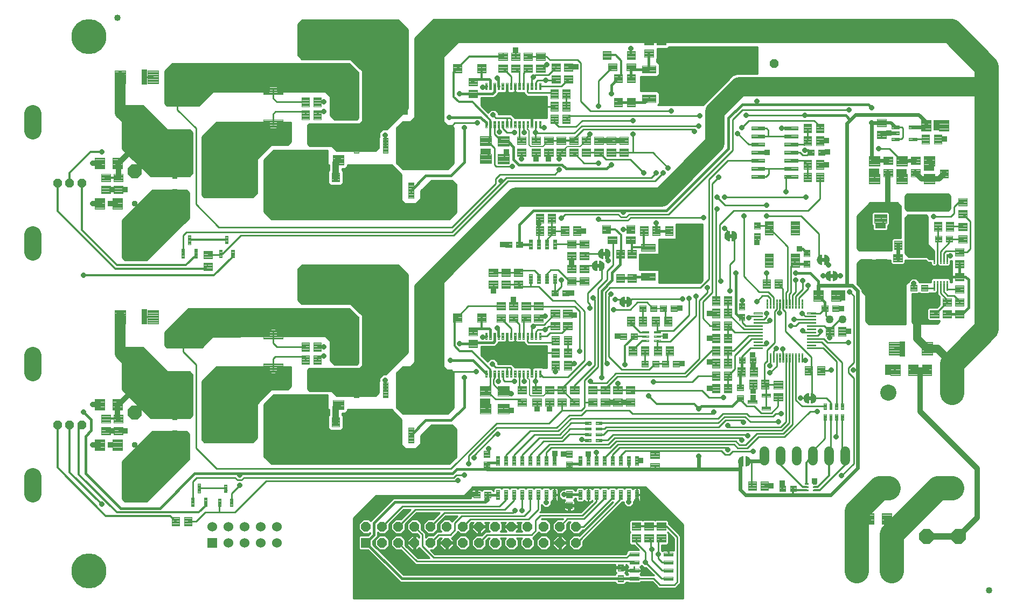
<source format=gtl>
G75*
%MOIN*%
%OFA0B0*%
%FSLAX25Y25*%
%IPPOS*%
%LPD*%
%AMOC8*
5,1,8,0,0,1.08239X$1,22.5*
%
%ADD10C,0.00394*%
%ADD11C,0.00409*%
%ADD12OC8,0.09693*%
%ADD13C,0.04000*%
%ADD14OC8,0.09055*%
%ADD15C,0.00402*%
%ADD16C,0.00408*%
%ADD17C,0.00396*%
%ADD18C,0.00378*%
%ADD19C,0.10000*%
%ADD20C,0.00425*%
%ADD21C,0.00403*%
%ADD22C,0.05906*%
%ADD23C,0.00100*%
%ADD24C,0.00400*%
%ADD25C,0.05000*%
%ADD26C,0.00348*%
%ADD27C,0.00407*%
%ADD28C,0.00514*%
%ADD29C,0.00387*%
%ADD30C,0.00413*%
%ADD31OC8,0.05315*%
%ADD32OC8,0.08600*%
%ADD33OC8,0.03543*%
%ADD34C,0.10638*%
%ADD35OC8,0.05906*%
%ADD36R,0.05906X0.05906*%
%ADD37C,0.00386*%
%ADD38C,0.00372*%
%ADD39OC8,0.10000*%
%ADD40R,0.06000X0.06000*%
%ADD41C,0.06000*%
%ADD42C,0.00362*%
%ADD43C,0.00390*%
%ADD44C,0.00384*%
%ADD45C,0.00433*%
%ADD46C,0.00406*%
%ADD47C,0.03200*%
%ADD48C,0.04000*%
%ADD49OC8,0.03175*%
%ADD50R,0.03175X0.03175*%
%ADD51C,0.01600*%
%ADD52C,0.01000*%
%ADD53C,0.01200*%
%ADD54C,0.01100*%
%ADD55C,0.02400*%
%ADD56C,0.00800*%
%ADD57C,0.21654*%
%ADD58C,0.15000*%
%ADD59C,0.12000*%
%ADD60C,0.05000*%
%ADD61C,0.02000*%
%ADD62C,0.06600*%
D10*
X0374947Y0150669D02*
X0374947Y0158149D01*
X0374947Y0150669D02*
X0367467Y0150669D01*
X0367467Y0158149D01*
X0374947Y0158149D01*
X0374947Y0151062D02*
X0367467Y0151062D01*
X0367467Y0151455D02*
X0374947Y0151455D01*
X0374947Y0151848D02*
X0367467Y0151848D01*
X0367467Y0152241D02*
X0374947Y0152241D01*
X0374947Y0152634D02*
X0367467Y0152634D01*
X0367467Y0153027D02*
X0374947Y0153027D01*
X0374947Y0153420D02*
X0367467Y0153420D01*
X0367467Y0153813D02*
X0374947Y0153813D01*
X0374947Y0154206D02*
X0367467Y0154206D01*
X0367467Y0154599D02*
X0374947Y0154599D01*
X0374947Y0154992D02*
X0367467Y0154992D01*
X0367467Y0155385D02*
X0374947Y0155385D01*
X0374947Y0155778D02*
X0367467Y0155778D01*
X0367467Y0156171D02*
X0374947Y0156171D01*
X0374947Y0156564D02*
X0367467Y0156564D01*
X0367467Y0156957D02*
X0374947Y0156957D01*
X0374947Y0157350D02*
X0367467Y0157350D01*
X0367467Y0157743D02*
X0374947Y0157743D01*
X0374947Y0158136D02*
X0367467Y0158136D01*
X0374947Y0166417D02*
X0374947Y0173897D01*
X0374947Y0166417D02*
X0367467Y0166417D01*
X0367467Y0173897D01*
X0374947Y0173897D01*
X0374947Y0166810D02*
X0367467Y0166810D01*
X0367467Y0167203D02*
X0374947Y0167203D01*
X0374947Y0167596D02*
X0367467Y0167596D01*
X0367467Y0167989D02*
X0374947Y0167989D01*
X0374947Y0168382D02*
X0367467Y0168382D01*
X0367467Y0168775D02*
X0374947Y0168775D01*
X0374947Y0169168D02*
X0367467Y0169168D01*
X0367467Y0169561D02*
X0374947Y0169561D01*
X0374947Y0169954D02*
X0367467Y0169954D01*
X0367467Y0170347D02*
X0374947Y0170347D01*
X0374947Y0170740D02*
X0367467Y0170740D01*
X0367467Y0171133D02*
X0374947Y0171133D01*
X0374947Y0171526D02*
X0367467Y0171526D01*
X0367467Y0171919D02*
X0374947Y0171919D01*
X0374947Y0172312D02*
X0367467Y0172312D01*
X0367467Y0172705D02*
X0374947Y0172705D01*
X0374947Y0173098D02*
X0367467Y0173098D01*
X0367467Y0173491D02*
X0374947Y0173491D01*
X0374947Y0173884D02*
X0367467Y0173884D01*
X0474936Y0126848D02*
X0474936Y0122912D01*
X0474936Y0126848D02*
X0478478Y0126848D01*
X0478478Y0122912D01*
X0474936Y0122912D01*
X0474936Y0123305D02*
X0478478Y0123305D01*
X0478478Y0123698D02*
X0474936Y0123698D01*
X0474936Y0124091D02*
X0478478Y0124091D01*
X0478478Y0124484D02*
X0474936Y0124484D01*
X0474936Y0124877D02*
X0478478Y0124877D01*
X0478478Y0125270D02*
X0474936Y0125270D01*
X0474936Y0125663D02*
X0478478Y0125663D01*
X0478478Y0126056D02*
X0474936Y0126056D01*
X0474936Y0126449D02*
X0478478Y0126449D01*
X0478478Y0126842D02*
X0474936Y0126842D01*
X0474936Y0120155D02*
X0474936Y0116219D01*
X0474936Y0120155D02*
X0478478Y0120155D01*
X0478478Y0116219D01*
X0474936Y0116219D01*
X0474936Y0116612D02*
X0478478Y0116612D01*
X0478478Y0117005D02*
X0474936Y0117005D01*
X0474936Y0117398D02*
X0478478Y0117398D01*
X0478478Y0117791D02*
X0474936Y0117791D01*
X0474936Y0118184D02*
X0478478Y0118184D01*
X0478478Y0118577D02*
X0474936Y0118577D01*
X0474936Y0118970D02*
X0478478Y0118970D01*
X0478478Y0119363D02*
X0474936Y0119363D01*
X0474936Y0119756D02*
X0478478Y0119756D01*
X0478478Y0120149D02*
X0474936Y0120149D01*
X0475086Y0101554D02*
X0479022Y0101554D01*
X0479022Y0098012D01*
X0475086Y0098012D01*
X0475086Y0101554D01*
X0475086Y0098405D02*
X0479022Y0098405D01*
X0479022Y0098798D02*
X0475086Y0098798D01*
X0475086Y0099191D02*
X0479022Y0099191D01*
X0479022Y0099584D02*
X0475086Y0099584D01*
X0475086Y0099977D02*
X0479022Y0099977D01*
X0479022Y0100370D02*
X0475086Y0100370D01*
X0475086Y0100763D02*
X0479022Y0100763D01*
X0479022Y0101156D02*
X0475086Y0101156D01*
X0475086Y0101549D02*
X0479022Y0101549D01*
X0472329Y0101554D02*
X0468393Y0101554D01*
X0472329Y0101554D02*
X0472329Y0098012D01*
X0468393Y0098012D01*
X0468393Y0101554D01*
X0468393Y0098405D02*
X0472329Y0098405D01*
X0472329Y0098798D02*
X0468393Y0098798D01*
X0468393Y0099191D02*
X0472329Y0099191D01*
X0472329Y0099584D02*
X0468393Y0099584D01*
X0468393Y0099977D02*
X0472329Y0099977D01*
X0472329Y0100370D02*
X0468393Y0100370D01*
X0468393Y0100763D02*
X0472329Y0100763D01*
X0472329Y0101156D02*
X0468393Y0101156D01*
X0468393Y0101549D02*
X0472329Y0101549D01*
X0525936Y0101848D02*
X0525936Y0097912D01*
X0525936Y0101848D02*
X0529478Y0101848D01*
X0529478Y0097912D01*
X0525936Y0097912D01*
X0525936Y0098305D02*
X0529478Y0098305D01*
X0529478Y0098698D02*
X0525936Y0098698D01*
X0525936Y0099091D02*
X0529478Y0099091D01*
X0529478Y0099484D02*
X0525936Y0099484D01*
X0525936Y0099877D02*
X0529478Y0099877D01*
X0529478Y0100270D02*
X0525936Y0100270D01*
X0525936Y0100663D02*
X0529478Y0100663D01*
X0529478Y0101056D02*
X0525936Y0101056D01*
X0525936Y0101449D02*
X0529478Y0101449D01*
X0529478Y0101842D02*
X0525936Y0101842D01*
X0525936Y0095155D02*
X0525936Y0091219D01*
X0525936Y0095155D02*
X0529478Y0095155D01*
X0529478Y0091219D01*
X0525936Y0091219D01*
X0525936Y0091612D02*
X0529478Y0091612D01*
X0529478Y0092005D02*
X0525936Y0092005D01*
X0525936Y0092398D02*
X0529478Y0092398D01*
X0529478Y0092791D02*
X0525936Y0092791D01*
X0525936Y0093184D02*
X0529478Y0093184D01*
X0529478Y0093577D02*
X0525936Y0093577D01*
X0525936Y0093970D02*
X0529478Y0093970D01*
X0529478Y0094363D02*
X0525936Y0094363D01*
X0525936Y0094756D02*
X0529478Y0094756D01*
X0529478Y0095149D02*
X0525936Y0095149D01*
X0525936Y0116219D02*
X0525936Y0120155D01*
X0529478Y0120155D01*
X0529478Y0116219D01*
X0525936Y0116219D01*
X0525936Y0116612D02*
X0529478Y0116612D01*
X0529478Y0117005D02*
X0525936Y0117005D01*
X0525936Y0117398D02*
X0529478Y0117398D01*
X0529478Y0117791D02*
X0525936Y0117791D01*
X0525936Y0118184D02*
X0529478Y0118184D01*
X0529478Y0118577D02*
X0525936Y0118577D01*
X0525936Y0118970D02*
X0529478Y0118970D01*
X0529478Y0119363D02*
X0525936Y0119363D01*
X0525936Y0119756D02*
X0529478Y0119756D01*
X0529478Y0120149D02*
X0525936Y0120149D01*
X0525936Y0122912D02*
X0525936Y0126848D01*
X0529478Y0126848D01*
X0529478Y0122912D01*
X0525936Y0122912D01*
X0525936Y0123305D02*
X0529478Y0123305D01*
X0529478Y0123698D02*
X0525936Y0123698D01*
X0525936Y0124091D02*
X0529478Y0124091D01*
X0529478Y0124484D02*
X0525936Y0124484D01*
X0525936Y0124877D02*
X0529478Y0124877D01*
X0529478Y0125270D02*
X0525936Y0125270D01*
X0525936Y0125663D02*
X0529478Y0125663D01*
X0529478Y0126056D02*
X0525936Y0126056D01*
X0525936Y0126449D02*
X0529478Y0126449D01*
X0529478Y0126842D02*
X0525936Y0126842D01*
X0537590Y0132682D02*
X0537590Y0134256D01*
X0541132Y0134256D01*
X0541132Y0132682D01*
X0537590Y0132682D01*
X0537590Y0133075D02*
X0541132Y0133075D01*
X0541132Y0133468D02*
X0537590Y0133468D01*
X0537590Y0133861D02*
X0541132Y0133861D01*
X0541132Y0134254D02*
X0537590Y0134254D01*
X0537590Y0136225D02*
X0537590Y0137799D01*
X0541132Y0137799D01*
X0541132Y0136225D01*
X0537590Y0136225D01*
X0537590Y0136618D02*
X0541132Y0136618D01*
X0541132Y0137011D02*
X0537590Y0137011D01*
X0537590Y0137404D02*
X0541132Y0137404D01*
X0541132Y0137797D02*
X0537590Y0137797D01*
X0537590Y0139768D02*
X0537590Y0141342D01*
X0541132Y0141342D01*
X0541132Y0139768D01*
X0537590Y0139768D01*
X0537590Y0140161D02*
X0541132Y0140161D01*
X0541132Y0140554D02*
X0537590Y0140554D01*
X0537590Y0140947D02*
X0541132Y0140947D01*
X0541132Y0141340D02*
X0537590Y0141340D01*
X0537590Y0143311D02*
X0537590Y0144885D01*
X0541132Y0144885D01*
X0541132Y0143311D01*
X0537590Y0143311D01*
X0537590Y0143704D02*
X0541132Y0143704D01*
X0541132Y0144097D02*
X0537590Y0144097D01*
X0537590Y0144490D02*
X0541132Y0144490D01*
X0541132Y0144883D02*
X0537590Y0144883D01*
X0544283Y0144885D02*
X0544283Y0143311D01*
X0544283Y0144885D02*
X0547825Y0144885D01*
X0547825Y0143311D01*
X0544283Y0143311D01*
X0544283Y0143704D02*
X0547825Y0143704D01*
X0547825Y0144097D02*
X0544283Y0144097D01*
X0544283Y0144490D02*
X0547825Y0144490D01*
X0547825Y0144883D02*
X0544283Y0144883D01*
X0544283Y0141342D02*
X0544283Y0139768D01*
X0544283Y0141342D02*
X0547825Y0141342D01*
X0547825Y0139768D01*
X0544283Y0139768D01*
X0544283Y0140161D02*
X0547825Y0140161D01*
X0547825Y0140554D02*
X0544283Y0140554D01*
X0544283Y0140947D02*
X0547825Y0140947D01*
X0547825Y0141340D02*
X0544283Y0141340D01*
X0544283Y0137799D02*
X0544283Y0136225D01*
X0544283Y0137799D02*
X0547825Y0137799D01*
X0547825Y0136225D01*
X0544283Y0136225D01*
X0544283Y0136618D02*
X0547825Y0136618D01*
X0547825Y0137011D02*
X0544283Y0137011D01*
X0544283Y0137404D02*
X0547825Y0137404D01*
X0547825Y0137797D02*
X0544283Y0137797D01*
X0544283Y0134256D02*
X0544283Y0132682D01*
X0544283Y0134256D02*
X0547825Y0134256D01*
X0547825Y0132682D01*
X0544283Y0132682D01*
X0544283Y0133075D02*
X0547825Y0133075D01*
X0547825Y0133468D02*
X0544283Y0133468D01*
X0544283Y0133861D02*
X0547825Y0133861D01*
X0547825Y0134254D02*
X0544283Y0134254D01*
X0572393Y0182554D02*
X0576329Y0182554D01*
X0576329Y0179012D01*
X0572393Y0179012D01*
X0572393Y0182554D01*
X0572393Y0179405D02*
X0576329Y0179405D01*
X0576329Y0179798D02*
X0572393Y0179798D01*
X0572393Y0180191D02*
X0576329Y0180191D01*
X0576329Y0180584D02*
X0572393Y0180584D01*
X0572393Y0180977D02*
X0576329Y0180977D01*
X0576329Y0181370D02*
X0572393Y0181370D01*
X0572393Y0181763D02*
X0576329Y0181763D01*
X0576329Y0182156D02*
X0572393Y0182156D01*
X0572393Y0182549D02*
X0576329Y0182549D01*
X0579086Y0182554D02*
X0583022Y0182554D01*
X0583022Y0179012D01*
X0579086Y0179012D01*
X0579086Y0182554D01*
X0579086Y0179405D02*
X0583022Y0179405D01*
X0583022Y0179798D02*
X0579086Y0179798D01*
X0579086Y0180191D02*
X0583022Y0180191D01*
X0583022Y0180584D02*
X0579086Y0180584D01*
X0579086Y0180977D02*
X0583022Y0180977D01*
X0583022Y0181370D02*
X0579086Y0181370D01*
X0579086Y0181763D02*
X0583022Y0181763D01*
X0583022Y0182156D02*
X0579086Y0182156D01*
X0579086Y0182549D02*
X0583022Y0182549D01*
X0585143Y0179012D02*
X0589079Y0179012D01*
X0585143Y0179012D02*
X0585143Y0182554D01*
X0589079Y0182554D01*
X0589079Y0179012D01*
X0589079Y0179405D02*
X0585143Y0179405D01*
X0585143Y0179798D02*
X0589079Y0179798D01*
X0589079Y0180191D02*
X0585143Y0180191D01*
X0585143Y0180584D02*
X0589079Y0180584D01*
X0589079Y0180977D02*
X0585143Y0180977D01*
X0585143Y0181370D02*
X0589079Y0181370D01*
X0589079Y0181763D02*
X0585143Y0181763D01*
X0585143Y0182156D02*
X0589079Y0182156D01*
X0589079Y0182549D02*
X0585143Y0182549D01*
X0591836Y0179012D02*
X0595772Y0179012D01*
X0591836Y0179012D02*
X0591836Y0182554D01*
X0595772Y0182554D01*
X0595772Y0179012D01*
X0595772Y0179405D02*
X0591836Y0179405D01*
X0591836Y0179798D02*
X0595772Y0179798D01*
X0595772Y0180191D02*
X0591836Y0180191D01*
X0591836Y0180584D02*
X0595772Y0180584D01*
X0595772Y0180977D02*
X0591836Y0180977D01*
X0591836Y0181370D02*
X0595772Y0181370D01*
X0595772Y0181763D02*
X0591836Y0181763D01*
X0591836Y0182156D02*
X0595772Y0182156D01*
X0595772Y0182549D02*
X0591836Y0182549D01*
X0569772Y0199554D02*
X0565836Y0199554D01*
X0569772Y0199554D02*
X0569772Y0196012D01*
X0565836Y0196012D01*
X0565836Y0199554D01*
X0565836Y0196405D02*
X0569772Y0196405D01*
X0569772Y0196798D02*
X0565836Y0196798D01*
X0565836Y0197191D02*
X0569772Y0197191D01*
X0569772Y0197584D02*
X0565836Y0197584D01*
X0565836Y0197977D02*
X0569772Y0197977D01*
X0569772Y0198370D02*
X0565836Y0198370D01*
X0565836Y0198763D02*
X0569772Y0198763D01*
X0569772Y0199156D02*
X0565836Y0199156D01*
X0565836Y0199549D02*
X0569772Y0199549D01*
X0563079Y0199554D02*
X0559143Y0199554D01*
X0563079Y0199554D02*
X0563079Y0196012D01*
X0559143Y0196012D01*
X0559143Y0199554D01*
X0559143Y0196405D02*
X0563079Y0196405D01*
X0563079Y0196798D02*
X0559143Y0196798D01*
X0559143Y0197191D02*
X0563079Y0197191D01*
X0563079Y0197584D02*
X0559143Y0197584D01*
X0559143Y0197977D02*
X0563079Y0197977D01*
X0563079Y0198370D02*
X0559143Y0198370D01*
X0559143Y0198763D02*
X0563079Y0198763D01*
X0563079Y0199156D02*
X0559143Y0199156D01*
X0559143Y0199549D02*
X0563079Y0199549D01*
X0571143Y0216804D02*
X0575079Y0216804D01*
X0575079Y0213262D01*
X0571143Y0213262D01*
X0571143Y0216804D01*
X0571143Y0213655D02*
X0575079Y0213655D01*
X0575079Y0214048D02*
X0571143Y0214048D01*
X0571143Y0214441D02*
X0575079Y0214441D01*
X0575079Y0214834D02*
X0571143Y0214834D01*
X0571143Y0215227D02*
X0575079Y0215227D01*
X0575079Y0215620D02*
X0571143Y0215620D01*
X0571143Y0216013D02*
X0575079Y0216013D01*
X0575079Y0216406D02*
X0571143Y0216406D01*
X0571143Y0216799D02*
X0575079Y0216799D01*
X0577836Y0216804D02*
X0581772Y0216804D01*
X0581772Y0213262D01*
X0577836Y0213262D01*
X0577836Y0216804D01*
X0577836Y0213655D02*
X0581772Y0213655D01*
X0581772Y0214048D02*
X0577836Y0214048D01*
X0577836Y0214441D02*
X0581772Y0214441D01*
X0581772Y0214834D02*
X0577836Y0214834D01*
X0577836Y0215227D02*
X0581772Y0215227D01*
X0581772Y0215620D02*
X0577836Y0215620D01*
X0577836Y0216013D02*
X0581772Y0216013D01*
X0581772Y0216406D02*
X0577836Y0216406D01*
X0577836Y0216799D02*
X0581772Y0216799D01*
X0583893Y0213262D02*
X0587829Y0213262D01*
X0583893Y0213262D02*
X0583893Y0216804D01*
X0587829Y0216804D01*
X0587829Y0213262D01*
X0587829Y0213655D02*
X0583893Y0213655D01*
X0583893Y0214048D02*
X0587829Y0214048D01*
X0587829Y0214441D02*
X0583893Y0214441D01*
X0583893Y0214834D02*
X0587829Y0214834D01*
X0587829Y0215227D02*
X0583893Y0215227D01*
X0583893Y0215620D02*
X0587829Y0215620D01*
X0587829Y0216013D02*
X0583893Y0216013D01*
X0583893Y0216406D02*
X0587829Y0216406D01*
X0587829Y0216799D02*
X0583893Y0216799D01*
X0590586Y0213262D02*
X0594522Y0213262D01*
X0590586Y0213262D02*
X0590586Y0216804D01*
X0594522Y0216804D01*
X0594522Y0213262D01*
X0594522Y0213655D02*
X0590586Y0213655D01*
X0590586Y0214048D02*
X0594522Y0214048D01*
X0594522Y0214441D02*
X0590586Y0214441D01*
X0590586Y0214834D02*
X0594522Y0214834D01*
X0594522Y0215227D02*
X0590586Y0215227D01*
X0590586Y0215620D02*
X0594522Y0215620D01*
X0594522Y0216013D02*
X0590586Y0216013D01*
X0590586Y0216406D02*
X0594522Y0216406D01*
X0594522Y0216799D02*
X0590586Y0216799D01*
X0632686Y0218348D02*
X0632686Y0214412D01*
X0632686Y0218348D02*
X0636228Y0218348D01*
X0636228Y0214412D01*
X0632686Y0214412D01*
X0632686Y0214805D02*
X0636228Y0214805D01*
X0636228Y0215198D02*
X0632686Y0215198D01*
X0632686Y0215591D02*
X0636228Y0215591D01*
X0636228Y0215984D02*
X0632686Y0215984D01*
X0632686Y0216377D02*
X0636228Y0216377D01*
X0636228Y0216770D02*
X0632686Y0216770D01*
X0632686Y0217163D02*
X0636228Y0217163D01*
X0636228Y0217556D02*
X0632686Y0217556D01*
X0632686Y0217949D02*
X0636228Y0217949D01*
X0636228Y0218342D02*
X0632686Y0218342D01*
X0632686Y0211655D02*
X0632686Y0207719D01*
X0632686Y0211655D02*
X0636228Y0211655D01*
X0636228Y0207719D01*
X0632686Y0207719D01*
X0632686Y0208112D02*
X0636228Y0208112D01*
X0636228Y0208505D02*
X0632686Y0208505D01*
X0632686Y0208898D02*
X0636228Y0208898D01*
X0636228Y0209291D02*
X0632686Y0209291D01*
X0632686Y0209684D02*
X0636228Y0209684D01*
X0636228Y0210077D02*
X0632686Y0210077D01*
X0632686Y0210470D02*
X0636228Y0210470D01*
X0636228Y0210863D02*
X0632686Y0210863D01*
X0632686Y0211256D02*
X0636228Y0211256D01*
X0636228Y0211649D02*
X0632686Y0211649D01*
X0632643Y0184804D02*
X0636579Y0184804D01*
X0636579Y0181262D01*
X0632643Y0181262D01*
X0632643Y0184804D01*
X0632643Y0181655D02*
X0636579Y0181655D01*
X0636579Y0182048D02*
X0632643Y0182048D01*
X0632643Y0182441D02*
X0636579Y0182441D01*
X0636579Y0182834D02*
X0632643Y0182834D01*
X0632643Y0183227D02*
X0636579Y0183227D01*
X0636579Y0183620D02*
X0632643Y0183620D01*
X0632643Y0184013D02*
X0636579Y0184013D01*
X0636579Y0184406D02*
X0632643Y0184406D01*
X0632643Y0184799D02*
X0636579Y0184799D01*
X0639336Y0184804D02*
X0643272Y0184804D01*
X0643272Y0181262D01*
X0639336Y0181262D01*
X0639336Y0184804D01*
X0639336Y0181655D02*
X0643272Y0181655D01*
X0643272Y0182048D02*
X0639336Y0182048D01*
X0639336Y0182441D02*
X0643272Y0182441D01*
X0643272Y0182834D02*
X0639336Y0182834D01*
X0639336Y0183227D02*
X0643272Y0183227D01*
X0643272Y0183620D02*
X0639336Y0183620D01*
X0639336Y0184013D02*
X0643272Y0184013D01*
X0643272Y0184406D02*
X0639336Y0184406D01*
X0639336Y0184799D02*
X0643272Y0184799D01*
X0635425Y0167901D02*
X0635425Y0164359D01*
X0631489Y0164359D01*
X0631489Y0167901D01*
X0635425Y0167901D01*
X0635425Y0164752D02*
X0631489Y0164752D01*
X0631489Y0165145D02*
X0635425Y0165145D01*
X0635425Y0165538D02*
X0631489Y0165538D01*
X0631489Y0165931D02*
X0635425Y0165931D01*
X0635425Y0166324D02*
X0631489Y0166324D01*
X0631489Y0166717D02*
X0635425Y0166717D01*
X0635425Y0167110D02*
X0631489Y0167110D01*
X0631489Y0167503D02*
X0635425Y0167503D01*
X0635425Y0167896D02*
X0631489Y0167896D01*
X0635425Y0161208D02*
X0635425Y0157666D01*
X0631489Y0157666D01*
X0631489Y0161208D01*
X0635425Y0161208D01*
X0635425Y0158059D02*
X0631489Y0158059D01*
X0631489Y0158452D02*
X0635425Y0158452D01*
X0635425Y0158845D02*
X0631489Y0158845D01*
X0631489Y0159238D02*
X0635425Y0159238D01*
X0635425Y0159631D02*
X0631489Y0159631D01*
X0631489Y0160024D02*
X0635425Y0160024D01*
X0635425Y0160417D02*
X0631489Y0160417D01*
X0631489Y0160810D02*
X0635425Y0160810D01*
X0635425Y0161203D02*
X0631489Y0161203D01*
X0685105Y0156151D02*
X0686679Y0156151D01*
X0686679Y0152609D01*
X0685105Y0152609D01*
X0685105Y0156151D01*
X0685105Y0153002D02*
X0686679Y0153002D01*
X0686679Y0153395D02*
X0685105Y0153395D01*
X0685105Y0153788D02*
X0686679Y0153788D01*
X0686679Y0154181D02*
X0685105Y0154181D01*
X0685105Y0154574D02*
X0686679Y0154574D01*
X0686679Y0154967D02*
X0685105Y0154967D01*
X0685105Y0155360D02*
X0686679Y0155360D01*
X0686679Y0155753D02*
X0685105Y0155753D01*
X0685105Y0156146D02*
X0686679Y0156146D01*
X0688649Y0156151D02*
X0690223Y0156151D01*
X0690223Y0152609D01*
X0688649Y0152609D01*
X0688649Y0156151D01*
X0688649Y0153002D02*
X0690223Y0153002D01*
X0690223Y0153395D02*
X0688649Y0153395D01*
X0688649Y0153788D02*
X0690223Y0153788D01*
X0690223Y0154181D02*
X0688649Y0154181D01*
X0688649Y0154574D02*
X0690223Y0154574D01*
X0690223Y0154967D02*
X0688649Y0154967D01*
X0688649Y0155360D02*
X0690223Y0155360D01*
X0690223Y0155753D02*
X0688649Y0155753D01*
X0688649Y0156146D02*
X0690223Y0156146D01*
X0692192Y0156151D02*
X0693766Y0156151D01*
X0693766Y0152609D01*
X0692192Y0152609D01*
X0692192Y0156151D01*
X0692192Y0153002D02*
X0693766Y0153002D01*
X0693766Y0153395D02*
X0692192Y0153395D01*
X0692192Y0153788D02*
X0693766Y0153788D01*
X0693766Y0154181D02*
X0692192Y0154181D01*
X0692192Y0154574D02*
X0693766Y0154574D01*
X0693766Y0154967D02*
X0692192Y0154967D01*
X0692192Y0155360D02*
X0693766Y0155360D01*
X0693766Y0155753D02*
X0692192Y0155753D01*
X0692192Y0156146D02*
X0693766Y0156146D01*
X0695735Y0156151D02*
X0697309Y0156151D01*
X0697309Y0152609D01*
X0695735Y0152609D01*
X0695735Y0156151D01*
X0695735Y0153002D02*
X0697309Y0153002D01*
X0697309Y0153395D02*
X0695735Y0153395D01*
X0695735Y0153788D02*
X0697309Y0153788D01*
X0697309Y0154181D02*
X0695735Y0154181D01*
X0695735Y0154574D02*
X0697309Y0154574D01*
X0697309Y0154967D02*
X0695735Y0154967D01*
X0695735Y0155360D02*
X0697309Y0155360D01*
X0697309Y0155753D02*
X0695735Y0155753D01*
X0695735Y0156146D02*
X0697309Y0156146D01*
X0697309Y0149458D02*
X0695735Y0149458D01*
X0697309Y0149458D02*
X0697309Y0145916D01*
X0695735Y0145916D01*
X0695735Y0149458D01*
X0695735Y0146309D02*
X0697309Y0146309D01*
X0697309Y0146702D02*
X0695735Y0146702D01*
X0695735Y0147095D02*
X0697309Y0147095D01*
X0697309Y0147488D02*
X0695735Y0147488D01*
X0695735Y0147881D02*
X0697309Y0147881D01*
X0697309Y0148274D02*
X0695735Y0148274D01*
X0695735Y0148667D02*
X0697309Y0148667D01*
X0697309Y0149060D02*
X0695735Y0149060D01*
X0695735Y0149453D02*
X0697309Y0149453D01*
X0693766Y0149458D02*
X0692192Y0149458D01*
X0693766Y0149458D02*
X0693766Y0145916D01*
X0692192Y0145916D01*
X0692192Y0149458D01*
X0692192Y0146309D02*
X0693766Y0146309D01*
X0693766Y0146702D02*
X0692192Y0146702D01*
X0692192Y0147095D02*
X0693766Y0147095D01*
X0693766Y0147488D02*
X0692192Y0147488D01*
X0692192Y0147881D02*
X0693766Y0147881D01*
X0693766Y0148274D02*
X0692192Y0148274D01*
X0692192Y0148667D02*
X0693766Y0148667D01*
X0693766Y0149060D02*
X0692192Y0149060D01*
X0692192Y0149453D02*
X0693766Y0149453D01*
X0690223Y0149458D02*
X0688649Y0149458D01*
X0690223Y0149458D02*
X0690223Y0145916D01*
X0688649Y0145916D01*
X0688649Y0149458D01*
X0688649Y0146309D02*
X0690223Y0146309D01*
X0690223Y0146702D02*
X0688649Y0146702D01*
X0688649Y0147095D02*
X0690223Y0147095D01*
X0690223Y0147488D02*
X0688649Y0147488D01*
X0688649Y0147881D02*
X0690223Y0147881D01*
X0690223Y0148274D02*
X0688649Y0148274D01*
X0688649Y0148667D02*
X0690223Y0148667D01*
X0690223Y0149060D02*
X0688649Y0149060D01*
X0688649Y0149453D02*
X0690223Y0149453D01*
X0686679Y0149458D02*
X0685105Y0149458D01*
X0686679Y0149458D02*
X0686679Y0145916D01*
X0685105Y0145916D01*
X0685105Y0149458D01*
X0685105Y0146309D02*
X0686679Y0146309D01*
X0686679Y0146702D02*
X0685105Y0146702D01*
X0685105Y0147095D02*
X0686679Y0147095D01*
X0686679Y0147488D02*
X0685105Y0147488D01*
X0685105Y0147881D02*
X0686679Y0147881D01*
X0686679Y0148274D02*
X0685105Y0148274D01*
X0685105Y0148667D02*
X0686679Y0148667D01*
X0686679Y0149060D02*
X0685105Y0149060D01*
X0685105Y0149453D02*
X0686679Y0149453D01*
X0668272Y0105304D02*
X0664336Y0105304D01*
X0668272Y0105304D02*
X0668272Y0101762D01*
X0664336Y0101762D01*
X0664336Y0105304D01*
X0664336Y0102155D02*
X0668272Y0102155D01*
X0668272Y0102548D02*
X0664336Y0102548D01*
X0664336Y0102941D02*
X0668272Y0102941D01*
X0668272Y0103334D02*
X0664336Y0103334D01*
X0664336Y0103727D02*
X0668272Y0103727D01*
X0668272Y0104120D02*
X0664336Y0104120D01*
X0664336Y0104513D02*
X0668272Y0104513D01*
X0668272Y0104906D02*
X0664336Y0104906D01*
X0664336Y0105299D02*
X0668272Y0105299D01*
X0661579Y0105304D02*
X0657643Y0105304D01*
X0661579Y0105304D02*
X0661579Y0101762D01*
X0657643Y0101762D01*
X0657643Y0105304D01*
X0657643Y0102155D02*
X0661579Y0102155D01*
X0661579Y0102548D02*
X0657643Y0102548D01*
X0657643Y0102941D02*
X0661579Y0102941D01*
X0661579Y0103334D02*
X0657643Y0103334D01*
X0657643Y0103727D02*
X0661579Y0103727D01*
X0661579Y0104120D02*
X0657643Y0104120D01*
X0657643Y0104513D02*
X0661579Y0104513D01*
X0661579Y0104906D02*
X0657643Y0104906D01*
X0657643Y0105299D02*
X0661579Y0105299D01*
X0557686Y0056598D02*
X0557686Y0052662D01*
X0557686Y0056598D02*
X0561228Y0056598D01*
X0561228Y0052662D01*
X0557686Y0052662D01*
X0557686Y0053055D02*
X0561228Y0053055D01*
X0561228Y0053448D02*
X0557686Y0053448D01*
X0557686Y0053841D02*
X0561228Y0053841D01*
X0561228Y0054234D02*
X0557686Y0054234D01*
X0557686Y0054627D02*
X0561228Y0054627D01*
X0561228Y0055020D02*
X0557686Y0055020D01*
X0557686Y0055413D02*
X0561228Y0055413D01*
X0561228Y0055806D02*
X0557686Y0055806D01*
X0557686Y0056199D02*
X0561228Y0056199D01*
X0561228Y0056592D02*
X0557686Y0056592D01*
X0557686Y0049905D02*
X0557686Y0045969D01*
X0557686Y0049905D02*
X0561228Y0049905D01*
X0561228Y0045969D01*
X0557686Y0045969D01*
X0557686Y0046362D02*
X0561228Y0046362D01*
X0561228Y0046755D02*
X0557686Y0046755D01*
X0557686Y0047148D02*
X0561228Y0047148D01*
X0561228Y0047541D02*
X0557686Y0047541D01*
X0557686Y0047934D02*
X0561228Y0047934D01*
X0561228Y0048327D02*
X0557686Y0048327D01*
X0557686Y0048720D02*
X0561228Y0048720D01*
X0561228Y0049113D02*
X0557686Y0049113D01*
X0557686Y0049506D02*
X0561228Y0049506D01*
X0561228Y0049899D02*
X0557686Y0049899D01*
X0683893Y0216804D02*
X0687829Y0216804D01*
X0687829Y0213262D01*
X0683893Y0213262D01*
X0683893Y0216804D01*
X0683893Y0213655D02*
X0687829Y0213655D01*
X0687829Y0214048D02*
X0683893Y0214048D01*
X0683893Y0214441D02*
X0687829Y0214441D01*
X0687829Y0214834D02*
X0683893Y0214834D01*
X0683893Y0215227D02*
X0687829Y0215227D01*
X0687829Y0215620D02*
X0683893Y0215620D01*
X0683893Y0216013D02*
X0687829Y0216013D01*
X0687829Y0216406D02*
X0683893Y0216406D01*
X0683893Y0216799D02*
X0687829Y0216799D01*
X0690586Y0216804D02*
X0694522Y0216804D01*
X0694522Y0213262D01*
X0690586Y0213262D01*
X0690586Y0216804D01*
X0690586Y0213655D02*
X0694522Y0213655D01*
X0694522Y0214048D02*
X0690586Y0214048D01*
X0690586Y0214441D02*
X0694522Y0214441D01*
X0694522Y0214834D02*
X0690586Y0214834D01*
X0690586Y0215227D02*
X0694522Y0215227D01*
X0694522Y0215620D02*
X0690586Y0215620D01*
X0690586Y0216013D02*
X0694522Y0216013D01*
X0694522Y0216406D02*
X0690586Y0216406D01*
X0690586Y0216799D02*
X0694522Y0216799D01*
X0672936Y0240719D02*
X0672936Y0244655D01*
X0676478Y0244655D01*
X0676478Y0240719D01*
X0672936Y0240719D01*
X0672936Y0241112D02*
X0676478Y0241112D01*
X0676478Y0241505D02*
X0672936Y0241505D01*
X0672936Y0241898D02*
X0676478Y0241898D01*
X0676478Y0242291D02*
X0672936Y0242291D01*
X0672936Y0242684D02*
X0676478Y0242684D01*
X0676478Y0243077D02*
X0672936Y0243077D01*
X0672936Y0243470D02*
X0676478Y0243470D01*
X0676478Y0243863D02*
X0672936Y0243863D01*
X0672936Y0244256D02*
X0676478Y0244256D01*
X0676478Y0244649D02*
X0672936Y0244649D01*
X0672936Y0247412D02*
X0672936Y0251348D01*
X0676478Y0251348D01*
X0676478Y0247412D01*
X0672936Y0247412D01*
X0672936Y0247805D02*
X0676478Y0247805D01*
X0676478Y0248198D02*
X0672936Y0248198D01*
X0672936Y0248591D02*
X0676478Y0248591D01*
X0676478Y0248984D02*
X0672936Y0248984D01*
X0672936Y0249377D02*
X0676478Y0249377D01*
X0676478Y0249770D02*
X0672936Y0249770D01*
X0672936Y0250163D02*
X0676478Y0250163D01*
X0676478Y0250556D02*
X0672936Y0250556D01*
X0672936Y0250949D02*
X0676478Y0250949D01*
X0676478Y0251342D02*
X0672936Y0251342D01*
X0645728Y0257719D02*
X0645728Y0261655D01*
X0645728Y0257719D02*
X0642186Y0257719D01*
X0642186Y0261655D01*
X0645728Y0261655D01*
X0645728Y0258112D02*
X0642186Y0258112D01*
X0642186Y0258505D02*
X0645728Y0258505D01*
X0645728Y0258898D02*
X0642186Y0258898D01*
X0642186Y0259291D02*
X0645728Y0259291D01*
X0645728Y0259684D02*
X0642186Y0259684D01*
X0642186Y0260077D02*
X0645728Y0260077D01*
X0645728Y0260470D02*
X0642186Y0260470D01*
X0642186Y0260863D02*
X0645728Y0260863D01*
X0645728Y0261256D02*
X0642186Y0261256D01*
X0642186Y0261649D02*
X0645728Y0261649D01*
X0645728Y0264412D02*
X0645728Y0268348D01*
X0645728Y0264412D02*
X0642186Y0264412D01*
X0642186Y0268348D01*
X0645728Y0268348D01*
X0645728Y0264805D02*
X0642186Y0264805D01*
X0642186Y0265198D02*
X0645728Y0265198D01*
X0645728Y0265591D02*
X0642186Y0265591D01*
X0642186Y0265984D02*
X0645728Y0265984D01*
X0645728Y0266377D02*
X0642186Y0266377D01*
X0642186Y0266770D02*
X0645728Y0266770D01*
X0645728Y0267163D02*
X0642186Y0267163D01*
X0642186Y0267556D02*
X0645728Y0267556D01*
X0645728Y0267949D02*
X0642186Y0267949D01*
X0642186Y0268342D02*
X0645728Y0268342D01*
X0675143Y0309762D02*
X0679079Y0309762D01*
X0675143Y0309762D02*
X0675143Y0313304D01*
X0679079Y0313304D01*
X0679079Y0309762D01*
X0679079Y0310155D02*
X0675143Y0310155D01*
X0675143Y0310548D02*
X0679079Y0310548D01*
X0679079Y0310941D02*
X0675143Y0310941D01*
X0675143Y0311334D02*
X0679079Y0311334D01*
X0679079Y0311727D02*
X0675143Y0311727D01*
X0675143Y0312120D02*
X0679079Y0312120D01*
X0679079Y0312513D02*
X0675143Y0312513D01*
X0675143Y0312906D02*
X0679079Y0312906D01*
X0679079Y0313299D02*
X0675143Y0313299D01*
X0681836Y0309762D02*
X0685772Y0309762D01*
X0681836Y0309762D02*
X0681836Y0313304D01*
X0685772Y0313304D01*
X0685772Y0309762D01*
X0685772Y0310155D02*
X0681836Y0310155D01*
X0681836Y0310548D02*
X0685772Y0310548D01*
X0685772Y0310941D02*
X0681836Y0310941D01*
X0681836Y0311334D02*
X0685772Y0311334D01*
X0685772Y0311727D02*
X0681836Y0311727D01*
X0681836Y0312120D02*
X0685772Y0312120D01*
X0685772Y0312513D02*
X0681836Y0312513D01*
X0681836Y0312906D02*
X0685772Y0312906D01*
X0685772Y0313299D02*
X0681836Y0313299D01*
X0754143Y0256262D02*
X0758079Y0256262D01*
X0754143Y0256262D02*
X0754143Y0259804D01*
X0758079Y0259804D01*
X0758079Y0256262D01*
X0758079Y0256655D02*
X0754143Y0256655D01*
X0754143Y0257048D02*
X0758079Y0257048D01*
X0758079Y0257441D02*
X0754143Y0257441D01*
X0754143Y0257834D02*
X0758079Y0257834D01*
X0758079Y0258227D02*
X0754143Y0258227D01*
X0754143Y0258620D02*
X0758079Y0258620D01*
X0758079Y0259013D02*
X0754143Y0259013D01*
X0754143Y0259406D02*
X0758079Y0259406D01*
X0758079Y0259799D02*
X0754143Y0259799D01*
X0760836Y0256262D02*
X0764772Y0256262D01*
X0760836Y0256262D02*
X0760836Y0259804D01*
X0764772Y0259804D01*
X0764772Y0256262D01*
X0764772Y0256655D02*
X0760836Y0256655D01*
X0760836Y0257048D02*
X0764772Y0257048D01*
X0764772Y0257441D02*
X0760836Y0257441D01*
X0760836Y0257834D02*
X0764772Y0257834D01*
X0764772Y0258227D02*
X0760836Y0258227D01*
X0760836Y0258620D02*
X0764772Y0258620D01*
X0764772Y0259013D02*
X0760836Y0259013D01*
X0760836Y0259406D02*
X0764772Y0259406D01*
X0764772Y0259799D02*
X0760836Y0259799D01*
X0749522Y0226012D02*
X0745586Y0226012D01*
X0745586Y0229554D01*
X0749522Y0229554D01*
X0749522Y0226012D01*
X0749522Y0226405D02*
X0745586Y0226405D01*
X0745586Y0226798D02*
X0749522Y0226798D01*
X0749522Y0227191D02*
X0745586Y0227191D01*
X0745586Y0227584D02*
X0749522Y0227584D01*
X0749522Y0227977D02*
X0745586Y0227977D01*
X0745586Y0228370D02*
X0749522Y0228370D01*
X0749522Y0228763D02*
X0745586Y0228763D01*
X0745586Y0229156D02*
X0749522Y0229156D01*
X0749522Y0229549D02*
X0745586Y0229549D01*
X0742829Y0226012D02*
X0738893Y0226012D01*
X0738893Y0229554D01*
X0742829Y0229554D01*
X0742829Y0226012D01*
X0742829Y0226405D02*
X0738893Y0226405D01*
X0738893Y0226798D02*
X0742829Y0226798D01*
X0742829Y0227191D02*
X0738893Y0227191D01*
X0738893Y0227584D02*
X0742829Y0227584D01*
X0742829Y0227977D02*
X0738893Y0227977D01*
X0738893Y0228370D02*
X0742829Y0228370D01*
X0742829Y0228763D02*
X0738893Y0228763D01*
X0738893Y0229156D02*
X0742829Y0229156D01*
X0742829Y0229549D02*
X0738893Y0229549D01*
X0527522Y0226304D02*
X0523586Y0226304D01*
X0527522Y0226304D02*
X0527522Y0222762D01*
X0523586Y0222762D01*
X0523586Y0226304D01*
X0523586Y0223155D02*
X0527522Y0223155D01*
X0527522Y0223548D02*
X0523586Y0223548D01*
X0523586Y0223941D02*
X0527522Y0223941D01*
X0527522Y0224334D02*
X0523586Y0224334D01*
X0523586Y0224727D02*
X0527522Y0224727D01*
X0527522Y0225120D02*
X0523586Y0225120D01*
X0523586Y0225513D02*
X0527522Y0225513D01*
X0527522Y0225906D02*
X0523586Y0225906D01*
X0523586Y0226299D02*
X0527522Y0226299D01*
X0520829Y0226304D02*
X0516893Y0226304D01*
X0520829Y0226304D02*
X0520829Y0222762D01*
X0516893Y0222762D01*
X0516893Y0226304D01*
X0516893Y0223155D02*
X0520829Y0223155D01*
X0520829Y0223548D02*
X0516893Y0223548D01*
X0516893Y0223941D02*
X0520829Y0223941D01*
X0520829Y0224334D02*
X0516893Y0224334D01*
X0516893Y0224727D02*
X0520829Y0224727D01*
X0520829Y0225120D02*
X0516893Y0225120D01*
X0516893Y0225513D02*
X0520829Y0225513D01*
X0520829Y0225906D02*
X0516893Y0225906D01*
X0516893Y0226299D02*
X0520829Y0226299D01*
X0498772Y0256304D02*
X0494836Y0256304D01*
X0498772Y0256304D02*
X0498772Y0252762D01*
X0494836Y0252762D01*
X0494836Y0256304D01*
X0494836Y0253155D02*
X0498772Y0253155D01*
X0498772Y0253548D02*
X0494836Y0253548D01*
X0494836Y0253941D02*
X0498772Y0253941D01*
X0498772Y0254334D02*
X0494836Y0254334D01*
X0494836Y0254727D02*
X0498772Y0254727D01*
X0498772Y0255120D02*
X0494836Y0255120D01*
X0494836Y0255513D02*
X0498772Y0255513D01*
X0498772Y0255906D02*
X0494836Y0255906D01*
X0494836Y0256299D02*
X0498772Y0256299D01*
X0492079Y0256304D02*
X0488143Y0256304D01*
X0492079Y0256304D02*
X0492079Y0252762D01*
X0488143Y0252762D01*
X0488143Y0256304D01*
X0488143Y0253155D02*
X0492079Y0253155D01*
X0492079Y0253548D02*
X0488143Y0253548D01*
X0488143Y0253941D02*
X0492079Y0253941D01*
X0492079Y0254334D02*
X0488143Y0254334D01*
X0488143Y0254727D02*
X0492079Y0254727D01*
X0492079Y0255120D02*
X0488143Y0255120D01*
X0488143Y0255513D02*
X0492079Y0255513D01*
X0492079Y0255906D02*
X0488143Y0255906D01*
X0488143Y0256299D02*
X0492079Y0256299D01*
X0374947Y0302169D02*
X0374947Y0309649D01*
X0374947Y0302169D02*
X0367467Y0302169D01*
X0367467Y0309649D01*
X0374947Y0309649D01*
X0374947Y0302562D02*
X0367467Y0302562D01*
X0367467Y0302955D02*
X0374947Y0302955D01*
X0374947Y0303348D02*
X0367467Y0303348D01*
X0367467Y0303741D02*
X0374947Y0303741D01*
X0374947Y0304134D02*
X0367467Y0304134D01*
X0367467Y0304527D02*
X0374947Y0304527D01*
X0374947Y0304920D02*
X0367467Y0304920D01*
X0367467Y0305313D02*
X0374947Y0305313D01*
X0374947Y0305706D02*
X0367467Y0305706D01*
X0367467Y0306099D02*
X0374947Y0306099D01*
X0374947Y0306492D02*
X0367467Y0306492D01*
X0367467Y0306885D02*
X0374947Y0306885D01*
X0374947Y0307278D02*
X0367467Y0307278D01*
X0367467Y0307671D02*
X0374947Y0307671D01*
X0374947Y0308064D02*
X0367467Y0308064D01*
X0367467Y0308457D02*
X0374947Y0308457D01*
X0374947Y0308850D02*
X0367467Y0308850D01*
X0367467Y0309243D02*
X0374947Y0309243D01*
X0374947Y0309636D02*
X0367467Y0309636D01*
X0374947Y0317917D02*
X0374947Y0325397D01*
X0374947Y0317917D02*
X0367467Y0317917D01*
X0367467Y0325397D01*
X0374947Y0325397D01*
X0374947Y0318310D02*
X0367467Y0318310D01*
X0367467Y0318703D02*
X0374947Y0318703D01*
X0374947Y0319096D02*
X0367467Y0319096D01*
X0367467Y0319489D02*
X0374947Y0319489D01*
X0374947Y0319882D02*
X0367467Y0319882D01*
X0367467Y0320275D02*
X0374947Y0320275D01*
X0374947Y0320668D02*
X0367467Y0320668D01*
X0367467Y0321061D02*
X0374947Y0321061D01*
X0374947Y0321454D02*
X0367467Y0321454D01*
X0367467Y0321847D02*
X0374947Y0321847D01*
X0374947Y0322240D02*
X0367467Y0322240D01*
X0367467Y0322633D02*
X0374947Y0322633D01*
X0374947Y0323026D02*
X0367467Y0323026D01*
X0367467Y0323419D02*
X0374947Y0323419D01*
X0374947Y0323812D02*
X0367467Y0323812D01*
X0367467Y0324205D02*
X0374947Y0324205D01*
X0374947Y0324598D02*
X0367467Y0324598D01*
X0367467Y0324991D02*
X0374947Y0324991D01*
X0374947Y0325384D02*
X0367467Y0325384D01*
D11*
X0366822Y0337532D02*
X0362112Y0337532D01*
X0366822Y0337532D02*
X0366822Y0332034D01*
X0362112Y0332034D01*
X0362112Y0337532D01*
X0362112Y0332442D02*
X0366822Y0332442D01*
X0366822Y0332850D02*
X0362112Y0332850D01*
X0362112Y0333258D02*
X0366822Y0333258D01*
X0366822Y0333666D02*
X0362112Y0333666D01*
X0362112Y0334074D02*
X0366822Y0334074D01*
X0366822Y0334482D02*
X0362112Y0334482D01*
X0362112Y0334890D02*
X0366822Y0334890D01*
X0366822Y0335298D02*
X0362112Y0335298D01*
X0362112Y0335706D02*
X0366822Y0335706D01*
X0366822Y0336114D02*
X0362112Y0336114D01*
X0362112Y0336522D02*
X0366822Y0336522D01*
X0366822Y0336930D02*
X0362112Y0336930D01*
X0362112Y0337338D02*
X0366822Y0337338D01*
X0369593Y0337532D02*
X0374303Y0337532D01*
X0374303Y0332034D01*
X0369593Y0332034D01*
X0369593Y0337532D01*
X0369593Y0332442D02*
X0374303Y0332442D01*
X0374303Y0332850D02*
X0369593Y0332850D01*
X0369593Y0333258D02*
X0374303Y0333258D01*
X0374303Y0333666D02*
X0369593Y0333666D01*
X0369593Y0334074D02*
X0374303Y0334074D01*
X0374303Y0334482D02*
X0369593Y0334482D01*
X0369593Y0334890D02*
X0374303Y0334890D01*
X0374303Y0335298D02*
X0369593Y0335298D01*
X0369593Y0335706D02*
X0374303Y0335706D01*
X0374303Y0336114D02*
X0369593Y0336114D01*
X0369593Y0336522D02*
X0374303Y0336522D01*
X0374303Y0336930D02*
X0369593Y0336930D01*
X0369593Y0337338D02*
X0374303Y0337338D01*
X0374303Y0345532D02*
X0369593Y0345532D01*
X0374303Y0345532D02*
X0374303Y0340034D01*
X0369593Y0340034D01*
X0369593Y0345532D01*
X0369593Y0340442D02*
X0374303Y0340442D01*
X0374303Y0340850D02*
X0369593Y0340850D01*
X0369593Y0341258D02*
X0374303Y0341258D01*
X0374303Y0341666D02*
X0369593Y0341666D01*
X0369593Y0342074D02*
X0374303Y0342074D01*
X0374303Y0342482D02*
X0369593Y0342482D01*
X0369593Y0342890D02*
X0374303Y0342890D01*
X0374303Y0343298D02*
X0369593Y0343298D01*
X0369593Y0343706D02*
X0374303Y0343706D01*
X0374303Y0344114D02*
X0369593Y0344114D01*
X0369593Y0344522D02*
X0374303Y0344522D01*
X0374303Y0344930D02*
X0369593Y0344930D01*
X0369593Y0345338D02*
X0374303Y0345338D01*
X0366822Y0345532D02*
X0362112Y0345532D01*
X0366822Y0345532D02*
X0366822Y0340034D01*
X0362112Y0340034D01*
X0362112Y0345532D01*
X0362112Y0340442D02*
X0366822Y0340442D01*
X0366822Y0340850D02*
X0362112Y0340850D01*
X0362112Y0341258D02*
X0366822Y0341258D01*
X0366822Y0341666D02*
X0362112Y0341666D01*
X0362112Y0342074D02*
X0366822Y0342074D01*
X0366822Y0342482D02*
X0362112Y0342482D01*
X0362112Y0342890D02*
X0366822Y0342890D01*
X0366822Y0343298D02*
X0362112Y0343298D01*
X0362112Y0343706D02*
X0366822Y0343706D01*
X0366822Y0344114D02*
X0362112Y0344114D01*
X0362112Y0344522D02*
X0366822Y0344522D01*
X0366822Y0344930D02*
X0362112Y0344930D01*
X0362112Y0345338D02*
X0366822Y0345338D01*
X0373362Y0293534D02*
X0378072Y0293534D01*
X0373362Y0293534D02*
X0373362Y0299032D01*
X0378072Y0299032D01*
X0378072Y0293534D01*
X0378072Y0293942D02*
X0373362Y0293942D01*
X0373362Y0294350D02*
X0378072Y0294350D01*
X0378072Y0294758D02*
X0373362Y0294758D01*
X0373362Y0295166D02*
X0378072Y0295166D01*
X0378072Y0295574D02*
X0373362Y0295574D01*
X0373362Y0295982D02*
X0378072Y0295982D01*
X0378072Y0296390D02*
X0373362Y0296390D01*
X0373362Y0296798D02*
X0378072Y0296798D01*
X0378072Y0297206D02*
X0373362Y0297206D01*
X0373362Y0297614D02*
X0378072Y0297614D01*
X0378072Y0298022D02*
X0373362Y0298022D01*
X0373362Y0298430D02*
X0378072Y0298430D01*
X0378072Y0298838D02*
X0373362Y0298838D01*
X0380843Y0293534D02*
X0385553Y0293534D01*
X0380843Y0293534D02*
X0380843Y0299032D01*
X0385553Y0299032D01*
X0385553Y0293534D01*
X0385553Y0293942D02*
X0380843Y0293942D01*
X0380843Y0294350D02*
X0385553Y0294350D01*
X0385553Y0294758D02*
X0380843Y0294758D01*
X0380843Y0295166D02*
X0385553Y0295166D01*
X0385553Y0295574D02*
X0380843Y0295574D01*
X0380843Y0295982D02*
X0385553Y0295982D01*
X0385553Y0296390D02*
X0380843Y0296390D01*
X0380843Y0296798D02*
X0385553Y0296798D01*
X0385553Y0297206D02*
X0380843Y0297206D01*
X0380843Y0297614D02*
X0385553Y0297614D01*
X0385553Y0298022D02*
X0380843Y0298022D01*
X0380843Y0298430D02*
X0385553Y0298430D01*
X0385553Y0298838D02*
X0380843Y0298838D01*
X0306956Y0250629D02*
X0306956Y0245919D01*
X0301458Y0245919D01*
X0301458Y0250629D01*
X0306956Y0250629D01*
X0306956Y0246327D02*
X0301458Y0246327D01*
X0301458Y0246735D02*
X0306956Y0246735D01*
X0306956Y0247143D02*
X0301458Y0247143D01*
X0301458Y0247551D02*
X0306956Y0247551D01*
X0306956Y0247959D02*
X0301458Y0247959D01*
X0301458Y0248367D02*
X0306956Y0248367D01*
X0306956Y0248775D02*
X0301458Y0248775D01*
X0301458Y0249183D02*
X0306956Y0249183D01*
X0306956Y0249591D02*
X0301458Y0249591D01*
X0301458Y0249999D02*
X0306956Y0249999D01*
X0306956Y0250407D02*
X0301458Y0250407D01*
X0306956Y0243148D02*
X0306956Y0238438D01*
X0301458Y0238438D01*
X0301458Y0243148D01*
X0306956Y0243148D01*
X0306956Y0238846D02*
X0301458Y0238846D01*
X0301458Y0239254D02*
X0306956Y0239254D01*
X0306956Y0239662D02*
X0301458Y0239662D01*
X0301458Y0240070D02*
X0306956Y0240070D01*
X0306956Y0240478D02*
X0301458Y0240478D01*
X0301458Y0240886D02*
X0306956Y0240886D01*
X0306956Y0241294D02*
X0301458Y0241294D01*
X0301458Y0241702D02*
X0306956Y0241702D01*
X0306956Y0242110D02*
X0301458Y0242110D01*
X0301458Y0242518D02*
X0306956Y0242518D01*
X0306956Y0242926D02*
X0301458Y0242926D01*
X0245958Y0286188D02*
X0245958Y0290898D01*
X0251456Y0290898D01*
X0251456Y0286188D01*
X0245958Y0286188D01*
X0245958Y0286596D02*
X0251456Y0286596D01*
X0251456Y0287004D02*
X0245958Y0287004D01*
X0245958Y0287412D02*
X0251456Y0287412D01*
X0251456Y0287820D02*
X0245958Y0287820D01*
X0245958Y0288228D02*
X0251456Y0288228D01*
X0251456Y0288636D02*
X0245958Y0288636D01*
X0245958Y0289044D02*
X0251456Y0289044D01*
X0251456Y0289452D02*
X0245958Y0289452D01*
X0245958Y0289860D02*
X0251456Y0289860D01*
X0251456Y0290268D02*
X0245958Y0290268D01*
X0245958Y0290676D02*
X0251456Y0290676D01*
X0238208Y0290898D02*
X0238208Y0286188D01*
X0238208Y0290898D02*
X0243706Y0290898D01*
X0243706Y0286188D01*
X0238208Y0286188D01*
X0238208Y0286596D02*
X0243706Y0286596D01*
X0243706Y0287004D02*
X0238208Y0287004D01*
X0238208Y0287412D02*
X0243706Y0287412D01*
X0243706Y0287820D02*
X0238208Y0287820D01*
X0238208Y0288228D02*
X0243706Y0288228D01*
X0243706Y0288636D02*
X0238208Y0288636D01*
X0238208Y0289044D02*
X0243706Y0289044D01*
X0243706Y0289452D02*
X0238208Y0289452D01*
X0238208Y0289860D02*
X0243706Y0289860D01*
X0243706Y0290268D02*
X0238208Y0290268D01*
X0238208Y0290676D02*
X0243706Y0290676D01*
X0238208Y0293669D02*
X0238208Y0298379D01*
X0243706Y0298379D01*
X0243706Y0293669D01*
X0238208Y0293669D01*
X0238208Y0294077D02*
X0243706Y0294077D01*
X0243706Y0294485D02*
X0238208Y0294485D01*
X0238208Y0294893D02*
X0243706Y0294893D01*
X0243706Y0295301D02*
X0238208Y0295301D01*
X0238208Y0295709D02*
X0243706Y0295709D01*
X0243706Y0296117D02*
X0238208Y0296117D01*
X0238208Y0296525D02*
X0243706Y0296525D01*
X0243706Y0296933D02*
X0238208Y0296933D01*
X0238208Y0297341D02*
X0243706Y0297341D01*
X0243706Y0297749D02*
X0238208Y0297749D01*
X0238208Y0298157D02*
X0243706Y0298157D01*
X0245958Y0298379D02*
X0245958Y0293669D01*
X0245958Y0298379D02*
X0251456Y0298379D01*
X0251456Y0293669D01*
X0245958Y0293669D01*
X0245958Y0294077D02*
X0251456Y0294077D01*
X0251456Y0294485D02*
X0245958Y0294485D01*
X0245958Y0294893D02*
X0251456Y0294893D01*
X0251456Y0295301D02*
X0245958Y0295301D01*
X0245958Y0295709D02*
X0251456Y0295709D01*
X0251456Y0296117D02*
X0245958Y0296117D01*
X0245958Y0296525D02*
X0251456Y0296525D01*
X0251456Y0296933D02*
X0245958Y0296933D01*
X0245958Y0297341D02*
X0251456Y0297341D01*
X0251456Y0297749D02*
X0245958Y0297749D01*
X0245958Y0298157D02*
X0251456Y0298157D01*
X0362112Y0194032D02*
X0366822Y0194032D01*
X0366822Y0188534D01*
X0362112Y0188534D01*
X0362112Y0194032D01*
X0362112Y0188942D02*
X0366822Y0188942D01*
X0366822Y0189350D02*
X0362112Y0189350D01*
X0362112Y0189758D02*
X0366822Y0189758D01*
X0366822Y0190166D02*
X0362112Y0190166D01*
X0362112Y0190574D02*
X0366822Y0190574D01*
X0366822Y0190982D02*
X0362112Y0190982D01*
X0362112Y0191390D02*
X0366822Y0191390D01*
X0366822Y0191798D02*
X0362112Y0191798D01*
X0362112Y0192206D02*
X0366822Y0192206D01*
X0366822Y0192614D02*
X0362112Y0192614D01*
X0362112Y0193022D02*
X0366822Y0193022D01*
X0366822Y0193430D02*
X0362112Y0193430D01*
X0362112Y0193838D02*
X0366822Y0193838D01*
X0369593Y0194032D02*
X0374303Y0194032D01*
X0374303Y0188534D01*
X0369593Y0188534D01*
X0369593Y0194032D01*
X0369593Y0188942D02*
X0374303Y0188942D01*
X0374303Y0189350D02*
X0369593Y0189350D01*
X0369593Y0189758D02*
X0374303Y0189758D01*
X0374303Y0190166D02*
X0369593Y0190166D01*
X0369593Y0190574D02*
X0374303Y0190574D01*
X0374303Y0190982D02*
X0369593Y0190982D01*
X0369593Y0191390D02*
X0374303Y0191390D01*
X0374303Y0191798D02*
X0369593Y0191798D01*
X0369593Y0192206D02*
X0374303Y0192206D01*
X0374303Y0192614D02*
X0369593Y0192614D01*
X0369593Y0193022D02*
X0374303Y0193022D01*
X0374303Y0193430D02*
X0369593Y0193430D01*
X0369593Y0193838D02*
X0374303Y0193838D01*
X0374303Y0186032D02*
X0369593Y0186032D01*
X0374303Y0186032D02*
X0374303Y0180534D01*
X0369593Y0180534D01*
X0369593Y0186032D01*
X0369593Y0180942D02*
X0374303Y0180942D01*
X0374303Y0181350D02*
X0369593Y0181350D01*
X0369593Y0181758D02*
X0374303Y0181758D01*
X0374303Y0182166D02*
X0369593Y0182166D01*
X0369593Y0182574D02*
X0374303Y0182574D01*
X0374303Y0182982D02*
X0369593Y0182982D01*
X0369593Y0183390D02*
X0374303Y0183390D01*
X0374303Y0183798D02*
X0369593Y0183798D01*
X0369593Y0184206D02*
X0374303Y0184206D01*
X0374303Y0184614D02*
X0369593Y0184614D01*
X0369593Y0185022D02*
X0374303Y0185022D01*
X0374303Y0185430D02*
X0369593Y0185430D01*
X0369593Y0185838D02*
X0374303Y0185838D01*
X0366822Y0186032D02*
X0362112Y0186032D01*
X0366822Y0186032D02*
X0366822Y0180534D01*
X0362112Y0180534D01*
X0362112Y0186032D01*
X0362112Y0180942D02*
X0366822Y0180942D01*
X0366822Y0181350D02*
X0362112Y0181350D01*
X0362112Y0181758D02*
X0366822Y0181758D01*
X0366822Y0182166D02*
X0362112Y0182166D01*
X0362112Y0182574D02*
X0366822Y0182574D01*
X0366822Y0182982D02*
X0362112Y0182982D01*
X0362112Y0183390D02*
X0366822Y0183390D01*
X0366822Y0183798D02*
X0362112Y0183798D01*
X0362112Y0184206D02*
X0366822Y0184206D01*
X0366822Y0184614D02*
X0362112Y0184614D01*
X0362112Y0185022D02*
X0366822Y0185022D01*
X0366822Y0185430D02*
X0362112Y0185430D01*
X0362112Y0185838D02*
X0366822Y0185838D01*
X0373362Y0142034D02*
X0378072Y0142034D01*
X0373362Y0142034D02*
X0373362Y0147532D01*
X0378072Y0147532D01*
X0378072Y0142034D01*
X0378072Y0142442D02*
X0373362Y0142442D01*
X0373362Y0142850D02*
X0378072Y0142850D01*
X0378072Y0143258D02*
X0373362Y0143258D01*
X0373362Y0143666D02*
X0378072Y0143666D01*
X0378072Y0144074D02*
X0373362Y0144074D01*
X0373362Y0144482D02*
X0378072Y0144482D01*
X0378072Y0144890D02*
X0373362Y0144890D01*
X0373362Y0145298D02*
X0378072Y0145298D01*
X0378072Y0145706D02*
X0373362Y0145706D01*
X0373362Y0146114D02*
X0378072Y0146114D01*
X0378072Y0146522D02*
X0373362Y0146522D01*
X0373362Y0146930D02*
X0378072Y0146930D01*
X0378072Y0147338D02*
X0373362Y0147338D01*
X0380843Y0142034D02*
X0385553Y0142034D01*
X0380843Y0142034D02*
X0380843Y0147532D01*
X0385553Y0147532D01*
X0385553Y0142034D01*
X0385553Y0142442D02*
X0380843Y0142442D01*
X0380843Y0142850D02*
X0385553Y0142850D01*
X0385553Y0143258D02*
X0380843Y0143258D01*
X0380843Y0143666D02*
X0385553Y0143666D01*
X0385553Y0144074D02*
X0380843Y0144074D01*
X0380843Y0144482D02*
X0385553Y0144482D01*
X0385553Y0144890D02*
X0380843Y0144890D01*
X0380843Y0145298D02*
X0385553Y0145298D01*
X0385553Y0145706D02*
X0380843Y0145706D01*
X0380843Y0146114D02*
X0385553Y0146114D01*
X0385553Y0146522D02*
X0380843Y0146522D01*
X0380843Y0146930D02*
X0385553Y0146930D01*
X0385553Y0147338D02*
X0380843Y0147338D01*
X0465458Y0190938D02*
X0465458Y0195648D01*
X0470956Y0195648D01*
X0470956Y0190938D01*
X0465458Y0190938D01*
X0465458Y0191346D02*
X0470956Y0191346D01*
X0470956Y0191754D02*
X0465458Y0191754D01*
X0465458Y0192162D02*
X0470956Y0192162D01*
X0470956Y0192570D02*
X0465458Y0192570D01*
X0465458Y0192978D02*
X0470956Y0192978D01*
X0470956Y0193386D02*
X0465458Y0193386D01*
X0465458Y0193794D02*
X0470956Y0193794D01*
X0470956Y0194202D02*
X0465458Y0194202D01*
X0465458Y0194610D02*
X0470956Y0194610D01*
X0470956Y0195018D02*
X0465458Y0195018D01*
X0465458Y0195426D02*
X0470956Y0195426D01*
X0465458Y0198419D02*
X0465458Y0203129D01*
X0470956Y0203129D01*
X0470956Y0198419D01*
X0465458Y0198419D01*
X0465458Y0198827D02*
X0470956Y0198827D01*
X0470956Y0199235D02*
X0465458Y0199235D01*
X0465458Y0199643D02*
X0470956Y0199643D01*
X0470956Y0200051D02*
X0465458Y0200051D01*
X0465458Y0200459D02*
X0470956Y0200459D01*
X0470956Y0200867D02*
X0465458Y0200867D01*
X0465458Y0201275D02*
X0470956Y0201275D01*
X0470956Y0201683D02*
X0465458Y0201683D01*
X0465458Y0202091D02*
X0470956Y0202091D01*
X0470956Y0202499D02*
X0465458Y0202499D01*
X0465458Y0202907D02*
X0470956Y0202907D01*
X0482708Y0206688D02*
X0482708Y0211398D01*
X0488206Y0211398D01*
X0488206Y0206688D01*
X0482708Y0206688D01*
X0482708Y0207096D02*
X0488206Y0207096D01*
X0488206Y0207504D02*
X0482708Y0207504D01*
X0482708Y0207912D02*
X0488206Y0207912D01*
X0488206Y0208320D02*
X0482708Y0208320D01*
X0482708Y0208728D02*
X0488206Y0208728D01*
X0488206Y0209136D02*
X0482708Y0209136D01*
X0482708Y0209544D02*
X0488206Y0209544D01*
X0488206Y0209952D02*
X0482708Y0209952D01*
X0482708Y0210360D02*
X0488206Y0210360D01*
X0488206Y0210768D02*
X0482708Y0210768D01*
X0482708Y0211176D02*
X0488206Y0211176D01*
X0490458Y0211398D02*
X0490458Y0206688D01*
X0490458Y0211398D02*
X0495956Y0211398D01*
X0495956Y0206688D01*
X0490458Y0206688D01*
X0490458Y0207096D02*
X0495956Y0207096D01*
X0495956Y0207504D02*
X0490458Y0207504D01*
X0490458Y0207912D02*
X0495956Y0207912D01*
X0495956Y0208320D02*
X0490458Y0208320D01*
X0490458Y0208728D02*
X0495956Y0208728D01*
X0495956Y0209136D02*
X0490458Y0209136D01*
X0490458Y0209544D02*
X0495956Y0209544D01*
X0495956Y0209952D02*
X0490458Y0209952D01*
X0490458Y0210360D02*
X0495956Y0210360D01*
X0495956Y0210768D02*
X0490458Y0210768D01*
X0490458Y0211176D02*
X0495956Y0211176D01*
X0498208Y0211398D02*
X0498208Y0206688D01*
X0498208Y0211398D02*
X0503706Y0211398D01*
X0503706Y0206688D01*
X0498208Y0206688D01*
X0498208Y0207096D02*
X0503706Y0207096D01*
X0503706Y0207504D02*
X0498208Y0207504D01*
X0498208Y0207912D02*
X0503706Y0207912D01*
X0503706Y0208320D02*
X0498208Y0208320D01*
X0498208Y0208728D02*
X0503706Y0208728D01*
X0503706Y0209136D02*
X0498208Y0209136D01*
X0498208Y0209544D02*
X0503706Y0209544D01*
X0503706Y0209952D02*
X0498208Y0209952D01*
X0498208Y0210360D02*
X0503706Y0210360D01*
X0503706Y0210768D02*
X0498208Y0210768D01*
X0498208Y0211176D02*
X0503706Y0211176D01*
X0511456Y0211398D02*
X0511456Y0206688D01*
X0505958Y0206688D01*
X0505958Y0211398D01*
X0511456Y0211398D01*
X0511456Y0207096D02*
X0505958Y0207096D01*
X0505958Y0207504D02*
X0511456Y0207504D01*
X0511456Y0207912D02*
X0505958Y0207912D01*
X0505958Y0208320D02*
X0511456Y0208320D01*
X0511456Y0208728D02*
X0505958Y0208728D01*
X0505958Y0209136D02*
X0511456Y0209136D01*
X0511456Y0209544D02*
X0505958Y0209544D01*
X0505958Y0209952D02*
X0511456Y0209952D01*
X0511456Y0210360D02*
X0505958Y0210360D01*
X0505958Y0210768D02*
X0511456Y0210768D01*
X0511456Y0211176D02*
X0505958Y0211176D01*
X0511456Y0214169D02*
X0511456Y0218879D01*
X0511456Y0214169D02*
X0505958Y0214169D01*
X0505958Y0218879D01*
X0511456Y0218879D01*
X0511456Y0214577D02*
X0505958Y0214577D01*
X0505958Y0214985D02*
X0511456Y0214985D01*
X0511456Y0215393D02*
X0505958Y0215393D01*
X0505958Y0215801D02*
X0511456Y0215801D01*
X0511456Y0216209D02*
X0505958Y0216209D01*
X0505958Y0216617D02*
X0511456Y0216617D01*
X0511456Y0217025D02*
X0505958Y0217025D01*
X0505958Y0217433D02*
X0511456Y0217433D01*
X0511456Y0217841D02*
X0505958Y0217841D01*
X0505958Y0218249D02*
X0511456Y0218249D01*
X0511456Y0218657D02*
X0505958Y0218657D01*
X0498208Y0218879D02*
X0498208Y0214169D01*
X0498208Y0218879D02*
X0503706Y0218879D01*
X0503706Y0214169D01*
X0498208Y0214169D01*
X0498208Y0214577D02*
X0503706Y0214577D01*
X0503706Y0214985D02*
X0498208Y0214985D01*
X0498208Y0215393D02*
X0503706Y0215393D01*
X0503706Y0215801D02*
X0498208Y0215801D01*
X0498208Y0216209D02*
X0503706Y0216209D01*
X0503706Y0216617D02*
X0498208Y0216617D01*
X0498208Y0217025D02*
X0503706Y0217025D01*
X0503706Y0217433D02*
X0498208Y0217433D01*
X0498208Y0217841D02*
X0503706Y0217841D01*
X0503706Y0218249D02*
X0498208Y0218249D01*
X0498208Y0218657D02*
X0503706Y0218657D01*
X0490458Y0218879D02*
X0490458Y0214169D01*
X0490458Y0218879D02*
X0495956Y0218879D01*
X0495956Y0214169D01*
X0490458Y0214169D01*
X0490458Y0214577D02*
X0495956Y0214577D01*
X0495956Y0214985D02*
X0490458Y0214985D01*
X0490458Y0215393D02*
X0495956Y0215393D01*
X0495956Y0215801D02*
X0490458Y0215801D01*
X0490458Y0216209D02*
X0495956Y0216209D01*
X0495956Y0216617D02*
X0490458Y0216617D01*
X0490458Y0217025D02*
X0495956Y0217025D01*
X0495956Y0217433D02*
X0490458Y0217433D01*
X0490458Y0217841D02*
X0495956Y0217841D01*
X0495956Y0218249D02*
X0490458Y0218249D01*
X0490458Y0218657D02*
X0495956Y0218657D01*
X0482708Y0218879D02*
X0482708Y0214169D01*
X0482708Y0218879D02*
X0488206Y0218879D01*
X0488206Y0214169D01*
X0482708Y0214169D01*
X0482708Y0214577D02*
X0488206Y0214577D01*
X0488206Y0214985D02*
X0482708Y0214985D01*
X0482708Y0215393D02*
X0488206Y0215393D01*
X0488206Y0215801D02*
X0482708Y0215801D01*
X0482708Y0216209D02*
X0488206Y0216209D01*
X0488206Y0216617D02*
X0482708Y0216617D01*
X0482708Y0217025D02*
X0488206Y0217025D01*
X0488206Y0217433D02*
X0482708Y0217433D01*
X0482708Y0217841D02*
X0488206Y0217841D01*
X0488206Y0218249D02*
X0482708Y0218249D01*
X0482708Y0218657D02*
X0488206Y0218657D01*
X0491206Y0227438D02*
X0491206Y0232148D01*
X0491206Y0227438D02*
X0485708Y0227438D01*
X0485708Y0232148D01*
X0491206Y0232148D01*
X0491206Y0227846D02*
X0485708Y0227846D01*
X0485708Y0228254D02*
X0491206Y0228254D01*
X0491206Y0228662D02*
X0485708Y0228662D01*
X0485708Y0229070D02*
X0491206Y0229070D01*
X0491206Y0229478D02*
X0485708Y0229478D01*
X0485708Y0229886D02*
X0491206Y0229886D01*
X0491206Y0230294D02*
X0485708Y0230294D01*
X0485708Y0230702D02*
X0491206Y0230702D01*
X0491206Y0231110D02*
X0485708Y0231110D01*
X0485708Y0231518D02*
X0491206Y0231518D01*
X0491206Y0231926D02*
X0485708Y0231926D01*
X0483456Y0232148D02*
X0483456Y0227438D01*
X0477958Y0227438D01*
X0477958Y0232148D01*
X0483456Y0232148D01*
X0483456Y0227846D02*
X0477958Y0227846D01*
X0477958Y0228254D02*
X0483456Y0228254D01*
X0483456Y0228662D02*
X0477958Y0228662D01*
X0477958Y0229070D02*
X0483456Y0229070D01*
X0483456Y0229478D02*
X0477958Y0229478D01*
X0477958Y0229886D02*
X0483456Y0229886D01*
X0483456Y0230294D02*
X0477958Y0230294D01*
X0477958Y0230702D02*
X0483456Y0230702D01*
X0483456Y0231110D02*
X0477958Y0231110D01*
X0477958Y0231518D02*
X0483456Y0231518D01*
X0483456Y0231926D02*
X0477958Y0231926D01*
X0483456Y0234919D02*
X0483456Y0239629D01*
X0483456Y0234919D02*
X0477958Y0234919D01*
X0477958Y0239629D01*
X0483456Y0239629D01*
X0483456Y0235327D02*
X0477958Y0235327D01*
X0477958Y0235735D02*
X0483456Y0235735D01*
X0483456Y0236143D02*
X0477958Y0236143D01*
X0477958Y0236551D02*
X0483456Y0236551D01*
X0483456Y0236959D02*
X0477958Y0236959D01*
X0477958Y0237367D02*
X0483456Y0237367D01*
X0483456Y0237775D02*
X0477958Y0237775D01*
X0477958Y0238183D02*
X0483456Y0238183D01*
X0483456Y0238591D02*
X0477958Y0238591D01*
X0477958Y0238999D02*
X0483456Y0238999D01*
X0483456Y0239407D02*
X0477958Y0239407D01*
X0491206Y0239629D02*
X0491206Y0234919D01*
X0485708Y0234919D01*
X0485708Y0239629D01*
X0491206Y0239629D01*
X0491206Y0235327D02*
X0485708Y0235327D01*
X0485708Y0235735D02*
X0491206Y0235735D01*
X0491206Y0236143D02*
X0485708Y0236143D01*
X0485708Y0236551D02*
X0491206Y0236551D01*
X0491206Y0236959D02*
X0485708Y0236959D01*
X0485708Y0237367D02*
X0491206Y0237367D01*
X0491206Y0237775D02*
X0485708Y0237775D01*
X0485708Y0238183D02*
X0491206Y0238183D01*
X0491206Y0238591D02*
X0485708Y0238591D01*
X0485708Y0238999D02*
X0491206Y0238999D01*
X0491206Y0239407D02*
X0485708Y0239407D01*
X0493458Y0239629D02*
X0493458Y0234919D01*
X0493458Y0239629D02*
X0498956Y0239629D01*
X0498956Y0234919D01*
X0493458Y0234919D01*
X0493458Y0235327D02*
X0498956Y0235327D01*
X0498956Y0235735D02*
X0493458Y0235735D01*
X0493458Y0236143D02*
X0498956Y0236143D01*
X0498956Y0236551D02*
X0493458Y0236551D01*
X0493458Y0236959D02*
X0498956Y0236959D01*
X0498956Y0237367D02*
X0493458Y0237367D01*
X0493458Y0237775D02*
X0498956Y0237775D01*
X0498956Y0238183D02*
X0493458Y0238183D01*
X0493458Y0238591D02*
X0498956Y0238591D01*
X0498956Y0238999D02*
X0493458Y0238999D01*
X0493458Y0239407D02*
X0498956Y0239407D01*
X0493458Y0232148D02*
X0493458Y0227438D01*
X0493458Y0232148D02*
X0498956Y0232148D01*
X0498956Y0227438D01*
X0493458Y0227438D01*
X0493458Y0227846D02*
X0498956Y0227846D01*
X0498956Y0228254D02*
X0493458Y0228254D01*
X0493458Y0228662D02*
X0498956Y0228662D01*
X0498956Y0229070D02*
X0493458Y0229070D01*
X0493458Y0229478D02*
X0498956Y0229478D01*
X0498956Y0229886D02*
X0493458Y0229886D01*
X0493458Y0230294D02*
X0498956Y0230294D01*
X0498956Y0230702D02*
X0493458Y0230702D01*
X0493458Y0231110D02*
X0498956Y0231110D01*
X0498956Y0231518D02*
X0493458Y0231518D01*
X0493458Y0231926D02*
X0498956Y0231926D01*
X0526458Y0229688D02*
X0526458Y0234398D01*
X0531956Y0234398D01*
X0531956Y0229688D01*
X0526458Y0229688D01*
X0526458Y0230096D02*
X0531956Y0230096D01*
X0531956Y0230504D02*
X0526458Y0230504D01*
X0526458Y0230912D02*
X0531956Y0230912D01*
X0531956Y0231320D02*
X0526458Y0231320D01*
X0526458Y0231728D02*
X0531956Y0231728D01*
X0531956Y0232136D02*
X0526458Y0232136D01*
X0526458Y0232544D02*
X0531956Y0232544D01*
X0531956Y0232952D02*
X0526458Y0232952D01*
X0526458Y0233360D02*
X0531956Y0233360D01*
X0531956Y0233768D02*
X0526458Y0233768D01*
X0526458Y0234176D02*
X0531956Y0234176D01*
X0534208Y0234398D02*
X0534208Y0229688D01*
X0534208Y0234398D02*
X0539706Y0234398D01*
X0539706Y0229688D01*
X0534208Y0229688D01*
X0534208Y0230096D02*
X0539706Y0230096D01*
X0539706Y0230504D02*
X0534208Y0230504D01*
X0534208Y0230912D02*
X0539706Y0230912D01*
X0539706Y0231320D02*
X0534208Y0231320D01*
X0534208Y0231728D02*
X0539706Y0231728D01*
X0539706Y0232136D02*
X0534208Y0232136D01*
X0534208Y0232544D02*
X0539706Y0232544D01*
X0539706Y0232952D02*
X0534208Y0232952D01*
X0534208Y0233360D02*
X0539706Y0233360D01*
X0539706Y0233768D02*
X0534208Y0233768D01*
X0534208Y0234176D02*
X0539706Y0234176D01*
X0534208Y0237169D02*
X0534208Y0241879D01*
X0539706Y0241879D01*
X0539706Y0237169D01*
X0534208Y0237169D01*
X0534208Y0237577D02*
X0539706Y0237577D01*
X0539706Y0237985D02*
X0534208Y0237985D01*
X0534208Y0238393D02*
X0539706Y0238393D01*
X0539706Y0238801D02*
X0534208Y0238801D01*
X0534208Y0239209D02*
X0539706Y0239209D01*
X0539706Y0239617D02*
X0534208Y0239617D01*
X0534208Y0240025D02*
X0539706Y0240025D01*
X0539706Y0240433D02*
X0534208Y0240433D01*
X0534208Y0240841D02*
X0539706Y0240841D01*
X0539706Y0241249D02*
X0534208Y0241249D01*
X0534208Y0241657D02*
X0539706Y0241657D01*
X0526458Y0241879D02*
X0526458Y0237169D01*
X0526458Y0241879D02*
X0531956Y0241879D01*
X0531956Y0237169D01*
X0526458Y0237169D01*
X0526458Y0237577D02*
X0531956Y0237577D01*
X0531956Y0237985D02*
X0526458Y0237985D01*
X0526458Y0238393D02*
X0531956Y0238393D01*
X0531956Y0238801D02*
X0526458Y0238801D01*
X0526458Y0239209D02*
X0531956Y0239209D01*
X0531956Y0239617D02*
X0526458Y0239617D01*
X0526458Y0240025D02*
X0531956Y0240025D01*
X0531956Y0240433D02*
X0526458Y0240433D01*
X0526458Y0240841D02*
X0531956Y0240841D01*
X0531956Y0241249D02*
X0526458Y0241249D01*
X0526458Y0241657D02*
X0531956Y0241657D01*
X0531956Y0245188D02*
X0531956Y0249898D01*
X0531956Y0245188D02*
X0526458Y0245188D01*
X0526458Y0249898D01*
X0531956Y0249898D01*
X0531956Y0245596D02*
X0526458Y0245596D01*
X0526458Y0246004D02*
X0531956Y0246004D01*
X0531956Y0246412D02*
X0526458Y0246412D01*
X0526458Y0246820D02*
X0531956Y0246820D01*
X0531956Y0247228D02*
X0526458Y0247228D01*
X0526458Y0247636D02*
X0531956Y0247636D01*
X0531956Y0248044D02*
X0526458Y0248044D01*
X0526458Y0248452D02*
X0531956Y0248452D01*
X0531956Y0248860D02*
X0526458Y0248860D01*
X0526458Y0249268D02*
X0531956Y0249268D01*
X0531956Y0249676D02*
X0526458Y0249676D01*
X0531956Y0252669D02*
X0531956Y0257379D01*
X0531956Y0252669D02*
X0526458Y0252669D01*
X0526458Y0257379D01*
X0531956Y0257379D01*
X0531956Y0253077D02*
X0526458Y0253077D01*
X0526458Y0253485D02*
X0531956Y0253485D01*
X0531956Y0253893D02*
X0526458Y0253893D01*
X0526458Y0254301D02*
X0531956Y0254301D01*
X0531956Y0254709D02*
X0526458Y0254709D01*
X0526458Y0255117D02*
X0531956Y0255117D01*
X0531956Y0255525D02*
X0526458Y0255525D01*
X0526458Y0255933D02*
X0531956Y0255933D01*
X0531956Y0256341D02*
X0526458Y0256341D01*
X0526458Y0256749D02*
X0531956Y0256749D01*
X0531956Y0257157D02*
X0526458Y0257157D01*
X0527322Y0265782D02*
X0522612Y0265782D01*
X0527322Y0265782D02*
X0527322Y0260284D01*
X0522612Y0260284D01*
X0522612Y0265782D01*
X0522612Y0260692D02*
X0527322Y0260692D01*
X0527322Y0261100D02*
X0522612Y0261100D01*
X0522612Y0261508D02*
X0527322Y0261508D01*
X0527322Y0261916D02*
X0522612Y0261916D01*
X0522612Y0262324D02*
X0527322Y0262324D01*
X0527322Y0262732D02*
X0522612Y0262732D01*
X0522612Y0263140D02*
X0527322Y0263140D01*
X0527322Y0263548D02*
X0522612Y0263548D01*
X0522612Y0263956D02*
X0527322Y0263956D01*
X0527322Y0264364D02*
X0522612Y0264364D01*
X0522612Y0264772D02*
X0527322Y0264772D01*
X0527322Y0265180D02*
X0522612Y0265180D01*
X0522612Y0265588D02*
X0527322Y0265588D01*
X0530093Y0265782D02*
X0534803Y0265782D01*
X0534803Y0260284D01*
X0530093Y0260284D01*
X0530093Y0265782D01*
X0530093Y0260692D02*
X0534803Y0260692D01*
X0534803Y0261100D02*
X0530093Y0261100D01*
X0530093Y0261508D02*
X0534803Y0261508D01*
X0534803Y0261916D02*
X0530093Y0261916D01*
X0530093Y0262324D02*
X0534803Y0262324D01*
X0534803Y0262732D02*
X0530093Y0262732D01*
X0530093Y0263140D02*
X0534803Y0263140D01*
X0534803Y0263548D02*
X0530093Y0263548D01*
X0530093Y0263956D02*
X0534803Y0263956D01*
X0534803Y0264364D02*
X0530093Y0264364D01*
X0530093Y0264772D02*
X0534803Y0264772D01*
X0534803Y0265180D02*
X0530093Y0265180D01*
X0530093Y0265588D02*
X0534803Y0265588D01*
X0519303Y0265782D02*
X0514593Y0265782D01*
X0519303Y0265782D02*
X0519303Y0260284D01*
X0514593Y0260284D01*
X0514593Y0265782D01*
X0514593Y0260692D02*
X0519303Y0260692D01*
X0519303Y0261100D02*
X0514593Y0261100D01*
X0514593Y0261508D02*
X0519303Y0261508D01*
X0519303Y0261916D02*
X0514593Y0261916D01*
X0514593Y0262324D02*
X0519303Y0262324D01*
X0519303Y0262732D02*
X0514593Y0262732D01*
X0514593Y0263140D02*
X0519303Y0263140D01*
X0519303Y0263548D02*
X0514593Y0263548D01*
X0514593Y0263956D02*
X0519303Y0263956D01*
X0519303Y0264364D02*
X0514593Y0264364D01*
X0514593Y0264772D02*
X0519303Y0264772D01*
X0519303Y0265180D02*
X0514593Y0265180D01*
X0514593Y0265588D02*
X0519303Y0265588D01*
X0519303Y0268034D02*
X0514593Y0268034D01*
X0514593Y0273532D01*
X0519303Y0273532D01*
X0519303Y0268034D01*
X0519303Y0268442D02*
X0514593Y0268442D01*
X0514593Y0268850D02*
X0519303Y0268850D01*
X0519303Y0269258D02*
X0514593Y0269258D01*
X0514593Y0269666D02*
X0519303Y0269666D01*
X0519303Y0270074D02*
X0514593Y0270074D01*
X0514593Y0270482D02*
X0519303Y0270482D01*
X0519303Y0270890D02*
X0514593Y0270890D01*
X0514593Y0271298D02*
X0519303Y0271298D01*
X0519303Y0271706D02*
X0514593Y0271706D01*
X0514593Y0272114D02*
X0519303Y0272114D01*
X0519303Y0272522D02*
X0514593Y0272522D01*
X0514593Y0272930D02*
X0519303Y0272930D01*
X0519303Y0273338D02*
X0514593Y0273338D01*
X0511822Y0268034D02*
X0507112Y0268034D01*
X0507112Y0273532D01*
X0511822Y0273532D01*
X0511822Y0268034D01*
X0511822Y0268442D02*
X0507112Y0268442D01*
X0507112Y0268850D02*
X0511822Y0268850D01*
X0511822Y0269258D02*
X0507112Y0269258D01*
X0507112Y0269666D02*
X0511822Y0269666D01*
X0511822Y0270074D02*
X0507112Y0270074D01*
X0507112Y0270482D02*
X0511822Y0270482D01*
X0511822Y0270890D02*
X0507112Y0270890D01*
X0507112Y0271298D02*
X0511822Y0271298D01*
X0511822Y0271706D02*
X0507112Y0271706D01*
X0507112Y0272114D02*
X0511822Y0272114D01*
X0511822Y0272522D02*
X0507112Y0272522D01*
X0507112Y0272930D02*
X0511822Y0272930D01*
X0511822Y0273338D02*
X0507112Y0273338D01*
X0507112Y0265782D02*
X0511822Y0265782D01*
X0511822Y0260284D01*
X0507112Y0260284D01*
X0507112Y0265782D01*
X0507112Y0260692D02*
X0511822Y0260692D01*
X0511822Y0261100D02*
X0507112Y0261100D01*
X0507112Y0261508D02*
X0511822Y0261508D01*
X0511822Y0261916D02*
X0507112Y0261916D01*
X0507112Y0262324D02*
X0511822Y0262324D01*
X0511822Y0262732D02*
X0507112Y0262732D01*
X0507112Y0263140D02*
X0511822Y0263140D01*
X0511822Y0263548D02*
X0507112Y0263548D01*
X0507112Y0263956D02*
X0511822Y0263956D01*
X0511822Y0264364D02*
X0507112Y0264364D01*
X0507112Y0264772D02*
X0511822Y0264772D01*
X0511822Y0265180D02*
X0507112Y0265180D01*
X0507112Y0265588D02*
X0511822Y0265588D01*
X0539706Y0257379D02*
X0539706Y0252669D01*
X0534208Y0252669D01*
X0534208Y0257379D01*
X0539706Y0257379D01*
X0539706Y0253077D02*
X0534208Y0253077D01*
X0534208Y0253485D02*
X0539706Y0253485D01*
X0539706Y0253893D02*
X0534208Y0253893D01*
X0534208Y0254301D02*
X0539706Y0254301D01*
X0539706Y0254709D02*
X0534208Y0254709D01*
X0534208Y0255117D02*
X0539706Y0255117D01*
X0539706Y0255525D02*
X0534208Y0255525D01*
X0534208Y0255933D02*
X0539706Y0255933D01*
X0539706Y0256341D02*
X0534208Y0256341D01*
X0534208Y0256749D02*
X0539706Y0256749D01*
X0539706Y0257157D02*
X0534208Y0257157D01*
X0539706Y0249898D02*
X0539706Y0245188D01*
X0534208Y0245188D01*
X0534208Y0249898D01*
X0539706Y0249898D01*
X0539706Y0245596D02*
X0534208Y0245596D01*
X0534208Y0246004D02*
X0539706Y0246004D01*
X0539706Y0246412D02*
X0534208Y0246412D01*
X0534208Y0246820D02*
X0539706Y0246820D01*
X0539706Y0247228D02*
X0534208Y0247228D01*
X0534208Y0247636D02*
X0539706Y0247636D01*
X0539706Y0248044D02*
X0534208Y0248044D01*
X0534208Y0248452D02*
X0539706Y0248452D01*
X0539706Y0248860D02*
X0534208Y0248860D01*
X0534208Y0249268D02*
X0539706Y0249268D01*
X0539706Y0249676D02*
X0534208Y0249676D01*
X0571612Y0265782D02*
X0576322Y0265782D01*
X0576322Y0260284D01*
X0571612Y0260284D01*
X0571612Y0265782D01*
X0571612Y0260692D02*
X0576322Y0260692D01*
X0576322Y0261100D02*
X0571612Y0261100D01*
X0571612Y0261508D02*
X0576322Y0261508D01*
X0576322Y0261916D02*
X0571612Y0261916D01*
X0571612Y0262324D02*
X0576322Y0262324D01*
X0576322Y0262732D02*
X0571612Y0262732D01*
X0571612Y0263140D02*
X0576322Y0263140D01*
X0576322Y0263548D02*
X0571612Y0263548D01*
X0571612Y0263956D02*
X0576322Y0263956D01*
X0576322Y0264364D02*
X0571612Y0264364D01*
X0571612Y0264772D02*
X0576322Y0264772D01*
X0576322Y0265180D02*
X0571612Y0265180D01*
X0571612Y0265588D02*
X0576322Y0265588D01*
X0579093Y0265782D02*
X0583803Y0265782D01*
X0583803Y0260284D01*
X0579093Y0260284D01*
X0579093Y0265782D01*
X0579093Y0260692D02*
X0583803Y0260692D01*
X0583803Y0261100D02*
X0579093Y0261100D01*
X0579093Y0261508D02*
X0583803Y0261508D01*
X0583803Y0261916D02*
X0579093Y0261916D01*
X0579093Y0262324D02*
X0583803Y0262324D01*
X0583803Y0262732D02*
X0579093Y0262732D01*
X0579093Y0263140D02*
X0583803Y0263140D01*
X0583803Y0263548D02*
X0579093Y0263548D01*
X0579093Y0263956D02*
X0583803Y0263956D01*
X0583803Y0264364D02*
X0579093Y0264364D01*
X0579093Y0264772D02*
X0583803Y0264772D01*
X0583803Y0265180D02*
X0579093Y0265180D01*
X0579093Y0265588D02*
X0583803Y0265588D01*
X0587112Y0260284D02*
X0591822Y0260284D01*
X0587112Y0260284D02*
X0587112Y0265782D01*
X0591822Y0265782D01*
X0591822Y0260284D01*
X0591822Y0260692D02*
X0587112Y0260692D01*
X0587112Y0261100D02*
X0591822Y0261100D01*
X0591822Y0261508D02*
X0587112Y0261508D01*
X0587112Y0261916D02*
X0591822Y0261916D01*
X0591822Y0262324D02*
X0587112Y0262324D01*
X0587112Y0262732D02*
X0591822Y0262732D01*
X0591822Y0263140D02*
X0587112Y0263140D01*
X0587112Y0263548D02*
X0591822Y0263548D01*
X0591822Y0263956D02*
X0587112Y0263956D01*
X0587112Y0264364D02*
X0591822Y0264364D01*
X0591822Y0264772D02*
X0587112Y0264772D01*
X0587112Y0265180D02*
X0591822Y0265180D01*
X0591822Y0265588D02*
X0587112Y0265588D01*
X0594593Y0260284D02*
X0599303Y0260284D01*
X0594593Y0260284D02*
X0594593Y0265782D01*
X0599303Y0265782D01*
X0599303Y0260284D01*
X0599303Y0260692D02*
X0594593Y0260692D01*
X0594593Y0261100D02*
X0599303Y0261100D01*
X0599303Y0261508D02*
X0594593Y0261508D01*
X0594593Y0261916D02*
X0599303Y0261916D01*
X0599303Y0262324D02*
X0594593Y0262324D01*
X0594593Y0262732D02*
X0599303Y0262732D01*
X0599303Y0263140D02*
X0594593Y0263140D01*
X0594593Y0263548D02*
X0599303Y0263548D01*
X0599303Y0263956D02*
X0594593Y0263956D01*
X0594593Y0264364D02*
X0599303Y0264364D01*
X0599303Y0264772D02*
X0594593Y0264772D01*
X0594593Y0265180D02*
X0599303Y0265180D01*
X0599303Y0265588D02*
X0594593Y0265588D01*
X0647362Y0233032D02*
X0652072Y0233032D01*
X0652072Y0227534D01*
X0647362Y0227534D01*
X0647362Y0233032D01*
X0647362Y0227942D02*
X0652072Y0227942D01*
X0652072Y0228350D02*
X0647362Y0228350D01*
X0647362Y0228758D02*
X0652072Y0228758D01*
X0652072Y0229166D02*
X0647362Y0229166D01*
X0647362Y0229574D02*
X0652072Y0229574D01*
X0652072Y0229982D02*
X0647362Y0229982D01*
X0647362Y0230390D02*
X0652072Y0230390D01*
X0652072Y0230798D02*
X0647362Y0230798D01*
X0647362Y0231206D02*
X0652072Y0231206D01*
X0652072Y0231614D02*
X0647362Y0231614D01*
X0647362Y0232022D02*
X0652072Y0232022D01*
X0652072Y0232430D02*
X0647362Y0232430D01*
X0647362Y0232838D02*
X0652072Y0232838D01*
X0654843Y0233032D02*
X0659553Y0233032D01*
X0659553Y0227534D01*
X0654843Y0227534D01*
X0654843Y0233032D01*
X0654843Y0227942D02*
X0659553Y0227942D01*
X0659553Y0228350D02*
X0654843Y0228350D01*
X0654843Y0228758D02*
X0659553Y0228758D01*
X0659553Y0229166D02*
X0654843Y0229166D01*
X0654843Y0229574D02*
X0659553Y0229574D01*
X0659553Y0229982D02*
X0654843Y0229982D01*
X0654843Y0230390D02*
X0659553Y0230390D01*
X0659553Y0230798D02*
X0654843Y0230798D01*
X0654843Y0231206D02*
X0659553Y0231206D01*
X0659553Y0231614D02*
X0654843Y0231614D01*
X0654843Y0232022D02*
X0659553Y0232022D01*
X0659553Y0232430D02*
X0654843Y0232430D01*
X0654843Y0232838D02*
X0659553Y0232838D01*
X0628303Y0222532D02*
X0623593Y0222532D01*
X0628303Y0222532D02*
X0628303Y0217034D01*
X0623593Y0217034D01*
X0623593Y0222532D01*
X0623593Y0217442D02*
X0628303Y0217442D01*
X0628303Y0217850D02*
X0623593Y0217850D01*
X0623593Y0218258D02*
X0628303Y0218258D01*
X0628303Y0218666D02*
X0623593Y0218666D01*
X0623593Y0219074D02*
X0628303Y0219074D01*
X0628303Y0219482D02*
X0623593Y0219482D01*
X0623593Y0219890D02*
X0628303Y0219890D01*
X0628303Y0220298D02*
X0623593Y0220298D01*
X0623593Y0220706D02*
X0628303Y0220706D01*
X0628303Y0221114D02*
X0623593Y0221114D01*
X0623593Y0221522D02*
X0628303Y0221522D01*
X0628303Y0221930D02*
X0623593Y0221930D01*
X0623593Y0222338D02*
X0628303Y0222338D01*
X0620822Y0222532D02*
X0616112Y0222532D01*
X0620822Y0222532D02*
X0620822Y0217034D01*
X0616112Y0217034D01*
X0616112Y0222532D01*
X0616112Y0217442D02*
X0620822Y0217442D01*
X0620822Y0217850D02*
X0616112Y0217850D01*
X0616112Y0218258D02*
X0620822Y0218258D01*
X0620822Y0218666D02*
X0616112Y0218666D01*
X0616112Y0219074D02*
X0620822Y0219074D01*
X0620822Y0219482D02*
X0616112Y0219482D01*
X0616112Y0219890D02*
X0620822Y0219890D01*
X0620822Y0220298D02*
X0616112Y0220298D01*
X0616112Y0220706D02*
X0620822Y0220706D01*
X0620822Y0221114D02*
X0616112Y0221114D01*
X0616112Y0221522D02*
X0620822Y0221522D01*
X0620822Y0221930D02*
X0616112Y0221930D01*
X0616112Y0222338D02*
X0620822Y0222338D01*
X0620822Y0209284D02*
X0616112Y0209284D01*
X0616112Y0214782D01*
X0620822Y0214782D01*
X0620822Y0209284D01*
X0620822Y0209692D02*
X0616112Y0209692D01*
X0616112Y0210100D02*
X0620822Y0210100D01*
X0620822Y0210508D02*
X0616112Y0210508D01*
X0616112Y0210916D02*
X0620822Y0210916D01*
X0620822Y0211324D02*
X0616112Y0211324D01*
X0616112Y0211732D02*
X0620822Y0211732D01*
X0620822Y0212140D02*
X0616112Y0212140D01*
X0616112Y0212548D02*
X0620822Y0212548D01*
X0620822Y0212956D02*
X0616112Y0212956D01*
X0616112Y0213364D02*
X0620822Y0213364D01*
X0620822Y0213772D02*
X0616112Y0213772D01*
X0616112Y0214180D02*
X0620822Y0214180D01*
X0620822Y0214588D02*
X0616112Y0214588D01*
X0623593Y0209284D02*
X0628303Y0209284D01*
X0623593Y0209284D02*
X0623593Y0214782D01*
X0628303Y0214782D01*
X0628303Y0209284D01*
X0628303Y0209692D02*
X0623593Y0209692D01*
X0623593Y0210100D02*
X0628303Y0210100D01*
X0628303Y0210508D02*
X0623593Y0210508D01*
X0623593Y0210916D02*
X0628303Y0210916D01*
X0628303Y0211324D02*
X0623593Y0211324D01*
X0623593Y0211732D02*
X0628303Y0211732D01*
X0628303Y0212140D02*
X0623593Y0212140D01*
X0623593Y0212548D02*
X0628303Y0212548D01*
X0628303Y0212956D02*
X0623593Y0212956D01*
X0623593Y0213364D02*
X0628303Y0213364D01*
X0628303Y0213772D02*
X0623593Y0213772D01*
X0623593Y0214180D02*
X0628303Y0214180D01*
X0628303Y0214588D02*
X0623593Y0214588D01*
X0623593Y0207032D02*
X0628303Y0207032D01*
X0628303Y0201534D01*
X0623593Y0201534D01*
X0623593Y0207032D01*
X0623593Y0201942D02*
X0628303Y0201942D01*
X0628303Y0202350D02*
X0623593Y0202350D01*
X0623593Y0202758D02*
X0628303Y0202758D01*
X0628303Y0203166D02*
X0623593Y0203166D01*
X0623593Y0203574D02*
X0628303Y0203574D01*
X0628303Y0203982D02*
X0623593Y0203982D01*
X0623593Y0204390D02*
X0628303Y0204390D01*
X0628303Y0204798D02*
X0623593Y0204798D01*
X0623593Y0205206D02*
X0628303Y0205206D01*
X0628303Y0205614D02*
X0623593Y0205614D01*
X0623593Y0206022D02*
X0628303Y0206022D01*
X0628303Y0206430D02*
X0623593Y0206430D01*
X0623593Y0206838D02*
X0628303Y0206838D01*
X0620822Y0207032D02*
X0616112Y0207032D01*
X0620822Y0207032D02*
X0620822Y0201534D01*
X0616112Y0201534D01*
X0616112Y0207032D01*
X0616112Y0201942D02*
X0620822Y0201942D01*
X0620822Y0202350D02*
X0616112Y0202350D01*
X0616112Y0202758D02*
X0620822Y0202758D01*
X0620822Y0203166D02*
X0616112Y0203166D01*
X0616112Y0203574D02*
X0620822Y0203574D01*
X0620822Y0203982D02*
X0616112Y0203982D01*
X0616112Y0204390D02*
X0620822Y0204390D01*
X0620822Y0204798D02*
X0616112Y0204798D01*
X0616112Y0205206D02*
X0620822Y0205206D01*
X0620822Y0205614D02*
X0616112Y0205614D01*
X0616112Y0206022D02*
X0620822Y0206022D01*
X0620822Y0206430D02*
X0616112Y0206430D01*
X0616112Y0206838D02*
X0620822Y0206838D01*
X0620822Y0193784D02*
X0616112Y0193784D01*
X0616112Y0199282D01*
X0620822Y0199282D01*
X0620822Y0193784D01*
X0620822Y0194192D02*
X0616112Y0194192D01*
X0616112Y0194600D02*
X0620822Y0194600D01*
X0620822Y0195008D02*
X0616112Y0195008D01*
X0616112Y0195416D02*
X0620822Y0195416D01*
X0620822Y0195824D02*
X0616112Y0195824D01*
X0616112Y0196232D02*
X0620822Y0196232D01*
X0620822Y0196640D02*
X0616112Y0196640D01*
X0616112Y0197048D02*
X0620822Y0197048D01*
X0620822Y0197456D02*
X0616112Y0197456D01*
X0616112Y0197864D02*
X0620822Y0197864D01*
X0620822Y0198272D02*
X0616112Y0198272D01*
X0616112Y0198680D02*
X0620822Y0198680D01*
X0620822Y0199088D02*
X0616112Y0199088D01*
X0623593Y0193784D02*
X0628303Y0193784D01*
X0623593Y0193784D02*
X0623593Y0199282D01*
X0628303Y0199282D01*
X0628303Y0193784D01*
X0628303Y0194192D02*
X0623593Y0194192D01*
X0623593Y0194600D02*
X0628303Y0194600D01*
X0628303Y0195008D02*
X0623593Y0195008D01*
X0623593Y0195416D02*
X0628303Y0195416D01*
X0628303Y0195824D02*
X0623593Y0195824D01*
X0623593Y0196232D02*
X0628303Y0196232D01*
X0628303Y0196640D02*
X0623593Y0196640D01*
X0623593Y0197048D02*
X0628303Y0197048D01*
X0628303Y0197456D02*
X0623593Y0197456D01*
X0623593Y0197864D02*
X0628303Y0197864D01*
X0628303Y0198272D02*
X0623593Y0198272D01*
X0623593Y0198680D02*
X0628303Y0198680D01*
X0628303Y0199088D02*
X0623593Y0199088D01*
X0623593Y0191532D02*
X0628303Y0191532D01*
X0628303Y0186034D01*
X0623593Y0186034D01*
X0623593Y0191532D01*
X0623593Y0186442D02*
X0628303Y0186442D01*
X0628303Y0186850D02*
X0623593Y0186850D01*
X0623593Y0187258D02*
X0628303Y0187258D01*
X0628303Y0187666D02*
X0623593Y0187666D01*
X0623593Y0188074D02*
X0628303Y0188074D01*
X0628303Y0188482D02*
X0623593Y0188482D01*
X0623593Y0188890D02*
X0628303Y0188890D01*
X0628303Y0189298D02*
X0623593Y0189298D01*
X0623593Y0189706D02*
X0628303Y0189706D01*
X0628303Y0190114D02*
X0623593Y0190114D01*
X0623593Y0190522D02*
X0628303Y0190522D01*
X0628303Y0190930D02*
X0623593Y0190930D01*
X0623593Y0191338D02*
X0628303Y0191338D01*
X0620822Y0191532D02*
X0616112Y0191532D01*
X0620822Y0191532D02*
X0620822Y0186034D01*
X0616112Y0186034D01*
X0616112Y0191532D01*
X0616112Y0186442D02*
X0620822Y0186442D01*
X0620822Y0186850D02*
X0616112Y0186850D01*
X0616112Y0187258D02*
X0620822Y0187258D01*
X0620822Y0187666D02*
X0616112Y0187666D01*
X0616112Y0188074D02*
X0620822Y0188074D01*
X0620822Y0188482D02*
X0616112Y0188482D01*
X0616112Y0188890D02*
X0620822Y0188890D01*
X0620822Y0189298D02*
X0616112Y0189298D01*
X0616112Y0189706D02*
X0620822Y0189706D01*
X0620822Y0190114D02*
X0616112Y0190114D01*
X0616112Y0190522D02*
X0620822Y0190522D01*
X0620822Y0190930D02*
X0616112Y0190930D01*
X0616112Y0191338D02*
X0620822Y0191338D01*
X0620822Y0178284D02*
X0616112Y0178284D01*
X0616112Y0183782D01*
X0620822Y0183782D01*
X0620822Y0178284D01*
X0620822Y0178692D02*
X0616112Y0178692D01*
X0616112Y0179100D02*
X0620822Y0179100D01*
X0620822Y0179508D02*
X0616112Y0179508D01*
X0616112Y0179916D02*
X0620822Y0179916D01*
X0620822Y0180324D02*
X0616112Y0180324D01*
X0616112Y0180732D02*
X0620822Y0180732D01*
X0620822Y0181140D02*
X0616112Y0181140D01*
X0616112Y0181548D02*
X0620822Y0181548D01*
X0620822Y0181956D02*
X0616112Y0181956D01*
X0616112Y0182364D02*
X0620822Y0182364D01*
X0620822Y0182772D02*
X0616112Y0182772D01*
X0616112Y0183180D02*
X0620822Y0183180D01*
X0620822Y0183588D02*
X0616112Y0183588D01*
X0623593Y0178284D02*
X0628303Y0178284D01*
X0623593Y0178284D02*
X0623593Y0183782D01*
X0628303Y0183782D01*
X0628303Y0178284D01*
X0628303Y0178692D02*
X0623593Y0178692D01*
X0623593Y0179100D02*
X0628303Y0179100D01*
X0628303Y0179508D02*
X0623593Y0179508D01*
X0623593Y0179916D02*
X0628303Y0179916D01*
X0628303Y0180324D02*
X0623593Y0180324D01*
X0623593Y0180732D02*
X0628303Y0180732D01*
X0628303Y0181140D02*
X0623593Y0181140D01*
X0623593Y0181548D02*
X0628303Y0181548D01*
X0628303Y0181956D02*
X0623593Y0181956D01*
X0623593Y0182364D02*
X0628303Y0182364D01*
X0628303Y0182772D02*
X0623593Y0182772D01*
X0623593Y0183180D02*
X0628303Y0183180D01*
X0628303Y0183588D02*
X0623593Y0183588D01*
X0623593Y0176032D02*
X0628303Y0176032D01*
X0628303Y0170534D01*
X0623593Y0170534D01*
X0623593Y0176032D01*
X0623593Y0170942D02*
X0628303Y0170942D01*
X0628303Y0171350D02*
X0623593Y0171350D01*
X0623593Y0171758D02*
X0628303Y0171758D01*
X0628303Y0172166D02*
X0623593Y0172166D01*
X0623593Y0172574D02*
X0628303Y0172574D01*
X0628303Y0172982D02*
X0623593Y0172982D01*
X0623593Y0173390D02*
X0628303Y0173390D01*
X0628303Y0173798D02*
X0623593Y0173798D01*
X0623593Y0174206D02*
X0628303Y0174206D01*
X0628303Y0174614D02*
X0623593Y0174614D01*
X0623593Y0175022D02*
X0628303Y0175022D01*
X0628303Y0175430D02*
X0623593Y0175430D01*
X0623593Y0175838D02*
X0628303Y0175838D01*
X0631862Y0178532D02*
X0636572Y0178532D01*
X0636572Y0173034D01*
X0631862Y0173034D01*
X0631862Y0178532D01*
X0631862Y0173442D02*
X0636572Y0173442D01*
X0636572Y0173850D02*
X0631862Y0173850D01*
X0631862Y0174258D02*
X0636572Y0174258D01*
X0636572Y0174666D02*
X0631862Y0174666D01*
X0631862Y0175074D02*
X0636572Y0175074D01*
X0636572Y0175482D02*
X0631862Y0175482D01*
X0631862Y0175890D02*
X0636572Y0175890D01*
X0636572Y0176298D02*
X0631862Y0176298D01*
X0631862Y0176706D02*
X0636572Y0176706D01*
X0636572Y0177114D02*
X0631862Y0177114D01*
X0631862Y0177522D02*
X0636572Y0177522D01*
X0636572Y0177930D02*
X0631862Y0177930D01*
X0631862Y0178338D02*
X0636572Y0178338D01*
X0639343Y0178532D02*
X0644053Y0178532D01*
X0644053Y0173034D01*
X0639343Y0173034D01*
X0639343Y0178532D01*
X0639343Y0173442D02*
X0644053Y0173442D01*
X0644053Y0173850D02*
X0639343Y0173850D01*
X0639343Y0174258D02*
X0644053Y0174258D01*
X0644053Y0174666D02*
X0639343Y0174666D01*
X0639343Y0175074D02*
X0644053Y0175074D01*
X0644053Y0175482D02*
X0639343Y0175482D01*
X0639343Y0175890D02*
X0644053Y0175890D01*
X0644053Y0176298D02*
X0639343Y0176298D01*
X0639343Y0176706D02*
X0644053Y0176706D01*
X0644053Y0177114D02*
X0639343Y0177114D01*
X0639343Y0177522D02*
X0644053Y0177522D01*
X0644053Y0177930D02*
X0639343Y0177930D01*
X0639343Y0178338D02*
X0644053Y0178338D01*
X0643822Y0165284D02*
X0639112Y0165284D01*
X0639112Y0170782D01*
X0643822Y0170782D01*
X0643822Y0165284D01*
X0643822Y0165692D02*
X0639112Y0165692D01*
X0639112Y0166100D02*
X0643822Y0166100D01*
X0643822Y0166508D02*
X0639112Y0166508D01*
X0639112Y0166916D02*
X0643822Y0166916D01*
X0643822Y0167324D02*
X0639112Y0167324D01*
X0639112Y0167732D02*
X0643822Y0167732D01*
X0643822Y0168140D02*
X0639112Y0168140D01*
X0639112Y0168548D02*
X0643822Y0168548D01*
X0643822Y0168956D02*
X0639112Y0168956D01*
X0639112Y0169364D02*
X0643822Y0169364D01*
X0643822Y0169772D02*
X0639112Y0169772D01*
X0639112Y0170180D02*
X0643822Y0170180D01*
X0643822Y0170588D02*
X0639112Y0170588D01*
X0628303Y0162784D02*
X0623593Y0162784D01*
X0623593Y0168282D01*
X0628303Y0168282D01*
X0628303Y0162784D01*
X0628303Y0163192D02*
X0623593Y0163192D01*
X0623593Y0163600D02*
X0628303Y0163600D01*
X0628303Y0164008D02*
X0623593Y0164008D01*
X0623593Y0164416D02*
X0628303Y0164416D01*
X0628303Y0164824D02*
X0623593Y0164824D01*
X0623593Y0165232D02*
X0628303Y0165232D01*
X0628303Y0165640D02*
X0623593Y0165640D01*
X0623593Y0166048D02*
X0628303Y0166048D01*
X0628303Y0166456D02*
X0623593Y0166456D01*
X0623593Y0166864D02*
X0628303Y0166864D01*
X0628303Y0167272D02*
X0623593Y0167272D01*
X0623593Y0167680D02*
X0628303Y0167680D01*
X0628303Y0168088D02*
X0623593Y0168088D01*
X0620822Y0162784D02*
X0616112Y0162784D01*
X0616112Y0168282D01*
X0620822Y0168282D01*
X0620822Y0162784D01*
X0620822Y0163192D02*
X0616112Y0163192D01*
X0616112Y0163600D02*
X0620822Y0163600D01*
X0620822Y0164008D02*
X0616112Y0164008D01*
X0616112Y0164416D02*
X0620822Y0164416D01*
X0620822Y0164824D02*
X0616112Y0164824D01*
X0616112Y0165232D02*
X0620822Y0165232D01*
X0620822Y0165640D02*
X0616112Y0165640D01*
X0616112Y0166048D02*
X0620822Y0166048D01*
X0620822Y0166456D02*
X0616112Y0166456D01*
X0616112Y0166864D02*
X0620822Y0166864D01*
X0620822Y0167272D02*
X0616112Y0167272D01*
X0616112Y0167680D02*
X0620822Y0167680D01*
X0620822Y0168088D02*
X0616112Y0168088D01*
X0616112Y0176032D02*
X0620822Y0176032D01*
X0620822Y0170534D01*
X0616112Y0170534D01*
X0616112Y0176032D01*
X0616112Y0170942D02*
X0620822Y0170942D01*
X0620822Y0171350D02*
X0616112Y0171350D01*
X0616112Y0171758D02*
X0620822Y0171758D01*
X0620822Y0172166D02*
X0616112Y0172166D01*
X0616112Y0172574D02*
X0620822Y0172574D01*
X0620822Y0172982D02*
X0616112Y0172982D01*
X0616112Y0173390D02*
X0620822Y0173390D01*
X0620822Y0173798D02*
X0616112Y0173798D01*
X0616112Y0174206D02*
X0620822Y0174206D01*
X0620822Y0174614D02*
X0616112Y0174614D01*
X0616112Y0175022D02*
X0620822Y0175022D01*
X0620822Y0175430D02*
X0616112Y0175430D01*
X0616112Y0175838D02*
X0620822Y0175838D01*
X0646593Y0165284D02*
X0651303Y0165284D01*
X0646593Y0165284D02*
X0646593Y0170782D01*
X0651303Y0170782D01*
X0651303Y0165284D01*
X0651303Y0165692D02*
X0646593Y0165692D01*
X0646593Y0166100D02*
X0651303Y0166100D01*
X0651303Y0166508D02*
X0646593Y0166508D01*
X0646593Y0166916D02*
X0651303Y0166916D01*
X0651303Y0167324D02*
X0646593Y0167324D01*
X0646593Y0167732D02*
X0651303Y0167732D01*
X0651303Y0168140D02*
X0646593Y0168140D01*
X0646593Y0168548D02*
X0651303Y0168548D01*
X0651303Y0168956D02*
X0646593Y0168956D01*
X0646593Y0169364D02*
X0651303Y0169364D01*
X0651303Y0169772D02*
X0646593Y0169772D01*
X0646593Y0170180D02*
X0651303Y0170180D01*
X0651303Y0170588D02*
X0646593Y0170588D01*
X0659706Y0170129D02*
X0659706Y0165419D01*
X0654208Y0165419D01*
X0654208Y0170129D01*
X0659706Y0170129D01*
X0659706Y0165827D02*
X0654208Y0165827D01*
X0654208Y0166235D02*
X0659706Y0166235D01*
X0659706Y0166643D02*
X0654208Y0166643D01*
X0654208Y0167051D02*
X0659706Y0167051D01*
X0659706Y0167459D02*
X0654208Y0167459D01*
X0654208Y0167867D02*
X0659706Y0167867D01*
X0659706Y0168275D02*
X0654208Y0168275D01*
X0654208Y0168683D02*
X0659706Y0168683D01*
X0659706Y0169091D02*
X0654208Y0169091D01*
X0654208Y0169499D02*
X0659706Y0169499D01*
X0659706Y0169907D02*
X0654208Y0169907D01*
X0659706Y0162648D02*
X0659706Y0157938D01*
X0654208Y0157938D01*
X0654208Y0162648D01*
X0659706Y0162648D01*
X0659706Y0158346D02*
X0654208Y0158346D01*
X0654208Y0158754D02*
X0659706Y0158754D01*
X0659706Y0159162D02*
X0654208Y0159162D01*
X0654208Y0159570D02*
X0659706Y0159570D01*
X0659706Y0159978D02*
X0654208Y0159978D01*
X0654208Y0160386D02*
X0659706Y0160386D01*
X0659706Y0160794D02*
X0654208Y0160794D01*
X0654208Y0161202D02*
X0659706Y0161202D01*
X0659706Y0161610D02*
X0654208Y0161610D01*
X0654208Y0162018D02*
X0659706Y0162018D01*
X0659706Y0162426D02*
X0654208Y0162426D01*
X0673591Y0179426D02*
X0678301Y0179426D01*
X0678301Y0173928D01*
X0673591Y0173928D01*
X0673591Y0179426D01*
X0673591Y0174336D02*
X0678301Y0174336D01*
X0678301Y0174744D02*
X0673591Y0174744D01*
X0673591Y0175152D02*
X0678301Y0175152D01*
X0678301Y0175560D02*
X0673591Y0175560D01*
X0673591Y0175968D02*
X0678301Y0175968D01*
X0678301Y0176376D02*
X0673591Y0176376D01*
X0673591Y0176784D02*
X0678301Y0176784D01*
X0678301Y0177192D02*
X0673591Y0177192D01*
X0673591Y0177600D02*
X0678301Y0177600D01*
X0678301Y0178008D02*
X0673591Y0178008D01*
X0673591Y0178416D02*
X0678301Y0178416D01*
X0678301Y0178824D02*
X0673591Y0178824D01*
X0673591Y0179232D02*
X0678301Y0179232D01*
X0681071Y0179426D02*
X0685781Y0179426D01*
X0685781Y0173928D01*
X0681071Y0173928D01*
X0681071Y0179426D01*
X0681071Y0174336D02*
X0685781Y0174336D01*
X0685781Y0174744D02*
X0681071Y0174744D01*
X0681071Y0175152D02*
X0685781Y0175152D01*
X0685781Y0175560D02*
X0681071Y0175560D01*
X0681071Y0175968D02*
X0685781Y0175968D01*
X0685781Y0176376D02*
X0681071Y0176376D01*
X0681071Y0176784D02*
X0685781Y0176784D01*
X0685781Y0177192D02*
X0681071Y0177192D01*
X0681071Y0177600D02*
X0685781Y0177600D01*
X0685781Y0178008D02*
X0681071Y0178008D01*
X0681071Y0178416D02*
X0685781Y0178416D01*
X0685781Y0178824D02*
X0681071Y0178824D01*
X0681071Y0179232D02*
X0685781Y0179232D01*
X0686612Y0203532D02*
X0691322Y0203532D01*
X0691322Y0198034D01*
X0686612Y0198034D01*
X0686612Y0203532D01*
X0686612Y0198442D02*
X0691322Y0198442D01*
X0691322Y0198850D02*
X0686612Y0198850D01*
X0686612Y0199258D02*
X0691322Y0199258D01*
X0691322Y0199666D02*
X0686612Y0199666D01*
X0686612Y0200074D02*
X0691322Y0200074D01*
X0691322Y0200482D02*
X0686612Y0200482D01*
X0686612Y0200890D02*
X0691322Y0200890D01*
X0691322Y0201298D02*
X0686612Y0201298D01*
X0686612Y0201706D02*
X0691322Y0201706D01*
X0691322Y0202114D02*
X0686612Y0202114D01*
X0686612Y0202522D02*
X0691322Y0202522D01*
X0691322Y0202930D02*
X0686612Y0202930D01*
X0686612Y0203338D02*
X0691322Y0203338D01*
X0694093Y0203532D02*
X0698803Y0203532D01*
X0698803Y0198034D01*
X0694093Y0198034D01*
X0694093Y0203532D01*
X0694093Y0198442D02*
X0698803Y0198442D01*
X0698803Y0198850D02*
X0694093Y0198850D01*
X0694093Y0199258D02*
X0698803Y0199258D01*
X0698803Y0199666D02*
X0694093Y0199666D01*
X0694093Y0200074D02*
X0698803Y0200074D01*
X0698803Y0200482D02*
X0694093Y0200482D01*
X0694093Y0200890D02*
X0698803Y0200890D01*
X0698803Y0201298D02*
X0694093Y0201298D01*
X0694093Y0201706D02*
X0698803Y0201706D01*
X0698803Y0202114D02*
X0694093Y0202114D01*
X0694093Y0202522D02*
X0698803Y0202522D01*
X0698803Y0202930D02*
X0694093Y0202930D01*
X0694093Y0203338D02*
X0698803Y0203338D01*
X0756456Y0209188D02*
X0756456Y0213898D01*
X0756456Y0209188D02*
X0750958Y0209188D01*
X0750958Y0213898D01*
X0756456Y0213898D01*
X0756456Y0209596D02*
X0750958Y0209596D01*
X0750958Y0210004D02*
X0756456Y0210004D01*
X0756456Y0210412D02*
X0750958Y0210412D01*
X0750958Y0210820D02*
X0756456Y0210820D01*
X0756456Y0211228D02*
X0750958Y0211228D01*
X0750958Y0211636D02*
X0756456Y0211636D01*
X0756456Y0212044D02*
X0750958Y0212044D01*
X0750958Y0212452D02*
X0756456Y0212452D01*
X0756456Y0212860D02*
X0750958Y0212860D01*
X0750958Y0213268D02*
X0756456Y0213268D01*
X0756456Y0213676D02*
X0750958Y0213676D01*
X0756456Y0216669D02*
X0756456Y0221379D01*
X0756456Y0216669D02*
X0750958Y0216669D01*
X0750958Y0221379D01*
X0756456Y0221379D01*
X0756456Y0217077D02*
X0750958Y0217077D01*
X0750958Y0217485D02*
X0756456Y0217485D01*
X0756456Y0217893D02*
X0750958Y0217893D01*
X0750958Y0218301D02*
X0756456Y0218301D01*
X0756456Y0218709D02*
X0750958Y0218709D01*
X0750958Y0219117D02*
X0756456Y0219117D01*
X0756456Y0219525D02*
X0750958Y0219525D01*
X0750958Y0219933D02*
X0756456Y0219933D01*
X0756456Y0220341D02*
X0750958Y0220341D01*
X0750958Y0220749D02*
X0756456Y0220749D01*
X0756456Y0221157D02*
X0750958Y0221157D01*
X0764206Y0221379D02*
X0764206Y0216669D01*
X0758708Y0216669D01*
X0758708Y0221379D01*
X0764206Y0221379D01*
X0764206Y0217077D02*
X0758708Y0217077D01*
X0758708Y0217485D02*
X0764206Y0217485D01*
X0764206Y0217893D02*
X0758708Y0217893D01*
X0758708Y0218301D02*
X0764206Y0218301D01*
X0764206Y0218709D02*
X0758708Y0218709D01*
X0758708Y0219117D02*
X0764206Y0219117D01*
X0764206Y0219525D02*
X0758708Y0219525D01*
X0758708Y0219933D02*
X0764206Y0219933D01*
X0764206Y0220341D02*
X0758708Y0220341D01*
X0758708Y0220749D02*
X0764206Y0220749D01*
X0764206Y0221157D02*
X0758708Y0221157D01*
X0766458Y0221379D02*
X0766458Y0216669D01*
X0766458Y0221379D02*
X0771956Y0221379D01*
X0771956Y0216669D01*
X0766458Y0216669D01*
X0766458Y0217077D02*
X0771956Y0217077D01*
X0771956Y0217485D02*
X0766458Y0217485D01*
X0766458Y0217893D02*
X0771956Y0217893D01*
X0771956Y0218301D02*
X0766458Y0218301D01*
X0766458Y0218709D02*
X0771956Y0218709D01*
X0771956Y0219117D02*
X0766458Y0219117D01*
X0766458Y0219525D02*
X0771956Y0219525D01*
X0771956Y0219933D02*
X0766458Y0219933D01*
X0766458Y0220341D02*
X0771956Y0220341D01*
X0771956Y0220749D02*
X0766458Y0220749D01*
X0766458Y0221157D02*
X0771956Y0221157D01*
X0766458Y0224688D02*
X0766458Y0229398D01*
X0771956Y0229398D01*
X0771956Y0224688D01*
X0766458Y0224688D01*
X0766458Y0225096D02*
X0771956Y0225096D01*
X0771956Y0225504D02*
X0766458Y0225504D01*
X0766458Y0225912D02*
X0771956Y0225912D01*
X0771956Y0226320D02*
X0766458Y0226320D01*
X0766458Y0226728D02*
X0771956Y0226728D01*
X0771956Y0227136D02*
X0766458Y0227136D01*
X0766458Y0227544D02*
X0771956Y0227544D01*
X0771956Y0227952D02*
X0766458Y0227952D01*
X0766458Y0228360D02*
X0771956Y0228360D01*
X0771956Y0228768D02*
X0766458Y0228768D01*
X0766458Y0229176D02*
X0771956Y0229176D01*
X0766458Y0232169D02*
X0766458Y0236879D01*
X0771956Y0236879D01*
X0771956Y0232169D01*
X0766458Y0232169D01*
X0766458Y0232577D02*
X0771956Y0232577D01*
X0771956Y0232985D02*
X0766458Y0232985D01*
X0766458Y0233393D02*
X0771956Y0233393D01*
X0771956Y0233801D02*
X0766458Y0233801D01*
X0766458Y0234209D02*
X0771956Y0234209D01*
X0771956Y0234617D02*
X0766458Y0234617D01*
X0766458Y0235025D02*
X0771956Y0235025D01*
X0771956Y0235433D02*
X0766458Y0235433D01*
X0766458Y0235841D02*
X0771956Y0235841D01*
X0771956Y0236249D02*
X0766458Y0236249D01*
X0766458Y0236657D02*
X0771956Y0236657D01*
X0771956Y0240188D02*
X0771956Y0244898D01*
X0771956Y0240188D02*
X0766458Y0240188D01*
X0766458Y0244898D01*
X0771956Y0244898D01*
X0771956Y0240596D02*
X0766458Y0240596D01*
X0766458Y0241004D02*
X0771956Y0241004D01*
X0771956Y0241412D02*
X0766458Y0241412D01*
X0766458Y0241820D02*
X0771956Y0241820D01*
X0771956Y0242228D02*
X0766458Y0242228D01*
X0766458Y0242636D02*
X0771956Y0242636D01*
X0771956Y0243044D02*
X0766458Y0243044D01*
X0766458Y0243452D02*
X0771956Y0243452D01*
X0771956Y0243860D02*
X0766458Y0243860D01*
X0766458Y0244268D02*
X0771956Y0244268D01*
X0771956Y0244676D02*
X0766458Y0244676D01*
X0771956Y0247669D02*
X0771956Y0252379D01*
X0771956Y0247669D02*
X0766458Y0247669D01*
X0766458Y0252379D01*
X0771956Y0252379D01*
X0771956Y0248077D02*
X0766458Y0248077D01*
X0766458Y0248485D02*
X0771956Y0248485D01*
X0771956Y0248893D02*
X0766458Y0248893D01*
X0766458Y0249301D02*
X0771956Y0249301D01*
X0771956Y0249709D02*
X0766458Y0249709D01*
X0766458Y0250117D02*
X0771956Y0250117D01*
X0771956Y0250525D02*
X0766458Y0250525D01*
X0766458Y0250933D02*
X0771956Y0250933D01*
X0771956Y0251341D02*
X0766458Y0251341D01*
X0766458Y0251749D02*
X0771956Y0251749D01*
X0771956Y0252157D02*
X0766458Y0252157D01*
X0768458Y0255688D02*
X0768458Y0260398D01*
X0773956Y0260398D01*
X0773956Y0255688D01*
X0768458Y0255688D01*
X0768458Y0256096D02*
X0773956Y0256096D01*
X0773956Y0256504D02*
X0768458Y0256504D01*
X0768458Y0256912D02*
X0773956Y0256912D01*
X0773956Y0257320D02*
X0768458Y0257320D01*
X0768458Y0257728D02*
X0773956Y0257728D01*
X0773956Y0258136D02*
X0768458Y0258136D01*
X0768458Y0258544D02*
X0773956Y0258544D01*
X0773956Y0258952D02*
X0768458Y0258952D01*
X0768458Y0259360D02*
X0773956Y0259360D01*
X0773956Y0259768D02*
X0768458Y0259768D01*
X0768458Y0260176D02*
X0773956Y0260176D01*
X0768458Y0263169D02*
X0768458Y0267879D01*
X0773956Y0267879D01*
X0773956Y0263169D01*
X0768458Y0263169D01*
X0768458Y0263577D02*
X0773956Y0263577D01*
X0773956Y0263985D02*
X0768458Y0263985D01*
X0768458Y0264393D02*
X0773956Y0264393D01*
X0773956Y0264801D02*
X0768458Y0264801D01*
X0768458Y0265209D02*
X0773956Y0265209D01*
X0773956Y0265617D02*
X0768458Y0265617D01*
X0768458Y0266025D02*
X0773956Y0266025D01*
X0773956Y0266433D02*
X0768458Y0266433D01*
X0768458Y0266841D02*
X0773956Y0266841D01*
X0773956Y0267249D02*
X0768458Y0267249D01*
X0768458Y0267657D02*
X0773956Y0267657D01*
X0773956Y0271188D02*
X0773956Y0275898D01*
X0773956Y0271188D02*
X0768458Y0271188D01*
X0768458Y0275898D01*
X0773956Y0275898D01*
X0773956Y0271596D02*
X0768458Y0271596D01*
X0768458Y0272004D02*
X0773956Y0272004D01*
X0773956Y0272412D02*
X0768458Y0272412D01*
X0768458Y0272820D02*
X0773956Y0272820D01*
X0773956Y0273228D02*
X0768458Y0273228D01*
X0768458Y0273636D02*
X0773956Y0273636D01*
X0773956Y0274044D02*
X0768458Y0274044D01*
X0768458Y0274452D02*
X0773956Y0274452D01*
X0773956Y0274860D02*
X0768458Y0274860D01*
X0768458Y0275268D02*
X0773956Y0275268D01*
X0773956Y0275676D02*
X0768458Y0275676D01*
X0773956Y0278669D02*
X0773956Y0283379D01*
X0773956Y0278669D02*
X0768458Y0278669D01*
X0768458Y0283379D01*
X0773956Y0283379D01*
X0773956Y0279077D02*
X0768458Y0279077D01*
X0768458Y0279485D02*
X0773956Y0279485D01*
X0773956Y0279893D02*
X0768458Y0279893D01*
X0768458Y0280301D02*
X0773956Y0280301D01*
X0773956Y0280709D02*
X0768458Y0280709D01*
X0768458Y0281117D02*
X0773956Y0281117D01*
X0773956Y0281525D02*
X0768458Y0281525D01*
X0768458Y0281933D02*
X0773956Y0281933D01*
X0773956Y0282341D02*
X0768458Y0282341D01*
X0768458Y0282749D02*
X0773956Y0282749D01*
X0773956Y0283157D02*
X0768458Y0283157D01*
X0739208Y0296688D02*
X0739208Y0301398D01*
X0744706Y0301398D01*
X0744706Y0296688D01*
X0739208Y0296688D01*
X0739208Y0297096D02*
X0744706Y0297096D01*
X0744706Y0297504D02*
X0739208Y0297504D01*
X0739208Y0297912D02*
X0744706Y0297912D01*
X0744706Y0298320D02*
X0739208Y0298320D01*
X0739208Y0298728D02*
X0744706Y0298728D01*
X0744706Y0299136D02*
X0739208Y0299136D01*
X0739208Y0299544D02*
X0744706Y0299544D01*
X0744706Y0299952D02*
X0739208Y0299952D01*
X0739208Y0300360D02*
X0744706Y0300360D01*
X0744706Y0300768D02*
X0739208Y0300768D01*
X0739208Y0301176D02*
X0744706Y0301176D01*
X0739208Y0304169D02*
X0739208Y0308879D01*
X0744706Y0308879D01*
X0744706Y0304169D01*
X0739208Y0304169D01*
X0739208Y0304577D02*
X0744706Y0304577D01*
X0744706Y0304985D02*
X0739208Y0304985D01*
X0739208Y0305393D02*
X0744706Y0305393D01*
X0744706Y0305801D02*
X0739208Y0305801D01*
X0739208Y0306209D02*
X0744706Y0306209D01*
X0744706Y0306617D02*
X0739208Y0306617D01*
X0739208Y0307025D02*
X0744706Y0307025D01*
X0744706Y0307433D02*
X0739208Y0307433D01*
X0739208Y0307841D02*
X0744706Y0307841D01*
X0744706Y0308249D02*
X0739208Y0308249D01*
X0739208Y0308657D02*
X0744706Y0308657D01*
X0722208Y0308879D02*
X0722208Y0304169D01*
X0722208Y0308879D02*
X0727706Y0308879D01*
X0727706Y0304169D01*
X0722208Y0304169D01*
X0722208Y0304577D02*
X0727706Y0304577D01*
X0727706Y0304985D02*
X0722208Y0304985D01*
X0722208Y0305393D02*
X0727706Y0305393D01*
X0727706Y0305801D02*
X0722208Y0305801D01*
X0722208Y0306209D02*
X0727706Y0306209D01*
X0727706Y0306617D02*
X0722208Y0306617D01*
X0722208Y0307025D02*
X0727706Y0307025D01*
X0727706Y0307433D02*
X0722208Y0307433D01*
X0722208Y0307841D02*
X0727706Y0307841D01*
X0727706Y0308249D02*
X0722208Y0308249D01*
X0722208Y0308657D02*
X0727706Y0308657D01*
X0722208Y0301398D02*
X0722208Y0296688D01*
X0722208Y0301398D02*
X0727706Y0301398D01*
X0727706Y0296688D01*
X0722208Y0296688D01*
X0722208Y0297096D02*
X0727706Y0297096D01*
X0727706Y0297504D02*
X0722208Y0297504D01*
X0722208Y0297912D02*
X0727706Y0297912D01*
X0727706Y0298320D02*
X0722208Y0298320D01*
X0722208Y0298728D02*
X0727706Y0298728D01*
X0727706Y0299136D02*
X0722208Y0299136D01*
X0722208Y0299544D02*
X0727706Y0299544D01*
X0727706Y0299952D02*
X0722208Y0299952D01*
X0722208Y0300360D02*
X0727706Y0300360D01*
X0727706Y0300768D02*
X0722208Y0300768D01*
X0722208Y0301176D02*
X0727706Y0301176D01*
X0745862Y0322532D02*
X0750572Y0322532D01*
X0750572Y0317034D01*
X0745862Y0317034D01*
X0745862Y0322532D01*
X0745862Y0317442D02*
X0750572Y0317442D01*
X0750572Y0317850D02*
X0745862Y0317850D01*
X0745862Y0318258D02*
X0750572Y0318258D01*
X0750572Y0318666D02*
X0745862Y0318666D01*
X0745862Y0319074D02*
X0750572Y0319074D01*
X0750572Y0319482D02*
X0745862Y0319482D01*
X0745862Y0319890D02*
X0750572Y0319890D01*
X0750572Y0320298D02*
X0745862Y0320298D01*
X0745862Y0320706D02*
X0750572Y0320706D01*
X0750572Y0321114D02*
X0745862Y0321114D01*
X0745862Y0321522D02*
X0750572Y0321522D01*
X0750572Y0321930D02*
X0745862Y0321930D01*
X0745862Y0322338D02*
X0750572Y0322338D01*
X0753343Y0322532D02*
X0758053Y0322532D01*
X0758053Y0317034D01*
X0753343Y0317034D01*
X0753343Y0322532D01*
X0753343Y0317442D02*
X0758053Y0317442D01*
X0758053Y0317850D02*
X0753343Y0317850D01*
X0753343Y0318258D02*
X0758053Y0318258D01*
X0758053Y0318666D02*
X0753343Y0318666D01*
X0753343Y0319074D02*
X0758053Y0319074D01*
X0758053Y0319482D02*
X0753343Y0319482D01*
X0753343Y0319890D02*
X0758053Y0319890D01*
X0758053Y0320298D02*
X0753343Y0320298D01*
X0753343Y0320706D02*
X0758053Y0320706D01*
X0758053Y0321114D02*
X0753343Y0321114D01*
X0753343Y0321522D02*
X0758053Y0321522D01*
X0758053Y0321930D02*
X0753343Y0321930D01*
X0753343Y0322338D02*
X0758053Y0322338D01*
X0723706Y0320188D02*
X0723706Y0324898D01*
X0723706Y0320188D02*
X0718208Y0320188D01*
X0718208Y0324898D01*
X0723706Y0324898D01*
X0723706Y0320596D02*
X0718208Y0320596D01*
X0718208Y0321004D02*
X0723706Y0321004D01*
X0723706Y0321412D02*
X0718208Y0321412D01*
X0718208Y0321820D02*
X0723706Y0321820D01*
X0723706Y0322228D02*
X0718208Y0322228D01*
X0718208Y0322636D02*
X0723706Y0322636D01*
X0723706Y0323044D02*
X0718208Y0323044D01*
X0718208Y0323452D02*
X0723706Y0323452D01*
X0723706Y0323860D02*
X0718208Y0323860D01*
X0718208Y0324268D02*
X0723706Y0324268D01*
X0723706Y0324676D02*
X0718208Y0324676D01*
X0723706Y0327669D02*
X0723706Y0332379D01*
X0723706Y0327669D02*
X0718208Y0327669D01*
X0718208Y0332379D01*
X0723706Y0332379D01*
X0723706Y0328077D02*
X0718208Y0328077D01*
X0718208Y0328485D02*
X0723706Y0328485D01*
X0723706Y0328893D02*
X0718208Y0328893D01*
X0718208Y0329301D02*
X0723706Y0329301D01*
X0723706Y0329709D02*
X0718208Y0329709D01*
X0718208Y0330117D02*
X0723706Y0330117D01*
X0723706Y0330525D02*
X0718208Y0330525D01*
X0718208Y0330933D02*
X0723706Y0330933D01*
X0723706Y0331341D02*
X0718208Y0331341D01*
X0718208Y0331749D02*
X0723706Y0331749D01*
X0723706Y0332157D02*
X0718208Y0332157D01*
X0685053Y0323784D02*
X0680343Y0323784D01*
X0680343Y0329282D01*
X0685053Y0329282D01*
X0685053Y0323784D01*
X0685053Y0324192D02*
X0680343Y0324192D01*
X0680343Y0324600D02*
X0685053Y0324600D01*
X0685053Y0325008D02*
X0680343Y0325008D01*
X0680343Y0325416D02*
X0685053Y0325416D01*
X0685053Y0325824D02*
X0680343Y0325824D01*
X0680343Y0326232D02*
X0685053Y0326232D01*
X0685053Y0326640D02*
X0680343Y0326640D01*
X0680343Y0327048D02*
X0685053Y0327048D01*
X0685053Y0327456D02*
X0680343Y0327456D01*
X0680343Y0327864D02*
X0685053Y0327864D01*
X0685053Y0328272D02*
X0680343Y0328272D01*
X0680343Y0328680D02*
X0685053Y0328680D01*
X0685053Y0329088D02*
X0680343Y0329088D01*
X0677572Y0323784D02*
X0672862Y0323784D01*
X0672862Y0329282D01*
X0677572Y0329282D01*
X0677572Y0323784D01*
X0677572Y0324192D02*
X0672862Y0324192D01*
X0672862Y0324600D02*
X0677572Y0324600D01*
X0677572Y0325008D02*
X0672862Y0325008D01*
X0672862Y0325416D02*
X0677572Y0325416D01*
X0677572Y0325824D02*
X0672862Y0325824D01*
X0672862Y0326232D02*
X0677572Y0326232D01*
X0677572Y0326640D02*
X0672862Y0326640D01*
X0672862Y0327048D02*
X0677572Y0327048D01*
X0677572Y0327456D02*
X0672862Y0327456D01*
X0672862Y0327864D02*
X0677572Y0327864D01*
X0677572Y0328272D02*
X0672862Y0328272D01*
X0672862Y0328680D02*
X0677572Y0328680D01*
X0677572Y0329088D02*
X0672862Y0329088D01*
X0672862Y0321532D02*
X0677572Y0321532D01*
X0677572Y0316034D01*
X0672862Y0316034D01*
X0672862Y0321532D01*
X0672862Y0316442D02*
X0677572Y0316442D01*
X0677572Y0316850D02*
X0672862Y0316850D01*
X0672862Y0317258D02*
X0677572Y0317258D01*
X0677572Y0317666D02*
X0672862Y0317666D01*
X0672862Y0318074D02*
X0677572Y0318074D01*
X0677572Y0318482D02*
X0672862Y0318482D01*
X0672862Y0318890D02*
X0677572Y0318890D01*
X0677572Y0319298D02*
X0672862Y0319298D01*
X0672862Y0319706D02*
X0677572Y0319706D01*
X0677572Y0320114D02*
X0672862Y0320114D01*
X0672862Y0320522D02*
X0677572Y0320522D01*
X0677572Y0320930D02*
X0672862Y0320930D01*
X0672862Y0321338D02*
X0677572Y0321338D01*
X0680343Y0321532D02*
X0685053Y0321532D01*
X0685053Y0316034D01*
X0680343Y0316034D01*
X0680343Y0321532D01*
X0680343Y0316442D02*
X0685053Y0316442D01*
X0685053Y0316850D02*
X0680343Y0316850D01*
X0680343Y0317258D02*
X0685053Y0317258D01*
X0685053Y0317666D02*
X0680343Y0317666D01*
X0680343Y0318074D02*
X0685053Y0318074D01*
X0685053Y0318482D02*
X0680343Y0318482D01*
X0680343Y0318890D02*
X0685053Y0318890D01*
X0685053Y0319298D02*
X0680343Y0319298D01*
X0680343Y0319706D02*
X0685053Y0319706D01*
X0685053Y0320114D02*
X0680343Y0320114D01*
X0680343Y0320522D02*
X0685053Y0320522D01*
X0685053Y0320930D02*
X0680343Y0320930D01*
X0680343Y0321338D02*
X0685053Y0321338D01*
X0685053Y0306782D02*
X0680343Y0306782D01*
X0685053Y0306782D02*
X0685053Y0301284D01*
X0680343Y0301284D01*
X0680343Y0306782D01*
X0680343Y0301692D02*
X0685053Y0301692D01*
X0685053Y0302100D02*
X0680343Y0302100D01*
X0680343Y0302508D02*
X0685053Y0302508D01*
X0685053Y0302916D02*
X0680343Y0302916D01*
X0680343Y0303324D02*
X0685053Y0303324D01*
X0685053Y0303732D02*
X0680343Y0303732D01*
X0680343Y0304140D02*
X0685053Y0304140D01*
X0685053Y0304548D02*
X0680343Y0304548D01*
X0680343Y0304956D02*
X0685053Y0304956D01*
X0685053Y0305364D02*
X0680343Y0305364D01*
X0680343Y0305772D02*
X0685053Y0305772D01*
X0685053Y0306180D02*
X0680343Y0306180D01*
X0680343Y0306588D02*
X0685053Y0306588D01*
X0677572Y0306782D02*
X0672862Y0306782D01*
X0677572Y0306782D02*
X0677572Y0301284D01*
X0672862Y0301284D01*
X0672862Y0306782D01*
X0672862Y0301692D02*
X0677572Y0301692D01*
X0677572Y0302100D02*
X0672862Y0302100D01*
X0672862Y0302508D02*
X0677572Y0302508D01*
X0677572Y0302916D02*
X0672862Y0302916D01*
X0672862Y0303324D02*
X0677572Y0303324D01*
X0677572Y0303732D02*
X0672862Y0303732D01*
X0672862Y0304140D02*
X0677572Y0304140D01*
X0677572Y0304548D02*
X0672862Y0304548D01*
X0672862Y0304956D02*
X0677572Y0304956D01*
X0677572Y0305364D02*
X0672862Y0305364D01*
X0672862Y0305772D02*
X0677572Y0305772D01*
X0677572Y0306180D02*
X0672862Y0306180D01*
X0672862Y0306588D02*
X0677572Y0306588D01*
X0677572Y0293534D02*
X0672862Y0293534D01*
X0672862Y0299032D01*
X0677572Y0299032D01*
X0677572Y0293534D01*
X0677572Y0293942D02*
X0672862Y0293942D01*
X0672862Y0294350D02*
X0677572Y0294350D01*
X0677572Y0294758D02*
X0672862Y0294758D01*
X0672862Y0295166D02*
X0677572Y0295166D01*
X0677572Y0295574D02*
X0672862Y0295574D01*
X0672862Y0295982D02*
X0677572Y0295982D01*
X0677572Y0296390D02*
X0672862Y0296390D01*
X0672862Y0296798D02*
X0677572Y0296798D01*
X0677572Y0297206D02*
X0672862Y0297206D01*
X0672862Y0297614D02*
X0677572Y0297614D01*
X0677572Y0298022D02*
X0672862Y0298022D01*
X0672862Y0298430D02*
X0677572Y0298430D01*
X0677572Y0298838D02*
X0672862Y0298838D01*
X0680343Y0293534D02*
X0685053Y0293534D01*
X0680343Y0293534D02*
X0680343Y0299032D01*
X0685053Y0299032D01*
X0685053Y0293534D01*
X0685053Y0293942D02*
X0680343Y0293942D01*
X0680343Y0294350D02*
X0685053Y0294350D01*
X0685053Y0294758D02*
X0680343Y0294758D01*
X0680343Y0295166D02*
X0685053Y0295166D01*
X0685053Y0295574D02*
X0680343Y0295574D01*
X0680343Y0295982D02*
X0685053Y0295982D01*
X0685053Y0296390D02*
X0680343Y0296390D01*
X0680343Y0296798D02*
X0685053Y0296798D01*
X0685053Y0297206D02*
X0680343Y0297206D01*
X0680343Y0297614D02*
X0685053Y0297614D01*
X0685053Y0298022D02*
X0680343Y0298022D01*
X0680343Y0298430D02*
X0685053Y0298430D01*
X0685053Y0298838D02*
X0680343Y0298838D01*
X0728862Y0257032D02*
X0733572Y0257032D01*
X0733572Y0251534D01*
X0728862Y0251534D01*
X0728862Y0257032D01*
X0728862Y0251942D02*
X0733572Y0251942D01*
X0733572Y0252350D02*
X0728862Y0252350D01*
X0728862Y0252758D02*
X0733572Y0252758D01*
X0733572Y0253166D02*
X0728862Y0253166D01*
X0728862Y0253574D02*
X0733572Y0253574D01*
X0733572Y0253982D02*
X0728862Y0253982D01*
X0728862Y0254390D02*
X0733572Y0254390D01*
X0733572Y0254798D02*
X0728862Y0254798D01*
X0728862Y0255206D02*
X0733572Y0255206D01*
X0733572Y0255614D02*
X0728862Y0255614D01*
X0728862Y0256022D02*
X0733572Y0256022D01*
X0733572Y0256430D02*
X0728862Y0256430D01*
X0728862Y0256838D02*
X0733572Y0256838D01*
X0736343Y0257032D02*
X0741053Y0257032D01*
X0741053Y0251534D01*
X0736343Y0251534D01*
X0736343Y0257032D01*
X0736343Y0251942D02*
X0741053Y0251942D01*
X0741053Y0252350D02*
X0736343Y0252350D01*
X0736343Y0252758D02*
X0741053Y0252758D01*
X0741053Y0253166D02*
X0736343Y0253166D01*
X0736343Y0253574D02*
X0741053Y0253574D01*
X0741053Y0253982D02*
X0736343Y0253982D01*
X0736343Y0254390D02*
X0741053Y0254390D01*
X0741053Y0254798D02*
X0736343Y0254798D01*
X0736343Y0255206D02*
X0741053Y0255206D01*
X0741053Y0255614D02*
X0736343Y0255614D01*
X0736343Y0256022D02*
X0741053Y0256022D01*
X0741053Y0256430D02*
X0736343Y0256430D01*
X0736343Y0256838D02*
X0741053Y0256838D01*
X0753362Y0263034D02*
X0758072Y0263034D01*
X0753362Y0263034D02*
X0753362Y0268532D01*
X0758072Y0268532D01*
X0758072Y0263034D01*
X0758072Y0263442D02*
X0753362Y0263442D01*
X0753362Y0263850D02*
X0758072Y0263850D01*
X0758072Y0264258D02*
X0753362Y0264258D01*
X0753362Y0264666D02*
X0758072Y0264666D01*
X0758072Y0265074D02*
X0753362Y0265074D01*
X0753362Y0265482D02*
X0758072Y0265482D01*
X0758072Y0265890D02*
X0753362Y0265890D01*
X0753362Y0266298D02*
X0758072Y0266298D01*
X0758072Y0266706D02*
X0753362Y0266706D01*
X0753362Y0267114D02*
X0758072Y0267114D01*
X0758072Y0267522D02*
X0753362Y0267522D01*
X0753362Y0267930D02*
X0758072Y0267930D01*
X0758072Y0268338D02*
X0753362Y0268338D01*
X0760843Y0263034D02*
X0765553Y0263034D01*
X0760843Y0263034D02*
X0760843Y0268532D01*
X0765553Y0268532D01*
X0765553Y0263034D01*
X0765553Y0263442D02*
X0760843Y0263442D01*
X0760843Y0263850D02*
X0765553Y0263850D01*
X0765553Y0264258D02*
X0760843Y0264258D01*
X0760843Y0264666D02*
X0765553Y0264666D01*
X0765553Y0265074D02*
X0760843Y0265074D01*
X0760843Y0265482D02*
X0765553Y0265482D01*
X0765553Y0265890D02*
X0760843Y0265890D01*
X0760843Y0266298D02*
X0765553Y0266298D01*
X0765553Y0266706D02*
X0760843Y0266706D01*
X0760843Y0267114D02*
X0765553Y0267114D01*
X0765553Y0267522D02*
X0760843Y0267522D01*
X0760843Y0267930D02*
X0765553Y0267930D01*
X0765553Y0268338D02*
X0760843Y0268338D01*
X0733706Y0248629D02*
X0733706Y0243919D01*
X0728208Y0243919D01*
X0728208Y0248629D01*
X0733706Y0248629D01*
X0733706Y0244327D02*
X0728208Y0244327D01*
X0728208Y0244735D02*
X0733706Y0244735D01*
X0733706Y0245143D02*
X0728208Y0245143D01*
X0728208Y0245551D02*
X0733706Y0245551D01*
X0733706Y0245959D02*
X0728208Y0245959D01*
X0728208Y0246367D02*
X0733706Y0246367D01*
X0733706Y0246775D02*
X0728208Y0246775D01*
X0728208Y0247183D02*
X0733706Y0247183D01*
X0733706Y0247591D02*
X0728208Y0247591D01*
X0728208Y0247999D02*
X0733706Y0247999D01*
X0733706Y0248407D02*
X0728208Y0248407D01*
X0733706Y0241148D02*
X0733706Y0236438D01*
X0728208Y0236438D01*
X0728208Y0241148D01*
X0733706Y0241148D01*
X0733706Y0236846D02*
X0728208Y0236846D01*
X0728208Y0237254D02*
X0733706Y0237254D01*
X0733706Y0237662D02*
X0728208Y0237662D01*
X0728208Y0238070D02*
X0733706Y0238070D01*
X0733706Y0238478D02*
X0728208Y0238478D01*
X0728208Y0238886D02*
X0733706Y0238886D01*
X0733706Y0239294D02*
X0728208Y0239294D01*
X0728208Y0239702D02*
X0733706Y0239702D01*
X0733706Y0240110D02*
X0728208Y0240110D01*
X0728208Y0240518D02*
X0733706Y0240518D01*
X0733706Y0240926D02*
X0728208Y0240926D01*
X0764206Y0213898D02*
X0764206Y0209188D01*
X0758708Y0209188D01*
X0758708Y0213898D01*
X0764206Y0213898D01*
X0764206Y0209596D02*
X0758708Y0209596D01*
X0758708Y0210004D02*
X0764206Y0210004D01*
X0764206Y0210412D02*
X0758708Y0210412D01*
X0758708Y0210820D02*
X0764206Y0210820D01*
X0764206Y0211228D02*
X0758708Y0211228D01*
X0758708Y0211636D02*
X0764206Y0211636D01*
X0764206Y0212044D02*
X0758708Y0212044D01*
X0758708Y0212452D02*
X0764206Y0212452D01*
X0764206Y0212860D02*
X0758708Y0212860D01*
X0758708Y0213268D02*
X0764206Y0213268D01*
X0764206Y0213676D02*
X0758708Y0213676D01*
X0766458Y0213898D02*
X0766458Y0209188D01*
X0766458Y0213898D02*
X0771956Y0213898D01*
X0771956Y0209188D01*
X0766458Y0209188D01*
X0766458Y0209596D02*
X0771956Y0209596D01*
X0771956Y0210004D02*
X0766458Y0210004D01*
X0766458Y0210412D02*
X0771956Y0210412D01*
X0771956Y0210820D02*
X0766458Y0210820D01*
X0766458Y0211228D02*
X0771956Y0211228D01*
X0771956Y0211636D02*
X0766458Y0211636D01*
X0766458Y0212044D02*
X0771956Y0212044D01*
X0771956Y0212452D02*
X0766458Y0212452D01*
X0766458Y0212860D02*
X0771956Y0212860D01*
X0771956Y0213268D02*
X0766458Y0213268D01*
X0766458Y0213676D02*
X0771956Y0213676D01*
X0591053Y0209782D02*
X0586343Y0209782D01*
X0591053Y0209782D02*
X0591053Y0204284D01*
X0586343Y0204284D01*
X0586343Y0209782D01*
X0586343Y0204692D02*
X0591053Y0204692D01*
X0591053Y0205100D02*
X0586343Y0205100D01*
X0586343Y0205508D02*
X0591053Y0205508D01*
X0591053Y0205916D02*
X0586343Y0205916D01*
X0586343Y0206324D02*
X0591053Y0206324D01*
X0591053Y0206732D02*
X0586343Y0206732D01*
X0586343Y0207140D02*
X0591053Y0207140D01*
X0591053Y0207548D02*
X0586343Y0207548D01*
X0586343Y0207956D02*
X0591053Y0207956D01*
X0591053Y0208364D02*
X0586343Y0208364D01*
X0586343Y0208772D02*
X0591053Y0208772D01*
X0591053Y0209180D02*
X0586343Y0209180D01*
X0586343Y0209588D02*
X0591053Y0209588D01*
X0583572Y0209782D02*
X0578862Y0209782D01*
X0583572Y0209782D02*
X0583572Y0204284D01*
X0578862Y0204284D01*
X0578862Y0209782D01*
X0578862Y0204692D02*
X0583572Y0204692D01*
X0583572Y0205100D02*
X0578862Y0205100D01*
X0578862Y0205508D02*
X0583572Y0205508D01*
X0583572Y0205916D02*
X0578862Y0205916D01*
X0578862Y0206324D02*
X0583572Y0206324D01*
X0583572Y0206732D02*
X0578862Y0206732D01*
X0578862Y0207140D02*
X0583572Y0207140D01*
X0583572Y0207548D02*
X0578862Y0207548D01*
X0578862Y0207956D02*
X0583572Y0207956D01*
X0583572Y0208364D02*
X0578862Y0208364D01*
X0578862Y0208772D02*
X0583572Y0208772D01*
X0583572Y0209180D02*
X0578862Y0209180D01*
X0578862Y0209588D02*
X0583572Y0209588D01*
X0575553Y0209782D02*
X0570843Y0209782D01*
X0575553Y0209782D02*
X0575553Y0204284D01*
X0570843Y0204284D01*
X0570843Y0209782D01*
X0570843Y0204692D02*
X0575553Y0204692D01*
X0575553Y0205100D02*
X0570843Y0205100D01*
X0570843Y0205508D02*
X0575553Y0205508D01*
X0575553Y0205916D02*
X0570843Y0205916D01*
X0570843Y0206324D02*
X0575553Y0206324D01*
X0575553Y0206732D02*
X0570843Y0206732D01*
X0570843Y0207140D02*
X0575553Y0207140D01*
X0575553Y0207548D02*
X0570843Y0207548D01*
X0570843Y0207956D02*
X0575553Y0207956D01*
X0575553Y0208364D02*
X0570843Y0208364D01*
X0570843Y0208772D02*
X0575553Y0208772D01*
X0575553Y0209180D02*
X0570843Y0209180D01*
X0570843Y0209588D02*
X0575553Y0209588D01*
X0568072Y0209782D02*
X0563362Y0209782D01*
X0568072Y0209782D02*
X0568072Y0204284D01*
X0563362Y0204284D01*
X0563362Y0209782D01*
X0563362Y0204692D02*
X0568072Y0204692D01*
X0568072Y0205100D02*
X0563362Y0205100D01*
X0563362Y0205508D02*
X0568072Y0205508D01*
X0568072Y0205916D02*
X0563362Y0205916D01*
X0563362Y0206324D02*
X0568072Y0206324D01*
X0568072Y0206732D02*
X0563362Y0206732D01*
X0563362Y0207140D02*
X0568072Y0207140D01*
X0568072Y0207548D02*
X0563362Y0207548D01*
X0563362Y0207956D02*
X0568072Y0207956D01*
X0568072Y0208364D02*
X0563362Y0208364D01*
X0563362Y0208772D02*
X0568072Y0208772D01*
X0568072Y0209180D02*
X0563362Y0209180D01*
X0563362Y0209588D02*
X0568072Y0209588D01*
X0569322Y0191532D02*
X0564612Y0191532D01*
X0569322Y0191532D02*
X0569322Y0186034D01*
X0564612Y0186034D01*
X0564612Y0191532D01*
X0564612Y0186442D02*
X0569322Y0186442D01*
X0569322Y0186850D02*
X0564612Y0186850D01*
X0564612Y0187258D02*
X0569322Y0187258D01*
X0569322Y0187666D02*
X0564612Y0187666D01*
X0564612Y0188074D02*
X0569322Y0188074D01*
X0569322Y0188482D02*
X0564612Y0188482D01*
X0564612Y0188890D02*
X0569322Y0188890D01*
X0569322Y0189298D02*
X0564612Y0189298D01*
X0564612Y0189706D02*
X0569322Y0189706D01*
X0569322Y0190114D02*
X0564612Y0190114D01*
X0564612Y0190522D02*
X0569322Y0190522D01*
X0569322Y0190930D02*
X0564612Y0190930D01*
X0564612Y0191338D02*
X0569322Y0191338D01*
X0572093Y0191532D02*
X0576803Y0191532D01*
X0576803Y0186034D01*
X0572093Y0186034D01*
X0572093Y0191532D01*
X0572093Y0186442D02*
X0576803Y0186442D01*
X0576803Y0186850D02*
X0572093Y0186850D01*
X0572093Y0187258D02*
X0576803Y0187258D01*
X0576803Y0187666D02*
X0572093Y0187666D01*
X0572093Y0188074D02*
X0576803Y0188074D01*
X0576803Y0188482D02*
X0572093Y0188482D01*
X0572093Y0188890D02*
X0576803Y0188890D01*
X0576803Y0189298D02*
X0572093Y0189298D01*
X0572093Y0189706D02*
X0576803Y0189706D01*
X0576803Y0190114D02*
X0572093Y0190114D01*
X0572093Y0190522D02*
X0576803Y0190522D01*
X0576803Y0190930D02*
X0572093Y0190930D01*
X0572093Y0191338D02*
X0576803Y0191338D01*
X0580112Y0191532D02*
X0584822Y0191532D01*
X0584822Y0186034D01*
X0580112Y0186034D01*
X0580112Y0191532D01*
X0580112Y0186442D02*
X0584822Y0186442D01*
X0584822Y0186850D02*
X0580112Y0186850D01*
X0580112Y0187258D02*
X0584822Y0187258D01*
X0584822Y0187666D02*
X0580112Y0187666D01*
X0580112Y0188074D02*
X0584822Y0188074D01*
X0584822Y0188482D02*
X0580112Y0188482D01*
X0580112Y0188890D02*
X0584822Y0188890D01*
X0584822Y0189298D02*
X0580112Y0189298D01*
X0580112Y0189706D02*
X0584822Y0189706D01*
X0584822Y0190114D02*
X0580112Y0190114D01*
X0580112Y0190522D02*
X0584822Y0190522D01*
X0584822Y0190930D02*
X0580112Y0190930D01*
X0580112Y0191338D02*
X0584822Y0191338D01*
X0587593Y0191532D02*
X0592303Y0191532D01*
X0592303Y0186034D01*
X0587593Y0186034D01*
X0587593Y0191532D01*
X0587593Y0186442D02*
X0592303Y0186442D01*
X0592303Y0186850D02*
X0587593Y0186850D01*
X0587593Y0187258D02*
X0592303Y0187258D01*
X0592303Y0187666D02*
X0587593Y0187666D01*
X0587593Y0188074D02*
X0592303Y0188074D01*
X0592303Y0188482D02*
X0587593Y0188482D01*
X0587593Y0188890D02*
X0592303Y0188890D01*
X0592303Y0189298D02*
X0587593Y0189298D01*
X0587593Y0189706D02*
X0592303Y0189706D01*
X0592303Y0190114D02*
X0587593Y0190114D01*
X0587593Y0190522D02*
X0592303Y0190522D01*
X0592303Y0190930D02*
X0587593Y0190930D01*
X0587593Y0191338D02*
X0592303Y0191338D01*
X0562708Y0166879D02*
X0562708Y0162169D01*
X0562708Y0166879D02*
X0568206Y0166879D01*
X0568206Y0162169D01*
X0562708Y0162169D01*
X0562708Y0162577D02*
X0568206Y0162577D01*
X0568206Y0162985D02*
X0562708Y0162985D01*
X0562708Y0163393D02*
X0568206Y0163393D01*
X0568206Y0163801D02*
X0562708Y0163801D01*
X0562708Y0164209D02*
X0568206Y0164209D01*
X0568206Y0164617D02*
X0562708Y0164617D01*
X0562708Y0165025D02*
X0568206Y0165025D01*
X0568206Y0165433D02*
X0562708Y0165433D01*
X0562708Y0165841D02*
X0568206Y0165841D01*
X0568206Y0166249D02*
X0562708Y0166249D01*
X0562708Y0166657D02*
X0568206Y0166657D01*
X0560456Y0166879D02*
X0560456Y0162169D01*
X0554958Y0162169D01*
X0554958Y0166879D01*
X0560456Y0166879D01*
X0560456Y0162577D02*
X0554958Y0162577D01*
X0554958Y0162985D02*
X0560456Y0162985D01*
X0560456Y0163393D02*
X0554958Y0163393D01*
X0554958Y0163801D02*
X0560456Y0163801D01*
X0560456Y0164209D02*
X0554958Y0164209D01*
X0554958Y0164617D02*
X0560456Y0164617D01*
X0560456Y0165025D02*
X0554958Y0165025D01*
X0554958Y0165433D02*
X0560456Y0165433D01*
X0560456Y0165841D02*
X0554958Y0165841D01*
X0554958Y0166249D02*
X0560456Y0166249D01*
X0560456Y0166657D02*
X0554958Y0166657D01*
X0552706Y0166879D02*
X0552706Y0162169D01*
X0547208Y0162169D01*
X0547208Y0166879D01*
X0552706Y0166879D01*
X0552706Y0162577D02*
X0547208Y0162577D01*
X0547208Y0162985D02*
X0552706Y0162985D01*
X0552706Y0163393D02*
X0547208Y0163393D01*
X0547208Y0163801D02*
X0552706Y0163801D01*
X0552706Y0164209D02*
X0547208Y0164209D01*
X0547208Y0164617D02*
X0552706Y0164617D01*
X0552706Y0165025D02*
X0547208Y0165025D01*
X0547208Y0165433D02*
X0552706Y0165433D01*
X0552706Y0165841D02*
X0547208Y0165841D01*
X0547208Y0166249D02*
X0552706Y0166249D01*
X0552706Y0166657D02*
X0547208Y0166657D01*
X0539458Y0166879D02*
X0539458Y0162169D01*
X0539458Y0166879D02*
X0544956Y0166879D01*
X0544956Y0162169D01*
X0539458Y0162169D01*
X0539458Y0162577D02*
X0544956Y0162577D01*
X0544956Y0162985D02*
X0539458Y0162985D01*
X0539458Y0163393D02*
X0544956Y0163393D01*
X0544956Y0163801D02*
X0539458Y0163801D01*
X0539458Y0164209D02*
X0544956Y0164209D01*
X0544956Y0164617D02*
X0539458Y0164617D01*
X0539458Y0165025D02*
X0544956Y0165025D01*
X0544956Y0165433D02*
X0539458Y0165433D01*
X0539458Y0165841D02*
X0544956Y0165841D01*
X0544956Y0166249D02*
X0539458Y0166249D01*
X0539458Y0166657D02*
X0544956Y0166657D01*
X0539458Y0159398D02*
X0539458Y0154688D01*
X0539458Y0159398D02*
X0544956Y0159398D01*
X0544956Y0154688D01*
X0539458Y0154688D01*
X0539458Y0155096D02*
X0544956Y0155096D01*
X0544956Y0155504D02*
X0539458Y0155504D01*
X0539458Y0155912D02*
X0544956Y0155912D01*
X0544956Y0156320D02*
X0539458Y0156320D01*
X0539458Y0156728D02*
X0544956Y0156728D01*
X0544956Y0157136D02*
X0539458Y0157136D01*
X0539458Y0157544D02*
X0544956Y0157544D01*
X0544956Y0157952D02*
X0539458Y0157952D01*
X0539458Y0158360D02*
X0544956Y0158360D01*
X0544956Y0158768D02*
X0539458Y0158768D01*
X0539458Y0159176D02*
X0544956Y0159176D01*
X0552706Y0159398D02*
X0552706Y0154688D01*
X0547208Y0154688D01*
X0547208Y0159398D01*
X0552706Y0159398D01*
X0552706Y0155096D02*
X0547208Y0155096D01*
X0547208Y0155504D02*
X0552706Y0155504D01*
X0552706Y0155912D02*
X0547208Y0155912D01*
X0547208Y0156320D02*
X0552706Y0156320D01*
X0552706Y0156728D02*
X0547208Y0156728D01*
X0547208Y0157136D02*
X0552706Y0157136D01*
X0552706Y0157544D02*
X0547208Y0157544D01*
X0547208Y0157952D02*
X0552706Y0157952D01*
X0552706Y0158360D02*
X0547208Y0158360D01*
X0547208Y0158768D02*
X0552706Y0158768D01*
X0552706Y0159176D02*
X0547208Y0159176D01*
X0560456Y0159398D02*
X0560456Y0154688D01*
X0554958Y0154688D01*
X0554958Y0159398D01*
X0560456Y0159398D01*
X0560456Y0155096D02*
X0554958Y0155096D01*
X0554958Y0155504D02*
X0560456Y0155504D01*
X0560456Y0155912D02*
X0554958Y0155912D01*
X0554958Y0156320D02*
X0560456Y0156320D01*
X0560456Y0156728D02*
X0554958Y0156728D01*
X0554958Y0157136D02*
X0560456Y0157136D01*
X0560456Y0157544D02*
X0554958Y0157544D01*
X0554958Y0157952D02*
X0560456Y0157952D01*
X0560456Y0158360D02*
X0554958Y0158360D01*
X0554958Y0158768D02*
X0560456Y0158768D01*
X0560456Y0159176D02*
X0554958Y0159176D01*
X0562708Y0159398D02*
X0562708Y0154688D01*
X0562708Y0159398D02*
X0568206Y0159398D01*
X0568206Y0154688D01*
X0562708Y0154688D01*
X0562708Y0155096D02*
X0568206Y0155096D01*
X0568206Y0155504D02*
X0562708Y0155504D01*
X0562708Y0155912D02*
X0568206Y0155912D01*
X0568206Y0156320D02*
X0562708Y0156320D01*
X0562708Y0156728D02*
X0568206Y0156728D01*
X0568206Y0157136D02*
X0562708Y0157136D01*
X0562708Y0157544D02*
X0568206Y0157544D01*
X0568206Y0157952D02*
X0562708Y0157952D01*
X0562708Y0158360D02*
X0568206Y0158360D01*
X0568206Y0158768D02*
X0562708Y0158768D01*
X0562708Y0159176D02*
X0568206Y0159176D01*
X0528208Y0159398D02*
X0528208Y0154688D01*
X0528208Y0159398D02*
X0533706Y0159398D01*
X0533706Y0154688D01*
X0528208Y0154688D01*
X0528208Y0155096D02*
X0533706Y0155096D01*
X0533706Y0155504D02*
X0528208Y0155504D01*
X0528208Y0155912D02*
X0533706Y0155912D01*
X0533706Y0156320D02*
X0528208Y0156320D01*
X0528208Y0156728D02*
X0533706Y0156728D01*
X0533706Y0157136D02*
X0528208Y0157136D01*
X0528208Y0157544D02*
X0533706Y0157544D01*
X0533706Y0157952D02*
X0528208Y0157952D01*
X0528208Y0158360D02*
X0533706Y0158360D01*
X0533706Y0158768D02*
X0528208Y0158768D01*
X0528208Y0159176D02*
X0533706Y0159176D01*
X0528208Y0162169D02*
X0528208Y0166879D01*
X0533706Y0166879D01*
X0533706Y0162169D01*
X0528208Y0162169D01*
X0528208Y0162577D02*
X0533706Y0162577D01*
X0533706Y0162985D02*
X0528208Y0162985D01*
X0528208Y0163393D02*
X0533706Y0163393D01*
X0533706Y0163801D02*
X0528208Y0163801D01*
X0528208Y0164209D02*
X0533706Y0164209D01*
X0533706Y0164617D02*
X0528208Y0164617D01*
X0528208Y0165025D02*
X0533706Y0165025D01*
X0533706Y0165433D02*
X0528208Y0165433D01*
X0528208Y0165841D02*
X0533706Y0165841D01*
X0533706Y0166249D02*
X0528208Y0166249D01*
X0528208Y0166657D02*
X0533706Y0166657D01*
X0520458Y0166879D02*
X0520458Y0162169D01*
X0520458Y0166879D02*
X0525956Y0166879D01*
X0525956Y0162169D01*
X0520458Y0162169D01*
X0520458Y0162577D02*
X0525956Y0162577D01*
X0525956Y0162985D02*
X0520458Y0162985D01*
X0520458Y0163393D02*
X0525956Y0163393D01*
X0525956Y0163801D02*
X0520458Y0163801D01*
X0520458Y0164209D02*
X0525956Y0164209D01*
X0525956Y0164617D02*
X0520458Y0164617D01*
X0520458Y0165025D02*
X0525956Y0165025D01*
X0525956Y0165433D02*
X0520458Y0165433D01*
X0520458Y0165841D02*
X0525956Y0165841D01*
X0525956Y0166249D02*
X0520458Y0166249D01*
X0520458Y0166657D02*
X0525956Y0166657D01*
X0520458Y0159398D02*
X0520458Y0154688D01*
X0520458Y0159398D02*
X0525956Y0159398D01*
X0525956Y0154688D01*
X0520458Y0154688D01*
X0520458Y0155096D02*
X0525956Y0155096D01*
X0525956Y0155504D02*
X0520458Y0155504D01*
X0520458Y0155912D02*
X0525956Y0155912D01*
X0525956Y0156320D02*
X0520458Y0156320D01*
X0520458Y0156728D02*
X0525956Y0156728D01*
X0525956Y0157136D02*
X0520458Y0157136D01*
X0520458Y0157544D02*
X0525956Y0157544D01*
X0525956Y0157952D02*
X0520458Y0157952D01*
X0520458Y0158360D02*
X0525956Y0158360D01*
X0525956Y0158768D02*
X0520458Y0158768D01*
X0520458Y0159176D02*
X0525956Y0159176D01*
X0518206Y0159398D02*
X0518206Y0154688D01*
X0512708Y0154688D01*
X0512708Y0159398D01*
X0518206Y0159398D01*
X0518206Y0155096D02*
X0512708Y0155096D01*
X0512708Y0155504D02*
X0518206Y0155504D01*
X0518206Y0155912D02*
X0512708Y0155912D01*
X0512708Y0156320D02*
X0518206Y0156320D01*
X0518206Y0156728D02*
X0512708Y0156728D01*
X0512708Y0157136D02*
X0518206Y0157136D01*
X0518206Y0157544D02*
X0512708Y0157544D01*
X0512708Y0157952D02*
X0518206Y0157952D01*
X0518206Y0158360D02*
X0512708Y0158360D01*
X0512708Y0158768D02*
X0518206Y0158768D01*
X0518206Y0159176D02*
X0512708Y0159176D01*
X0504958Y0159398D02*
X0504958Y0154688D01*
X0504958Y0159398D02*
X0510456Y0159398D01*
X0510456Y0154688D01*
X0504958Y0154688D01*
X0504958Y0155096D02*
X0510456Y0155096D01*
X0510456Y0155504D02*
X0504958Y0155504D01*
X0504958Y0155912D02*
X0510456Y0155912D01*
X0510456Y0156320D02*
X0504958Y0156320D01*
X0504958Y0156728D02*
X0510456Y0156728D01*
X0510456Y0157136D02*
X0504958Y0157136D01*
X0504958Y0157544D02*
X0510456Y0157544D01*
X0510456Y0157952D02*
X0504958Y0157952D01*
X0504958Y0158360D02*
X0510456Y0158360D01*
X0510456Y0158768D02*
X0504958Y0158768D01*
X0504958Y0159176D02*
X0510456Y0159176D01*
X0504958Y0162169D02*
X0504958Y0166879D01*
X0510456Y0166879D01*
X0510456Y0162169D01*
X0504958Y0162169D01*
X0504958Y0162577D02*
X0510456Y0162577D01*
X0510456Y0162985D02*
X0504958Y0162985D01*
X0504958Y0163393D02*
X0510456Y0163393D01*
X0510456Y0163801D02*
X0504958Y0163801D01*
X0504958Y0164209D02*
X0510456Y0164209D01*
X0510456Y0164617D02*
X0504958Y0164617D01*
X0504958Y0165025D02*
X0510456Y0165025D01*
X0510456Y0165433D02*
X0504958Y0165433D01*
X0504958Y0165841D02*
X0510456Y0165841D01*
X0510456Y0166249D02*
X0504958Y0166249D01*
X0504958Y0166657D02*
X0510456Y0166657D01*
X0518206Y0166879D02*
X0518206Y0162169D01*
X0512708Y0162169D01*
X0512708Y0166879D01*
X0518206Y0166879D01*
X0518206Y0162577D02*
X0512708Y0162577D01*
X0512708Y0162985D02*
X0518206Y0162985D01*
X0518206Y0163393D02*
X0512708Y0163393D01*
X0512708Y0163801D02*
X0518206Y0163801D01*
X0518206Y0164209D02*
X0512708Y0164209D01*
X0512708Y0164617D02*
X0518206Y0164617D01*
X0518206Y0165025D02*
X0512708Y0165025D01*
X0512708Y0165433D02*
X0518206Y0165433D01*
X0518206Y0165841D02*
X0512708Y0165841D01*
X0512708Y0166249D02*
X0518206Y0166249D01*
X0518206Y0166657D02*
X0512708Y0166657D01*
X0495708Y0166879D02*
X0495708Y0162169D01*
X0495708Y0166879D02*
X0501206Y0166879D01*
X0501206Y0162169D01*
X0495708Y0162169D01*
X0495708Y0162577D02*
X0501206Y0162577D01*
X0501206Y0162985D02*
X0495708Y0162985D01*
X0495708Y0163393D02*
X0501206Y0163393D01*
X0501206Y0163801D02*
X0495708Y0163801D01*
X0495708Y0164209D02*
X0501206Y0164209D01*
X0501206Y0164617D02*
X0495708Y0164617D01*
X0495708Y0165025D02*
X0501206Y0165025D01*
X0501206Y0165433D02*
X0495708Y0165433D01*
X0495708Y0165841D02*
X0501206Y0165841D01*
X0501206Y0166249D02*
X0495708Y0166249D01*
X0495708Y0166657D02*
X0501206Y0166657D01*
X0495708Y0159398D02*
X0495708Y0154688D01*
X0495708Y0159398D02*
X0501206Y0159398D01*
X0501206Y0154688D01*
X0495708Y0154688D01*
X0495708Y0155096D02*
X0501206Y0155096D01*
X0501206Y0155504D02*
X0495708Y0155504D01*
X0495708Y0155912D02*
X0501206Y0155912D01*
X0501206Y0156320D02*
X0495708Y0156320D01*
X0495708Y0156728D02*
X0501206Y0156728D01*
X0501206Y0157136D02*
X0495708Y0157136D01*
X0495708Y0157544D02*
X0501206Y0157544D01*
X0501206Y0157952D02*
X0495708Y0157952D01*
X0495708Y0158360D02*
X0501206Y0158360D01*
X0501206Y0158768D02*
X0495708Y0158768D01*
X0495708Y0159176D02*
X0501206Y0159176D01*
X0516862Y0182532D02*
X0521572Y0182532D01*
X0521572Y0177034D01*
X0516862Y0177034D01*
X0516862Y0182532D01*
X0516862Y0177442D02*
X0521572Y0177442D01*
X0521572Y0177850D02*
X0516862Y0177850D01*
X0516862Y0178258D02*
X0521572Y0178258D01*
X0521572Y0178666D02*
X0516862Y0178666D01*
X0516862Y0179074D02*
X0521572Y0179074D01*
X0521572Y0179482D02*
X0516862Y0179482D01*
X0516862Y0179890D02*
X0521572Y0179890D01*
X0521572Y0180298D02*
X0516862Y0180298D01*
X0516862Y0180706D02*
X0521572Y0180706D01*
X0521572Y0181114D02*
X0516862Y0181114D01*
X0516862Y0181522D02*
X0521572Y0181522D01*
X0521572Y0181930D02*
X0516862Y0181930D01*
X0516862Y0182338D02*
X0521572Y0182338D01*
X0521572Y0184784D02*
X0516862Y0184784D01*
X0516862Y0190282D01*
X0521572Y0190282D01*
X0521572Y0184784D01*
X0521572Y0185192D02*
X0516862Y0185192D01*
X0516862Y0185600D02*
X0521572Y0185600D01*
X0521572Y0186008D02*
X0516862Y0186008D01*
X0516862Y0186416D02*
X0521572Y0186416D01*
X0521572Y0186824D02*
X0516862Y0186824D01*
X0516862Y0187232D02*
X0521572Y0187232D01*
X0521572Y0187640D02*
X0516862Y0187640D01*
X0516862Y0188048D02*
X0521572Y0188048D01*
X0521572Y0188456D02*
X0516862Y0188456D01*
X0516862Y0188864D02*
X0521572Y0188864D01*
X0521572Y0189272D02*
X0516862Y0189272D01*
X0516862Y0189680D02*
X0521572Y0189680D01*
X0521572Y0190088D02*
X0516862Y0190088D01*
X0516862Y0198032D02*
X0521572Y0198032D01*
X0521572Y0192534D01*
X0516862Y0192534D01*
X0516862Y0198032D01*
X0516862Y0192942D02*
X0521572Y0192942D01*
X0521572Y0193350D02*
X0516862Y0193350D01*
X0516862Y0193758D02*
X0521572Y0193758D01*
X0521572Y0194166D02*
X0516862Y0194166D01*
X0516862Y0194574D02*
X0521572Y0194574D01*
X0521572Y0194982D02*
X0516862Y0194982D01*
X0516862Y0195390D02*
X0521572Y0195390D01*
X0521572Y0195798D02*
X0516862Y0195798D01*
X0516862Y0196206D02*
X0521572Y0196206D01*
X0521572Y0196614D02*
X0516862Y0196614D01*
X0516862Y0197022D02*
X0521572Y0197022D01*
X0521572Y0197430D02*
X0516862Y0197430D01*
X0516862Y0197838D02*
X0521572Y0197838D01*
X0524343Y0198032D02*
X0529053Y0198032D01*
X0529053Y0192534D01*
X0524343Y0192534D01*
X0524343Y0198032D01*
X0524343Y0192942D02*
X0529053Y0192942D01*
X0529053Y0193350D02*
X0524343Y0193350D01*
X0524343Y0193758D02*
X0529053Y0193758D01*
X0529053Y0194166D02*
X0524343Y0194166D01*
X0524343Y0194574D02*
X0529053Y0194574D01*
X0529053Y0194982D02*
X0524343Y0194982D01*
X0524343Y0195390D02*
X0529053Y0195390D01*
X0529053Y0195798D02*
X0524343Y0195798D01*
X0524343Y0196206D02*
X0529053Y0196206D01*
X0529053Y0196614D02*
X0524343Y0196614D01*
X0524343Y0197022D02*
X0529053Y0197022D01*
X0529053Y0197430D02*
X0524343Y0197430D01*
X0524343Y0197838D02*
X0529053Y0197838D01*
X0523958Y0201938D02*
X0523958Y0206648D01*
X0529456Y0206648D01*
X0529456Y0201938D01*
X0523958Y0201938D01*
X0523958Y0202346D02*
X0529456Y0202346D01*
X0529456Y0202754D02*
X0523958Y0202754D01*
X0523958Y0203162D02*
X0529456Y0203162D01*
X0529456Y0203570D02*
X0523958Y0203570D01*
X0523958Y0203978D02*
X0529456Y0203978D01*
X0529456Y0204386D02*
X0523958Y0204386D01*
X0523958Y0204794D02*
X0529456Y0204794D01*
X0529456Y0205202D02*
X0523958Y0205202D01*
X0523958Y0205610D02*
X0529456Y0205610D01*
X0529456Y0206018D02*
X0523958Y0206018D01*
X0523958Y0206426D02*
X0529456Y0206426D01*
X0523958Y0209419D02*
X0523958Y0214129D01*
X0529456Y0214129D01*
X0529456Y0209419D01*
X0523958Y0209419D01*
X0523958Y0209827D02*
X0529456Y0209827D01*
X0529456Y0210235D02*
X0523958Y0210235D01*
X0523958Y0210643D02*
X0529456Y0210643D01*
X0529456Y0211051D02*
X0523958Y0211051D01*
X0523958Y0211459D02*
X0529456Y0211459D01*
X0529456Y0211867D02*
X0523958Y0211867D01*
X0523958Y0212275D02*
X0529456Y0212275D01*
X0529456Y0212683D02*
X0523958Y0212683D01*
X0523958Y0213091D02*
X0529456Y0213091D01*
X0529456Y0213499D02*
X0523958Y0213499D01*
X0523958Y0213907D02*
X0529456Y0213907D01*
X0516208Y0214129D02*
X0516208Y0209419D01*
X0516208Y0214129D02*
X0521706Y0214129D01*
X0521706Y0209419D01*
X0516208Y0209419D01*
X0516208Y0209827D02*
X0521706Y0209827D01*
X0521706Y0210235D02*
X0516208Y0210235D01*
X0516208Y0210643D02*
X0521706Y0210643D01*
X0521706Y0211051D02*
X0516208Y0211051D01*
X0516208Y0211459D02*
X0521706Y0211459D01*
X0521706Y0211867D02*
X0516208Y0211867D01*
X0516208Y0212275D02*
X0521706Y0212275D01*
X0521706Y0212683D02*
X0516208Y0212683D01*
X0516208Y0213091D02*
X0521706Y0213091D01*
X0521706Y0213499D02*
X0516208Y0213499D01*
X0516208Y0213907D02*
X0521706Y0213907D01*
X0516208Y0206648D02*
X0516208Y0201938D01*
X0516208Y0206648D02*
X0521706Y0206648D01*
X0521706Y0201938D01*
X0516208Y0201938D01*
X0516208Y0202346D02*
X0521706Y0202346D01*
X0521706Y0202754D02*
X0516208Y0202754D01*
X0516208Y0203162D02*
X0521706Y0203162D01*
X0521706Y0203570D02*
X0516208Y0203570D01*
X0516208Y0203978D02*
X0521706Y0203978D01*
X0521706Y0204386D02*
X0516208Y0204386D01*
X0516208Y0204794D02*
X0521706Y0204794D01*
X0521706Y0205202D02*
X0516208Y0205202D01*
X0516208Y0205610D02*
X0521706Y0205610D01*
X0521706Y0206018D02*
X0516208Y0206018D01*
X0516208Y0206426D02*
X0521706Y0206426D01*
X0524343Y0184784D02*
X0529053Y0184784D01*
X0524343Y0184784D02*
X0524343Y0190282D01*
X0529053Y0190282D01*
X0529053Y0184784D01*
X0529053Y0185192D02*
X0524343Y0185192D01*
X0524343Y0185600D02*
X0529053Y0185600D01*
X0529053Y0186008D02*
X0524343Y0186008D01*
X0524343Y0186416D02*
X0529053Y0186416D01*
X0529053Y0186824D02*
X0524343Y0186824D01*
X0524343Y0187232D02*
X0529053Y0187232D01*
X0529053Y0187640D02*
X0524343Y0187640D01*
X0524343Y0188048D02*
X0529053Y0188048D01*
X0529053Y0188456D02*
X0524343Y0188456D01*
X0524343Y0188864D02*
X0529053Y0188864D01*
X0529053Y0189272D02*
X0524343Y0189272D01*
X0524343Y0189680D02*
X0529053Y0189680D01*
X0529053Y0190088D02*
X0524343Y0190088D01*
X0524343Y0182532D02*
X0529053Y0182532D01*
X0529053Y0177034D01*
X0524343Y0177034D01*
X0524343Y0182532D01*
X0524343Y0177442D02*
X0529053Y0177442D01*
X0529053Y0177850D02*
X0524343Y0177850D01*
X0524343Y0178258D02*
X0529053Y0178258D01*
X0529053Y0178666D02*
X0524343Y0178666D01*
X0524343Y0179074D02*
X0529053Y0179074D01*
X0529053Y0179482D02*
X0524343Y0179482D01*
X0524343Y0179890D02*
X0529053Y0179890D01*
X0529053Y0180298D02*
X0524343Y0180298D01*
X0524343Y0180706D02*
X0529053Y0180706D01*
X0529053Y0181114D02*
X0524343Y0181114D01*
X0524343Y0181522D02*
X0529053Y0181522D01*
X0529053Y0181930D02*
X0524343Y0181930D01*
X0524343Y0182338D02*
X0529053Y0182338D01*
X0577958Y0126879D02*
X0577958Y0122169D01*
X0577958Y0126879D02*
X0583456Y0126879D01*
X0583456Y0122169D01*
X0577958Y0122169D01*
X0577958Y0122577D02*
X0583456Y0122577D01*
X0583456Y0122985D02*
X0577958Y0122985D01*
X0577958Y0123393D02*
X0583456Y0123393D01*
X0583456Y0123801D02*
X0577958Y0123801D01*
X0577958Y0124209D02*
X0583456Y0124209D01*
X0583456Y0124617D02*
X0577958Y0124617D01*
X0577958Y0125025D02*
X0583456Y0125025D01*
X0583456Y0125433D02*
X0577958Y0125433D01*
X0577958Y0125841D02*
X0583456Y0125841D01*
X0583456Y0126249D02*
X0577958Y0126249D01*
X0577958Y0126657D02*
X0583456Y0126657D01*
X0577958Y0119398D02*
X0577958Y0114688D01*
X0577958Y0119398D02*
X0583456Y0119398D01*
X0583456Y0114688D01*
X0577958Y0114688D01*
X0577958Y0115096D02*
X0583456Y0115096D01*
X0583456Y0115504D02*
X0577958Y0115504D01*
X0577958Y0115912D02*
X0583456Y0115912D01*
X0583456Y0116320D02*
X0577958Y0116320D01*
X0577958Y0116728D02*
X0583456Y0116728D01*
X0583456Y0117136D02*
X0577958Y0117136D01*
X0577958Y0117544D02*
X0583456Y0117544D01*
X0583456Y0117952D02*
X0577958Y0117952D01*
X0577958Y0118360D02*
X0583456Y0118360D01*
X0583456Y0118768D02*
X0577958Y0118768D01*
X0577958Y0119176D02*
X0583456Y0119176D01*
X0638612Y0108032D02*
X0643322Y0108032D01*
X0643322Y0102534D01*
X0638612Y0102534D01*
X0638612Y0108032D01*
X0638612Y0102942D02*
X0643322Y0102942D01*
X0643322Y0103350D02*
X0638612Y0103350D01*
X0638612Y0103758D02*
X0643322Y0103758D01*
X0643322Y0104166D02*
X0638612Y0104166D01*
X0638612Y0104574D02*
X0643322Y0104574D01*
X0643322Y0104982D02*
X0638612Y0104982D01*
X0638612Y0105390D02*
X0643322Y0105390D01*
X0643322Y0105798D02*
X0638612Y0105798D01*
X0638612Y0106206D02*
X0643322Y0106206D01*
X0643322Y0106614D02*
X0638612Y0106614D01*
X0638612Y0107022D02*
X0643322Y0107022D01*
X0643322Y0107430D02*
X0638612Y0107430D01*
X0638612Y0107838D02*
X0643322Y0107838D01*
X0646093Y0108032D02*
X0650803Y0108032D01*
X0650803Y0102534D01*
X0646093Y0102534D01*
X0646093Y0108032D01*
X0646093Y0102942D02*
X0650803Y0102942D01*
X0650803Y0103350D02*
X0646093Y0103350D01*
X0646093Y0103758D02*
X0650803Y0103758D01*
X0650803Y0104166D02*
X0646093Y0104166D01*
X0646093Y0104574D02*
X0650803Y0104574D01*
X0650803Y0104982D02*
X0646093Y0104982D01*
X0646093Y0105390D02*
X0650803Y0105390D01*
X0650803Y0105798D02*
X0646093Y0105798D01*
X0646093Y0106206D02*
X0650803Y0106206D01*
X0650803Y0106614D02*
X0646093Y0106614D01*
X0646093Y0107022D02*
X0650803Y0107022D01*
X0650803Y0107430D02*
X0646093Y0107430D01*
X0646093Y0107838D02*
X0650803Y0107838D01*
X0581958Y0082629D02*
X0581958Y0077919D01*
X0581958Y0082629D02*
X0587456Y0082629D01*
X0587456Y0077919D01*
X0581958Y0077919D01*
X0581958Y0078327D02*
X0587456Y0078327D01*
X0587456Y0078735D02*
X0581958Y0078735D01*
X0581958Y0079143D02*
X0587456Y0079143D01*
X0587456Y0079551D02*
X0581958Y0079551D01*
X0581958Y0079959D02*
X0587456Y0079959D01*
X0587456Y0080367D02*
X0581958Y0080367D01*
X0581958Y0080775D02*
X0587456Y0080775D01*
X0587456Y0081183D02*
X0581958Y0081183D01*
X0581958Y0081591D02*
X0587456Y0081591D01*
X0587456Y0081999D02*
X0581958Y0081999D01*
X0581958Y0082407D02*
X0587456Y0082407D01*
X0574208Y0082629D02*
X0574208Y0077919D01*
X0574208Y0082629D02*
X0579706Y0082629D01*
X0579706Y0077919D01*
X0574208Y0077919D01*
X0574208Y0078327D02*
X0579706Y0078327D01*
X0579706Y0078735D02*
X0574208Y0078735D01*
X0574208Y0079143D02*
X0579706Y0079143D01*
X0579706Y0079551D02*
X0574208Y0079551D01*
X0574208Y0079959D02*
X0579706Y0079959D01*
X0579706Y0080367D02*
X0574208Y0080367D01*
X0574208Y0080775D02*
X0579706Y0080775D01*
X0579706Y0081183D02*
X0574208Y0081183D01*
X0574208Y0081591D02*
X0579706Y0081591D01*
X0579706Y0081999D02*
X0574208Y0081999D01*
X0574208Y0082407D02*
X0579706Y0082407D01*
X0566458Y0082629D02*
X0566458Y0077919D01*
X0566458Y0082629D02*
X0571956Y0082629D01*
X0571956Y0077919D01*
X0566458Y0077919D01*
X0566458Y0078327D02*
X0571956Y0078327D01*
X0571956Y0078735D02*
X0566458Y0078735D01*
X0566458Y0079143D02*
X0571956Y0079143D01*
X0571956Y0079551D02*
X0566458Y0079551D01*
X0566458Y0079959D02*
X0571956Y0079959D01*
X0571956Y0080367D02*
X0566458Y0080367D01*
X0566458Y0080775D02*
X0571956Y0080775D01*
X0571956Y0081183D02*
X0566458Y0081183D01*
X0566458Y0081591D02*
X0571956Y0081591D01*
X0571956Y0081999D02*
X0566458Y0081999D01*
X0566458Y0082407D02*
X0571956Y0082407D01*
X0566458Y0075148D02*
X0566458Y0070438D01*
X0566458Y0075148D02*
X0571956Y0075148D01*
X0571956Y0070438D01*
X0566458Y0070438D01*
X0566458Y0070846D02*
X0571956Y0070846D01*
X0571956Y0071254D02*
X0566458Y0071254D01*
X0566458Y0071662D02*
X0571956Y0071662D01*
X0571956Y0072070D02*
X0566458Y0072070D01*
X0566458Y0072478D02*
X0571956Y0072478D01*
X0571956Y0072886D02*
X0566458Y0072886D01*
X0566458Y0073294D02*
X0571956Y0073294D01*
X0571956Y0073702D02*
X0566458Y0073702D01*
X0566458Y0074110D02*
X0571956Y0074110D01*
X0571956Y0074518D02*
X0566458Y0074518D01*
X0566458Y0074926D02*
X0571956Y0074926D01*
X0574208Y0075148D02*
X0574208Y0070438D01*
X0574208Y0075148D02*
X0579706Y0075148D01*
X0579706Y0070438D01*
X0574208Y0070438D01*
X0574208Y0070846D02*
X0579706Y0070846D01*
X0579706Y0071254D02*
X0574208Y0071254D01*
X0574208Y0071662D02*
X0579706Y0071662D01*
X0579706Y0072070D02*
X0574208Y0072070D01*
X0574208Y0072478D02*
X0579706Y0072478D01*
X0579706Y0072886D02*
X0574208Y0072886D01*
X0574208Y0073294D02*
X0579706Y0073294D01*
X0579706Y0073702D02*
X0574208Y0073702D01*
X0574208Y0074110D02*
X0579706Y0074110D01*
X0579706Y0074518D02*
X0574208Y0074518D01*
X0574208Y0074926D02*
X0579706Y0074926D01*
X0581958Y0075148D02*
X0581958Y0070438D01*
X0581958Y0075148D02*
X0587456Y0075148D01*
X0587456Y0070438D01*
X0581958Y0070438D01*
X0581958Y0070846D02*
X0587456Y0070846D01*
X0587456Y0071254D02*
X0581958Y0071254D01*
X0581958Y0071662D02*
X0587456Y0071662D01*
X0587456Y0072070D02*
X0581958Y0072070D01*
X0581958Y0072478D02*
X0587456Y0072478D01*
X0587456Y0072886D02*
X0581958Y0072886D01*
X0581958Y0073294D02*
X0587456Y0073294D01*
X0587456Y0073702D02*
X0581958Y0073702D01*
X0581958Y0074110D02*
X0587456Y0074110D01*
X0587456Y0074518D02*
X0581958Y0074518D01*
X0581958Y0074926D02*
X0587456Y0074926D01*
X0294053Y0080534D02*
X0289343Y0080534D01*
X0289343Y0086032D01*
X0294053Y0086032D01*
X0294053Y0080534D01*
X0294053Y0080942D02*
X0289343Y0080942D01*
X0289343Y0081350D02*
X0294053Y0081350D01*
X0294053Y0081758D02*
X0289343Y0081758D01*
X0289343Y0082166D02*
X0294053Y0082166D01*
X0294053Y0082574D02*
X0289343Y0082574D01*
X0289343Y0082982D02*
X0294053Y0082982D01*
X0294053Y0083390D02*
X0289343Y0083390D01*
X0289343Y0083798D02*
X0294053Y0083798D01*
X0294053Y0084206D02*
X0289343Y0084206D01*
X0289343Y0084614D02*
X0294053Y0084614D01*
X0294053Y0085022D02*
X0289343Y0085022D01*
X0289343Y0085430D02*
X0294053Y0085430D01*
X0294053Y0085838D02*
X0289343Y0085838D01*
X0286572Y0080534D02*
X0281862Y0080534D01*
X0281862Y0086032D01*
X0286572Y0086032D01*
X0286572Y0080534D01*
X0286572Y0080942D02*
X0281862Y0080942D01*
X0281862Y0081350D02*
X0286572Y0081350D01*
X0286572Y0081758D02*
X0281862Y0081758D01*
X0281862Y0082166D02*
X0286572Y0082166D01*
X0286572Y0082574D02*
X0281862Y0082574D01*
X0281862Y0082982D02*
X0286572Y0082982D01*
X0286572Y0083390D02*
X0281862Y0083390D01*
X0281862Y0083798D02*
X0286572Y0083798D01*
X0286572Y0084206D02*
X0281862Y0084206D01*
X0281862Y0084614D02*
X0286572Y0084614D01*
X0286572Y0085022D02*
X0281862Y0085022D01*
X0281862Y0085430D02*
X0286572Y0085430D01*
X0286572Y0085838D02*
X0281862Y0085838D01*
X0245958Y0136938D02*
X0245958Y0141648D01*
X0251456Y0141648D01*
X0251456Y0136938D01*
X0245958Y0136938D01*
X0245958Y0137346D02*
X0251456Y0137346D01*
X0251456Y0137754D02*
X0245958Y0137754D01*
X0245958Y0138162D02*
X0251456Y0138162D01*
X0251456Y0138570D02*
X0245958Y0138570D01*
X0245958Y0138978D02*
X0251456Y0138978D01*
X0251456Y0139386D02*
X0245958Y0139386D01*
X0245958Y0139794D02*
X0251456Y0139794D01*
X0251456Y0140202D02*
X0245958Y0140202D01*
X0245958Y0140610D02*
X0251456Y0140610D01*
X0251456Y0141018D02*
X0245958Y0141018D01*
X0245958Y0141426D02*
X0251456Y0141426D01*
X0245958Y0144419D02*
X0245958Y0149129D01*
X0251456Y0149129D01*
X0251456Y0144419D01*
X0245958Y0144419D01*
X0245958Y0144827D02*
X0251456Y0144827D01*
X0251456Y0145235D02*
X0245958Y0145235D01*
X0245958Y0145643D02*
X0251456Y0145643D01*
X0251456Y0146051D02*
X0245958Y0146051D01*
X0245958Y0146459D02*
X0251456Y0146459D01*
X0251456Y0146867D02*
X0245958Y0146867D01*
X0245958Y0147275D02*
X0251456Y0147275D01*
X0251456Y0147683D02*
X0245958Y0147683D01*
X0245958Y0148091D02*
X0251456Y0148091D01*
X0251456Y0148499D02*
X0245958Y0148499D01*
X0245958Y0148907D02*
X0251456Y0148907D01*
X0238208Y0149129D02*
X0238208Y0144419D01*
X0238208Y0149129D02*
X0243706Y0149129D01*
X0243706Y0144419D01*
X0238208Y0144419D01*
X0238208Y0144827D02*
X0243706Y0144827D01*
X0243706Y0145235D02*
X0238208Y0145235D01*
X0238208Y0145643D02*
X0243706Y0145643D01*
X0243706Y0146051D02*
X0238208Y0146051D01*
X0238208Y0146459D02*
X0243706Y0146459D01*
X0243706Y0146867D02*
X0238208Y0146867D01*
X0238208Y0147275D02*
X0243706Y0147275D01*
X0243706Y0147683D02*
X0238208Y0147683D01*
X0238208Y0148091D02*
X0243706Y0148091D01*
X0243706Y0148499D02*
X0238208Y0148499D01*
X0238208Y0148907D02*
X0243706Y0148907D01*
X0238208Y0141648D02*
X0238208Y0136938D01*
X0238208Y0141648D02*
X0243706Y0141648D01*
X0243706Y0136938D01*
X0238208Y0136938D01*
X0238208Y0137346D02*
X0243706Y0137346D01*
X0243706Y0137754D02*
X0238208Y0137754D01*
X0238208Y0138162D02*
X0243706Y0138162D01*
X0243706Y0138570D02*
X0238208Y0138570D01*
X0238208Y0138978D02*
X0243706Y0138978D01*
X0243706Y0139386D02*
X0238208Y0139386D01*
X0238208Y0139794D02*
X0243706Y0139794D01*
X0243706Y0140202D02*
X0238208Y0140202D01*
X0238208Y0140610D02*
X0243706Y0140610D01*
X0243706Y0141018D02*
X0238208Y0141018D01*
X0238208Y0141426D02*
X0243706Y0141426D01*
X0495458Y0309188D02*
X0495458Y0313898D01*
X0500956Y0313898D01*
X0500956Y0309188D01*
X0495458Y0309188D01*
X0495458Y0309596D02*
X0500956Y0309596D01*
X0500956Y0310004D02*
X0495458Y0310004D01*
X0495458Y0310412D02*
X0500956Y0310412D01*
X0500956Y0310820D02*
X0495458Y0310820D01*
X0495458Y0311228D02*
X0500956Y0311228D01*
X0500956Y0311636D02*
X0495458Y0311636D01*
X0495458Y0312044D02*
X0500956Y0312044D01*
X0500956Y0312452D02*
X0495458Y0312452D01*
X0495458Y0312860D02*
X0500956Y0312860D01*
X0500956Y0313268D02*
X0495458Y0313268D01*
X0495458Y0313676D02*
X0500956Y0313676D01*
X0495458Y0316669D02*
X0495458Y0321379D01*
X0500956Y0321379D01*
X0500956Y0316669D01*
X0495458Y0316669D01*
X0495458Y0317077D02*
X0500956Y0317077D01*
X0500956Y0317485D02*
X0495458Y0317485D01*
X0495458Y0317893D02*
X0500956Y0317893D01*
X0500956Y0318301D02*
X0495458Y0318301D01*
X0495458Y0318709D02*
X0500956Y0318709D01*
X0500956Y0319117D02*
X0495458Y0319117D01*
X0495458Y0319525D02*
X0500956Y0319525D01*
X0500956Y0319933D02*
X0495458Y0319933D01*
X0495458Y0320341D02*
X0500956Y0320341D01*
X0500956Y0320749D02*
X0495458Y0320749D01*
X0495458Y0321157D02*
X0500956Y0321157D01*
X0504458Y0321379D02*
X0504458Y0316669D01*
X0504458Y0321379D02*
X0509956Y0321379D01*
X0509956Y0316669D01*
X0504458Y0316669D01*
X0504458Y0317077D02*
X0509956Y0317077D01*
X0509956Y0317485D02*
X0504458Y0317485D01*
X0504458Y0317893D02*
X0509956Y0317893D01*
X0509956Y0318301D02*
X0504458Y0318301D01*
X0504458Y0318709D02*
X0509956Y0318709D01*
X0509956Y0319117D02*
X0504458Y0319117D01*
X0504458Y0319525D02*
X0509956Y0319525D01*
X0509956Y0319933D02*
X0504458Y0319933D01*
X0504458Y0320341D02*
X0509956Y0320341D01*
X0509956Y0320749D02*
X0504458Y0320749D01*
X0504458Y0321157D02*
X0509956Y0321157D01*
X0517706Y0321379D02*
X0517706Y0316669D01*
X0512208Y0316669D01*
X0512208Y0321379D01*
X0517706Y0321379D01*
X0517706Y0317077D02*
X0512208Y0317077D01*
X0512208Y0317485D02*
X0517706Y0317485D01*
X0517706Y0317893D02*
X0512208Y0317893D01*
X0512208Y0318301D02*
X0517706Y0318301D01*
X0517706Y0318709D02*
X0512208Y0318709D01*
X0512208Y0319117D02*
X0517706Y0319117D01*
X0517706Y0319525D02*
X0512208Y0319525D01*
X0512208Y0319933D02*
X0517706Y0319933D01*
X0517706Y0320341D02*
X0512208Y0320341D01*
X0512208Y0320749D02*
X0517706Y0320749D01*
X0517706Y0321157D02*
X0512208Y0321157D01*
X0519958Y0321379D02*
X0519958Y0316669D01*
X0519958Y0321379D02*
X0525456Y0321379D01*
X0525456Y0316669D01*
X0519958Y0316669D01*
X0519958Y0317077D02*
X0525456Y0317077D01*
X0525456Y0317485D02*
X0519958Y0317485D01*
X0519958Y0317893D02*
X0525456Y0317893D01*
X0525456Y0318301D02*
X0519958Y0318301D01*
X0519958Y0318709D02*
X0525456Y0318709D01*
X0525456Y0319117D02*
X0519958Y0319117D01*
X0519958Y0319525D02*
X0525456Y0319525D01*
X0525456Y0319933D02*
X0519958Y0319933D01*
X0519958Y0320341D02*
X0525456Y0320341D01*
X0525456Y0320749D02*
X0519958Y0320749D01*
X0519958Y0321157D02*
X0525456Y0321157D01*
X0533206Y0321379D02*
X0533206Y0316669D01*
X0527708Y0316669D01*
X0527708Y0321379D01*
X0533206Y0321379D01*
X0533206Y0317077D02*
X0527708Y0317077D01*
X0527708Y0317485D02*
X0533206Y0317485D01*
X0533206Y0317893D02*
X0527708Y0317893D01*
X0527708Y0318301D02*
X0533206Y0318301D01*
X0533206Y0318709D02*
X0527708Y0318709D01*
X0527708Y0319117D02*
X0533206Y0319117D01*
X0533206Y0319525D02*
X0527708Y0319525D01*
X0527708Y0319933D02*
X0533206Y0319933D01*
X0533206Y0320341D02*
X0527708Y0320341D01*
X0527708Y0320749D02*
X0533206Y0320749D01*
X0533206Y0321157D02*
X0527708Y0321157D01*
X0540956Y0321379D02*
X0540956Y0316669D01*
X0535458Y0316669D01*
X0535458Y0321379D01*
X0540956Y0321379D01*
X0540956Y0317077D02*
X0535458Y0317077D01*
X0535458Y0317485D02*
X0540956Y0317485D01*
X0540956Y0317893D02*
X0535458Y0317893D01*
X0535458Y0318301D02*
X0540956Y0318301D01*
X0540956Y0318709D02*
X0535458Y0318709D01*
X0535458Y0319117D02*
X0540956Y0319117D01*
X0540956Y0319525D02*
X0535458Y0319525D01*
X0535458Y0319933D02*
X0540956Y0319933D01*
X0540956Y0320341D02*
X0535458Y0320341D01*
X0535458Y0320749D02*
X0540956Y0320749D01*
X0540956Y0321157D02*
X0535458Y0321157D01*
X0543208Y0321379D02*
X0543208Y0316669D01*
X0543208Y0321379D02*
X0548706Y0321379D01*
X0548706Y0316669D01*
X0543208Y0316669D01*
X0543208Y0317077D02*
X0548706Y0317077D01*
X0548706Y0317485D02*
X0543208Y0317485D01*
X0543208Y0317893D02*
X0548706Y0317893D01*
X0548706Y0318301D02*
X0543208Y0318301D01*
X0543208Y0318709D02*
X0548706Y0318709D01*
X0548706Y0319117D02*
X0543208Y0319117D01*
X0543208Y0319525D02*
X0548706Y0319525D01*
X0548706Y0319933D02*
X0543208Y0319933D01*
X0543208Y0320341D02*
X0548706Y0320341D01*
X0548706Y0320749D02*
X0543208Y0320749D01*
X0543208Y0321157D02*
X0548706Y0321157D01*
X0550958Y0321379D02*
X0550958Y0316669D01*
X0550958Y0321379D02*
X0556456Y0321379D01*
X0556456Y0316669D01*
X0550958Y0316669D01*
X0550958Y0317077D02*
X0556456Y0317077D01*
X0556456Y0317485D02*
X0550958Y0317485D01*
X0550958Y0317893D02*
X0556456Y0317893D01*
X0556456Y0318301D02*
X0550958Y0318301D01*
X0550958Y0318709D02*
X0556456Y0318709D01*
X0556456Y0319117D02*
X0550958Y0319117D01*
X0550958Y0319525D02*
X0556456Y0319525D01*
X0556456Y0319933D02*
X0550958Y0319933D01*
X0550958Y0320341D02*
X0556456Y0320341D01*
X0556456Y0320749D02*
X0550958Y0320749D01*
X0550958Y0321157D02*
X0556456Y0321157D01*
X0564206Y0321379D02*
X0564206Y0316669D01*
X0558708Y0316669D01*
X0558708Y0321379D01*
X0564206Y0321379D01*
X0564206Y0317077D02*
X0558708Y0317077D01*
X0558708Y0317485D02*
X0564206Y0317485D01*
X0564206Y0317893D02*
X0558708Y0317893D01*
X0558708Y0318301D02*
X0564206Y0318301D01*
X0564206Y0318709D02*
X0558708Y0318709D01*
X0558708Y0319117D02*
X0564206Y0319117D01*
X0564206Y0319525D02*
X0558708Y0319525D01*
X0558708Y0319933D02*
X0564206Y0319933D01*
X0564206Y0320341D02*
X0558708Y0320341D01*
X0558708Y0320749D02*
X0564206Y0320749D01*
X0564206Y0321157D02*
X0558708Y0321157D01*
X0564206Y0313898D02*
X0564206Y0309188D01*
X0558708Y0309188D01*
X0558708Y0313898D01*
X0564206Y0313898D01*
X0564206Y0309596D02*
X0558708Y0309596D01*
X0558708Y0310004D02*
X0564206Y0310004D01*
X0564206Y0310412D02*
X0558708Y0310412D01*
X0558708Y0310820D02*
X0564206Y0310820D01*
X0564206Y0311228D02*
X0558708Y0311228D01*
X0558708Y0311636D02*
X0564206Y0311636D01*
X0564206Y0312044D02*
X0558708Y0312044D01*
X0558708Y0312452D02*
X0564206Y0312452D01*
X0564206Y0312860D02*
X0558708Y0312860D01*
X0558708Y0313268D02*
X0564206Y0313268D01*
X0564206Y0313676D02*
X0558708Y0313676D01*
X0550958Y0313898D02*
X0550958Y0309188D01*
X0550958Y0313898D02*
X0556456Y0313898D01*
X0556456Y0309188D01*
X0550958Y0309188D01*
X0550958Y0309596D02*
X0556456Y0309596D01*
X0556456Y0310004D02*
X0550958Y0310004D01*
X0550958Y0310412D02*
X0556456Y0310412D01*
X0556456Y0310820D02*
X0550958Y0310820D01*
X0550958Y0311228D02*
X0556456Y0311228D01*
X0556456Y0311636D02*
X0550958Y0311636D01*
X0550958Y0312044D02*
X0556456Y0312044D01*
X0556456Y0312452D02*
X0550958Y0312452D01*
X0550958Y0312860D02*
X0556456Y0312860D01*
X0556456Y0313268D02*
X0550958Y0313268D01*
X0550958Y0313676D02*
X0556456Y0313676D01*
X0543208Y0313898D02*
X0543208Y0309188D01*
X0543208Y0313898D02*
X0548706Y0313898D01*
X0548706Y0309188D01*
X0543208Y0309188D01*
X0543208Y0309596D02*
X0548706Y0309596D01*
X0548706Y0310004D02*
X0543208Y0310004D01*
X0543208Y0310412D02*
X0548706Y0310412D01*
X0548706Y0310820D02*
X0543208Y0310820D01*
X0543208Y0311228D02*
X0548706Y0311228D01*
X0548706Y0311636D02*
X0543208Y0311636D01*
X0543208Y0312044D02*
X0548706Y0312044D01*
X0548706Y0312452D02*
X0543208Y0312452D01*
X0543208Y0312860D02*
X0548706Y0312860D01*
X0548706Y0313268D02*
X0543208Y0313268D01*
X0543208Y0313676D02*
X0548706Y0313676D01*
X0540956Y0313898D02*
X0540956Y0309188D01*
X0535458Y0309188D01*
X0535458Y0313898D01*
X0540956Y0313898D01*
X0540956Y0309596D02*
X0535458Y0309596D01*
X0535458Y0310004D02*
X0540956Y0310004D01*
X0540956Y0310412D02*
X0535458Y0310412D01*
X0535458Y0310820D02*
X0540956Y0310820D01*
X0540956Y0311228D02*
X0535458Y0311228D01*
X0535458Y0311636D02*
X0540956Y0311636D01*
X0540956Y0312044D02*
X0535458Y0312044D01*
X0535458Y0312452D02*
X0540956Y0312452D01*
X0540956Y0312860D02*
X0535458Y0312860D01*
X0535458Y0313268D02*
X0540956Y0313268D01*
X0540956Y0313676D02*
X0535458Y0313676D01*
X0533206Y0313898D02*
X0533206Y0309188D01*
X0527708Y0309188D01*
X0527708Y0313898D01*
X0533206Y0313898D01*
X0533206Y0309596D02*
X0527708Y0309596D01*
X0527708Y0310004D02*
X0533206Y0310004D01*
X0533206Y0310412D02*
X0527708Y0310412D01*
X0527708Y0310820D02*
X0533206Y0310820D01*
X0533206Y0311228D02*
X0527708Y0311228D01*
X0527708Y0311636D02*
X0533206Y0311636D01*
X0533206Y0312044D02*
X0527708Y0312044D01*
X0527708Y0312452D02*
X0533206Y0312452D01*
X0533206Y0312860D02*
X0527708Y0312860D01*
X0527708Y0313268D02*
X0533206Y0313268D01*
X0533206Y0313676D02*
X0527708Y0313676D01*
X0519958Y0313898D02*
X0519958Y0309188D01*
X0519958Y0313898D02*
X0525456Y0313898D01*
X0525456Y0309188D01*
X0519958Y0309188D01*
X0519958Y0309596D02*
X0525456Y0309596D01*
X0525456Y0310004D02*
X0519958Y0310004D01*
X0519958Y0310412D02*
X0525456Y0310412D01*
X0525456Y0310820D02*
X0519958Y0310820D01*
X0519958Y0311228D02*
X0525456Y0311228D01*
X0525456Y0311636D02*
X0519958Y0311636D01*
X0519958Y0312044D02*
X0525456Y0312044D01*
X0525456Y0312452D02*
X0519958Y0312452D01*
X0519958Y0312860D02*
X0525456Y0312860D01*
X0525456Y0313268D02*
X0519958Y0313268D01*
X0519958Y0313676D02*
X0525456Y0313676D01*
X0517706Y0313898D02*
X0517706Y0309188D01*
X0512208Y0309188D01*
X0512208Y0313898D01*
X0517706Y0313898D01*
X0517706Y0309596D02*
X0512208Y0309596D01*
X0512208Y0310004D02*
X0517706Y0310004D01*
X0517706Y0310412D02*
X0512208Y0310412D01*
X0512208Y0310820D02*
X0517706Y0310820D01*
X0517706Y0311228D02*
X0512208Y0311228D01*
X0512208Y0311636D02*
X0517706Y0311636D01*
X0517706Y0312044D02*
X0512208Y0312044D01*
X0512208Y0312452D02*
X0517706Y0312452D01*
X0517706Y0312860D02*
X0512208Y0312860D01*
X0512208Y0313268D02*
X0517706Y0313268D01*
X0517706Y0313676D02*
X0512208Y0313676D01*
X0504458Y0313898D02*
X0504458Y0309188D01*
X0504458Y0313898D02*
X0509956Y0313898D01*
X0509956Y0309188D01*
X0504458Y0309188D01*
X0504458Y0309596D02*
X0509956Y0309596D01*
X0509956Y0310004D02*
X0504458Y0310004D01*
X0504458Y0310412D02*
X0509956Y0310412D01*
X0509956Y0310820D02*
X0504458Y0310820D01*
X0504458Y0311228D02*
X0509956Y0311228D01*
X0509956Y0311636D02*
X0504458Y0311636D01*
X0504458Y0312044D02*
X0509956Y0312044D01*
X0509956Y0312452D02*
X0504458Y0312452D01*
X0504458Y0312860D02*
X0509956Y0312860D01*
X0509956Y0313268D02*
X0504458Y0313268D01*
X0504458Y0313676D02*
X0509956Y0313676D01*
X0516112Y0335032D02*
X0520822Y0335032D01*
X0520822Y0329534D01*
X0516112Y0329534D01*
X0516112Y0335032D01*
X0516112Y0329942D02*
X0520822Y0329942D01*
X0520822Y0330350D02*
X0516112Y0330350D01*
X0516112Y0330758D02*
X0520822Y0330758D01*
X0520822Y0331166D02*
X0516112Y0331166D01*
X0516112Y0331574D02*
X0520822Y0331574D01*
X0520822Y0331982D02*
X0516112Y0331982D01*
X0516112Y0332390D02*
X0520822Y0332390D01*
X0520822Y0332798D02*
X0516112Y0332798D01*
X0516112Y0333206D02*
X0520822Y0333206D01*
X0520822Y0333614D02*
X0516112Y0333614D01*
X0516112Y0334022D02*
X0520822Y0334022D01*
X0520822Y0334430D02*
X0516112Y0334430D01*
X0516112Y0334838D02*
X0520822Y0334838D01*
X0523593Y0335032D02*
X0528303Y0335032D01*
X0528303Y0329534D01*
X0523593Y0329534D01*
X0523593Y0335032D01*
X0523593Y0329942D02*
X0528303Y0329942D01*
X0528303Y0330350D02*
X0523593Y0330350D01*
X0523593Y0330758D02*
X0528303Y0330758D01*
X0528303Y0331166D02*
X0523593Y0331166D01*
X0523593Y0331574D02*
X0528303Y0331574D01*
X0528303Y0331982D02*
X0523593Y0331982D01*
X0523593Y0332390D02*
X0528303Y0332390D01*
X0528303Y0332798D02*
X0523593Y0332798D01*
X0523593Y0333206D02*
X0528303Y0333206D01*
X0528303Y0333614D02*
X0523593Y0333614D01*
X0523593Y0334022D02*
X0528303Y0334022D01*
X0528303Y0334430D02*
X0523593Y0334430D01*
X0523593Y0334838D02*
X0528303Y0334838D01*
X0528303Y0337284D02*
X0523593Y0337284D01*
X0523593Y0342782D01*
X0528303Y0342782D01*
X0528303Y0337284D01*
X0528303Y0337692D02*
X0523593Y0337692D01*
X0523593Y0338100D02*
X0528303Y0338100D01*
X0528303Y0338508D02*
X0523593Y0338508D01*
X0523593Y0338916D02*
X0528303Y0338916D01*
X0528303Y0339324D02*
X0523593Y0339324D01*
X0523593Y0339732D02*
X0528303Y0339732D01*
X0528303Y0340140D02*
X0523593Y0340140D01*
X0523593Y0340548D02*
X0528303Y0340548D01*
X0528303Y0340956D02*
X0523593Y0340956D01*
X0523593Y0341364D02*
X0528303Y0341364D01*
X0528303Y0341772D02*
X0523593Y0341772D01*
X0523593Y0342180D02*
X0528303Y0342180D01*
X0528303Y0342588D02*
X0523593Y0342588D01*
X0523593Y0350532D02*
X0528303Y0350532D01*
X0528303Y0345034D01*
X0523593Y0345034D01*
X0523593Y0350532D01*
X0523593Y0345442D02*
X0528303Y0345442D01*
X0528303Y0345850D02*
X0523593Y0345850D01*
X0523593Y0346258D02*
X0528303Y0346258D01*
X0528303Y0346666D02*
X0523593Y0346666D01*
X0523593Y0347074D02*
X0528303Y0347074D01*
X0528303Y0347482D02*
X0523593Y0347482D01*
X0523593Y0347890D02*
X0528303Y0347890D01*
X0528303Y0348298D02*
X0523593Y0348298D01*
X0523593Y0348706D02*
X0528303Y0348706D01*
X0528303Y0349114D02*
X0523593Y0349114D01*
X0523593Y0349522D02*
X0528303Y0349522D01*
X0528303Y0349930D02*
X0523593Y0349930D01*
X0523593Y0350338D02*
X0528303Y0350338D01*
X0524458Y0354438D02*
X0524458Y0359148D01*
X0529956Y0359148D01*
X0529956Y0354438D01*
X0524458Y0354438D01*
X0524458Y0354846D02*
X0529956Y0354846D01*
X0529956Y0355254D02*
X0524458Y0355254D01*
X0524458Y0355662D02*
X0529956Y0355662D01*
X0529956Y0356070D02*
X0524458Y0356070D01*
X0524458Y0356478D02*
X0529956Y0356478D01*
X0529956Y0356886D02*
X0524458Y0356886D01*
X0524458Y0357294D02*
X0529956Y0357294D01*
X0529956Y0357702D02*
X0524458Y0357702D01*
X0524458Y0358110D02*
X0529956Y0358110D01*
X0529956Y0358518D02*
X0524458Y0358518D01*
X0524458Y0358926D02*
X0529956Y0358926D01*
X0524458Y0361919D02*
X0524458Y0366629D01*
X0529956Y0366629D01*
X0529956Y0361919D01*
X0524458Y0361919D01*
X0524458Y0362327D02*
X0529956Y0362327D01*
X0529956Y0362735D02*
X0524458Y0362735D01*
X0524458Y0363143D02*
X0529956Y0363143D01*
X0529956Y0363551D02*
X0524458Y0363551D01*
X0524458Y0363959D02*
X0529956Y0363959D01*
X0529956Y0364367D02*
X0524458Y0364367D01*
X0524458Y0364775D02*
X0529956Y0364775D01*
X0529956Y0365183D02*
X0524458Y0365183D01*
X0524458Y0365591D02*
X0529956Y0365591D01*
X0529956Y0365999D02*
X0524458Y0365999D01*
X0524458Y0366407D02*
X0529956Y0366407D01*
X0516708Y0366629D02*
X0516708Y0361919D01*
X0516708Y0366629D02*
X0522206Y0366629D01*
X0522206Y0361919D01*
X0516708Y0361919D01*
X0516708Y0362327D02*
X0522206Y0362327D01*
X0522206Y0362735D02*
X0516708Y0362735D01*
X0516708Y0363143D02*
X0522206Y0363143D01*
X0522206Y0363551D02*
X0516708Y0363551D01*
X0516708Y0363959D02*
X0522206Y0363959D01*
X0522206Y0364367D02*
X0516708Y0364367D01*
X0516708Y0364775D02*
X0522206Y0364775D01*
X0522206Y0365183D02*
X0516708Y0365183D01*
X0516708Y0365591D02*
X0522206Y0365591D01*
X0522206Y0365999D02*
X0516708Y0365999D01*
X0516708Y0366407D02*
X0522206Y0366407D01*
X0512706Y0365898D02*
X0512706Y0361188D01*
X0507208Y0361188D01*
X0507208Y0365898D01*
X0512706Y0365898D01*
X0512706Y0361596D02*
X0507208Y0361596D01*
X0507208Y0362004D02*
X0512706Y0362004D01*
X0512706Y0362412D02*
X0507208Y0362412D01*
X0507208Y0362820D02*
X0512706Y0362820D01*
X0512706Y0363228D02*
X0507208Y0363228D01*
X0507208Y0363636D02*
X0512706Y0363636D01*
X0512706Y0364044D02*
X0507208Y0364044D01*
X0507208Y0364452D02*
X0512706Y0364452D01*
X0512706Y0364860D02*
X0507208Y0364860D01*
X0507208Y0365268D02*
X0512706Y0365268D01*
X0512706Y0365676D02*
X0507208Y0365676D01*
X0499458Y0365898D02*
X0499458Y0361188D01*
X0499458Y0365898D02*
X0504956Y0365898D01*
X0504956Y0361188D01*
X0499458Y0361188D01*
X0499458Y0361596D02*
X0504956Y0361596D01*
X0504956Y0362004D02*
X0499458Y0362004D01*
X0499458Y0362412D02*
X0504956Y0362412D01*
X0504956Y0362820D02*
X0499458Y0362820D01*
X0499458Y0363228D02*
X0504956Y0363228D01*
X0504956Y0363636D02*
X0499458Y0363636D01*
X0499458Y0364044D02*
X0504956Y0364044D01*
X0504956Y0364452D02*
X0499458Y0364452D01*
X0499458Y0364860D02*
X0504956Y0364860D01*
X0504956Y0365268D02*
X0499458Y0365268D01*
X0499458Y0365676D02*
X0504956Y0365676D01*
X0491708Y0365898D02*
X0491708Y0361188D01*
X0491708Y0365898D02*
X0497206Y0365898D01*
X0497206Y0361188D01*
X0491708Y0361188D01*
X0491708Y0361596D02*
X0497206Y0361596D01*
X0497206Y0362004D02*
X0491708Y0362004D01*
X0491708Y0362412D02*
X0497206Y0362412D01*
X0497206Y0362820D02*
X0491708Y0362820D01*
X0491708Y0363228D02*
X0497206Y0363228D01*
X0497206Y0363636D02*
X0491708Y0363636D01*
X0491708Y0364044D02*
X0497206Y0364044D01*
X0497206Y0364452D02*
X0491708Y0364452D01*
X0491708Y0364860D02*
X0497206Y0364860D01*
X0497206Y0365268D02*
X0491708Y0365268D01*
X0491708Y0365676D02*
X0497206Y0365676D01*
X0483958Y0365898D02*
X0483958Y0361188D01*
X0483958Y0365898D02*
X0489456Y0365898D01*
X0489456Y0361188D01*
X0483958Y0361188D01*
X0483958Y0361596D02*
X0489456Y0361596D01*
X0489456Y0362004D02*
X0483958Y0362004D01*
X0483958Y0362412D02*
X0489456Y0362412D01*
X0489456Y0362820D02*
X0483958Y0362820D01*
X0483958Y0363228D02*
X0489456Y0363228D01*
X0489456Y0363636D02*
X0483958Y0363636D01*
X0483958Y0364044D02*
X0489456Y0364044D01*
X0489456Y0364452D02*
X0483958Y0364452D01*
X0483958Y0364860D02*
X0489456Y0364860D01*
X0489456Y0365268D02*
X0483958Y0365268D01*
X0483958Y0365676D02*
X0489456Y0365676D01*
X0483958Y0368669D02*
X0483958Y0373379D01*
X0489456Y0373379D01*
X0489456Y0368669D01*
X0483958Y0368669D01*
X0483958Y0369077D02*
X0489456Y0369077D01*
X0489456Y0369485D02*
X0483958Y0369485D01*
X0483958Y0369893D02*
X0489456Y0369893D01*
X0489456Y0370301D02*
X0483958Y0370301D01*
X0483958Y0370709D02*
X0489456Y0370709D01*
X0489456Y0371117D02*
X0483958Y0371117D01*
X0483958Y0371525D02*
X0489456Y0371525D01*
X0489456Y0371933D02*
X0483958Y0371933D01*
X0483958Y0372341D02*
X0489456Y0372341D01*
X0489456Y0372749D02*
X0483958Y0372749D01*
X0483958Y0373157D02*
X0489456Y0373157D01*
X0491708Y0373379D02*
X0491708Y0368669D01*
X0491708Y0373379D02*
X0497206Y0373379D01*
X0497206Y0368669D01*
X0491708Y0368669D01*
X0491708Y0369077D02*
X0497206Y0369077D01*
X0497206Y0369485D02*
X0491708Y0369485D01*
X0491708Y0369893D02*
X0497206Y0369893D01*
X0497206Y0370301D02*
X0491708Y0370301D01*
X0491708Y0370709D02*
X0497206Y0370709D01*
X0497206Y0371117D02*
X0491708Y0371117D01*
X0491708Y0371525D02*
X0497206Y0371525D01*
X0497206Y0371933D02*
X0491708Y0371933D01*
X0491708Y0372341D02*
X0497206Y0372341D01*
X0497206Y0372749D02*
X0491708Y0372749D01*
X0491708Y0373157D02*
X0497206Y0373157D01*
X0499458Y0373379D02*
X0499458Y0368669D01*
X0499458Y0373379D02*
X0504956Y0373379D01*
X0504956Y0368669D01*
X0499458Y0368669D01*
X0499458Y0369077D02*
X0504956Y0369077D01*
X0504956Y0369485D02*
X0499458Y0369485D01*
X0499458Y0369893D02*
X0504956Y0369893D01*
X0504956Y0370301D02*
X0499458Y0370301D01*
X0499458Y0370709D02*
X0504956Y0370709D01*
X0504956Y0371117D02*
X0499458Y0371117D01*
X0499458Y0371525D02*
X0504956Y0371525D01*
X0504956Y0371933D02*
X0499458Y0371933D01*
X0499458Y0372341D02*
X0504956Y0372341D01*
X0504956Y0372749D02*
X0499458Y0372749D01*
X0499458Y0373157D02*
X0504956Y0373157D01*
X0512706Y0373379D02*
X0512706Y0368669D01*
X0507208Y0368669D01*
X0507208Y0373379D01*
X0512706Y0373379D01*
X0512706Y0369077D02*
X0507208Y0369077D01*
X0507208Y0369485D02*
X0512706Y0369485D01*
X0512706Y0369893D02*
X0507208Y0369893D01*
X0507208Y0370301D02*
X0512706Y0370301D01*
X0512706Y0370709D02*
X0507208Y0370709D01*
X0507208Y0371117D02*
X0512706Y0371117D01*
X0512706Y0371525D02*
X0507208Y0371525D01*
X0507208Y0371933D02*
X0512706Y0371933D01*
X0512706Y0372341D02*
X0507208Y0372341D01*
X0507208Y0372749D02*
X0512706Y0372749D01*
X0512706Y0373157D02*
X0507208Y0373157D01*
X0516708Y0359148D02*
X0516708Y0354438D01*
X0516708Y0359148D02*
X0522206Y0359148D01*
X0522206Y0354438D01*
X0516708Y0354438D01*
X0516708Y0354846D02*
X0522206Y0354846D01*
X0522206Y0355254D02*
X0516708Y0355254D01*
X0516708Y0355662D02*
X0522206Y0355662D01*
X0522206Y0356070D02*
X0516708Y0356070D01*
X0516708Y0356478D02*
X0522206Y0356478D01*
X0522206Y0356886D02*
X0516708Y0356886D01*
X0516708Y0357294D02*
X0522206Y0357294D01*
X0522206Y0357702D02*
X0516708Y0357702D01*
X0516708Y0358110D02*
X0522206Y0358110D01*
X0522206Y0358518D02*
X0516708Y0358518D01*
X0516708Y0358926D02*
X0522206Y0358926D01*
X0520822Y0350532D02*
X0516112Y0350532D01*
X0520822Y0350532D02*
X0520822Y0345034D01*
X0516112Y0345034D01*
X0516112Y0350532D01*
X0516112Y0345442D02*
X0520822Y0345442D01*
X0520822Y0345850D02*
X0516112Y0345850D01*
X0516112Y0346258D02*
X0520822Y0346258D01*
X0520822Y0346666D02*
X0516112Y0346666D01*
X0516112Y0347074D02*
X0520822Y0347074D01*
X0520822Y0347482D02*
X0516112Y0347482D01*
X0516112Y0347890D02*
X0520822Y0347890D01*
X0520822Y0348298D02*
X0516112Y0348298D01*
X0516112Y0348706D02*
X0520822Y0348706D01*
X0520822Y0349114D02*
X0516112Y0349114D01*
X0516112Y0349522D02*
X0520822Y0349522D01*
X0520822Y0349930D02*
X0516112Y0349930D01*
X0516112Y0350338D02*
X0520822Y0350338D01*
X0520822Y0337284D02*
X0516112Y0337284D01*
X0516112Y0342782D01*
X0520822Y0342782D01*
X0520822Y0337284D01*
X0520822Y0337692D02*
X0516112Y0337692D01*
X0516112Y0338100D02*
X0520822Y0338100D01*
X0520822Y0338508D02*
X0516112Y0338508D01*
X0516112Y0338916D02*
X0520822Y0338916D01*
X0520822Y0339324D02*
X0516112Y0339324D01*
X0516112Y0339732D02*
X0520822Y0339732D01*
X0520822Y0340140D02*
X0516112Y0340140D01*
X0516112Y0340548D02*
X0520822Y0340548D01*
X0520822Y0340956D02*
X0516112Y0340956D01*
X0516112Y0341364D02*
X0520822Y0341364D01*
X0520822Y0341772D02*
X0516112Y0341772D01*
X0516112Y0342180D02*
X0520822Y0342180D01*
X0520822Y0342588D02*
X0516112Y0342588D01*
X0465458Y0345438D02*
X0465458Y0350148D01*
X0470956Y0350148D01*
X0470956Y0345438D01*
X0465458Y0345438D01*
X0465458Y0345846D02*
X0470956Y0345846D01*
X0470956Y0346254D02*
X0465458Y0346254D01*
X0465458Y0346662D02*
X0470956Y0346662D01*
X0470956Y0347070D02*
X0465458Y0347070D01*
X0465458Y0347478D02*
X0470956Y0347478D01*
X0470956Y0347886D02*
X0465458Y0347886D01*
X0465458Y0348294D02*
X0470956Y0348294D01*
X0470956Y0348702D02*
X0465458Y0348702D01*
X0465458Y0349110D02*
X0470956Y0349110D01*
X0470956Y0349518D02*
X0465458Y0349518D01*
X0465458Y0349926D02*
X0470956Y0349926D01*
X0465458Y0352919D02*
X0465458Y0357629D01*
X0470956Y0357629D01*
X0470956Y0352919D01*
X0465458Y0352919D01*
X0465458Y0353327D02*
X0470956Y0353327D01*
X0470956Y0353735D02*
X0465458Y0353735D01*
X0465458Y0354143D02*
X0470956Y0354143D01*
X0470956Y0354551D02*
X0465458Y0354551D01*
X0465458Y0354959D02*
X0470956Y0354959D01*
X0470956Y0355367D02*
X0465458Y0355367D01*
X0465458Y0355775D02*
X0470956Y0355775D01*
X0470956Y0356183D02*
X0465458Y0356183D01*
X0465458Y0356591D02*
X0470956Y0356591D01*
X0470956Y0356999D02*
X0465458Y0356999D01*
X0465458Y0357407D02*
X0470956Y0357407D01*
X0574208Y0370688D02*
X0574208Y0375398D01*
X0579706Y0375398D01*
X0579706Y0370688D01*
X0574208Y0370688D01*
X0574208Y0371096D02*
X0579706Y0371096D01*
X0579706Y0371504D02*
X0574208Y0371504D01*
X0574208Y0371912D02*
X0579706Y0371912D01*
X0579706Y0372320D02*
X0574208Y0372320D01*
X0574208Y0372728D02*
X0579706Y0372728D01*
X0579706Y0373136D02*
X0574208Y0373136D01*
X0574208Y0373544D02*
X0579706Y0373544D01*
X0579706Y0373952D02*
X0574208Y0373952D01*
X0574208Y0374360D02*
X0579706Y0374360D01*
X0579706Y0374768D02*
X0574208Y0374768D01*
X0574208Y0375176D02*
X0579706Y0375176D01*
X0581958Y0375398D02*
X0581958Y0370688D01*
X0581958Y0375398D02*
X0587456Y0375398D01*
X0587456Y0370688D01*
X0581958Y0370688D01*
X0581958Y0371096D02*
X0587456Y0371096D01*
X0587456Y0371504D02*
X0581958Y0371504D01*
X0581958Y0371912D02*
X0587456Y0371912D01*
X0587456Y0372320D02*
X0581958Y0372320D01*
X0581958Y0372728D02*
X0587456Y0372728D01*
X0587456Y0373136D02*
X0581958Y0373136D01*
X0581958Y0373544D02*
X0587456Y0373544D01*
X0587456Y0373952D02*
X0581958Y0373952D01*
X0581958Y0374360D02*
X0587456Y0374360D01*
X0587456Y0374768D02*
X0581958Y0374768D01*
X0581958Y0375176D02*
X0587456Y0375176D01*
X0581958Y0378169D02*
X0581958Y0382879D01*
X0587456Y0382879D01*
X0587456Y0378169D01*
X0581958Y0378169D01*
X0581958Y0378577D02*
X0587456Y0378577D01*
X0587456Y0378985D02*
X0581958Y0378985D01*
X0581958Y0379393D02*
X0587456Y0379393D01*
X0587456Y0379801D02*
X0581958Y0379801D01*
X0581958Y0380209D02*
X0587456Y0380209D01*
X0587456Y0380617D02*
X0581958Y0380617D01*
X0581958Y0381025D02*
X0587456Y0381025D01*
X0587456Y0381433D02*
X0581958Y0381433D01*
X0581958Y0381841D02*
X0587456Y0381841D01*
X0587456Y0382249D02*
X0581958Y0382249D01*
X0581958Y0382657D02*
X0587456Y0382657D01*
X0574208Y0382879D02*
X0574208Y0378169D01*
X0574208Y0382879D02*
X0579706Y0382879D01*
X0579706Y0378169D01*
X0574208Y0378169D01*
X0574208Y0378577D02*
X0579706Y0378577D01*
X0579706Y0378985D02*
X0574208Y0378985D01*
X0574208Y0379393D02*
X0579706Y0379393D01*
X0579706Y0379801D02*
X0574208Y0379801D01*
X0574208Y0380209D02*
X0579706Y0380209D01*
X0579706Y0380617D02*
X0574208Y0380617D01*
X0574208Y0381025D02*
X0579706Y0381025D01*
X0579706Y0381433D02*
X0574208Y0381433D01*
X0574208Y0381841D02*
X0579706Y0381841D01*
X0579706Y0382249D02*
X0574208Y0382249D01*
X0574208Y0382657D02*
X0579706Y0382657D01*
D12*
X0705554Y0052437D03*
X0727207Y0052437D03*
D13*
X0787601Y0040626D03*
X0248231Y0394957D03*
D14*
X0748861Y0074091D03*
X0768546Y0074091D03*
D15*
X0591937Y0063783D02*
X0586237Y0063783D01*
X0591937Y0063783D02*
X0591937Y0061823D01*
X0586237Y0061823D01*
X0586237Y0063783D01*
X0586237Y0062224D02*
X0591937Y0062224D01*
X0591937Y0062625D02*
X0586237Y0062625D01*
X0586237Y0063026D02*
X0591937Y0063026D01*
X0591937Y0063427D02*
X0586237Y0063427D01*
X0586237Y0058783D02*
X0591937Y0058783D01*
X0591937Y0056823D01*
X0586237Y0056823D01*
X0586237Y0058783D01*
X0586237Y0057224D02*
X0591937Y0057224D01*
X0591937Y0057625D02*
X0586237Y0057625D01*
X0586237Y0058026D02*
X0591937Y0058026D01*
X0591937Y0058427D02*
X0586237Y0058427D01*
X0586237Y0053783D02*
X0591937Y0053783D01*
X0591937Y0051823D01*
X0586237Y0051823D01*
X0586237Y0053783D01*
X0586237Y0052224D02*
X0591937Y0052224D01*
X0591937Y0052625D02*
X0586237Y0052625D01*
X0586237Y0053026D02*
X0591937Y0053026D01*
X0591937Y0053427D02*
X0586237Y0053427D01*
X0586237Y0048783D02*
X0591937Y0048783D01*
X0591937Y0046823D01*
X0586237Y0046823D01*
X0586237Y0048783D01*
X0586237Y0047224D02*
X0591937Y0047224D01*
X0591937Y0047625D02*
X0586237Y0047625D01*
X0586237Y0048026D02*
X0591937Y0048026D01*
X0591937Y0048427D02*
X0586237Y0048427D01*
X0570677Y0048783D02*
X0564977Y0048783D01*
X0570677Y0048783D02*
X0570677Y0046823D01*
X0564977Y0046823D01*
X0564977Y0048783D01*
X0564977Y0047224D02*
X0570677Y0047224D01*
X0570677Y0047625D02*
X0564977Y0047625D01*
X0564977Y0048026D02*
X0570677Y0048026D01*
X0570677Y0048427D02*
X0564977Y0048427D01*
X0564977Y0053783D02*
X0570677Y0053783D01*
X0570677Y0051823D01*
X0564977Y0051823D01*
X0564977Y0053783D01*
X0564977Y0052224D02*
X0570677Y0052224D01*
X0570677Y0052625D02*
X0564977Y0052625D01*
X0564977Y0053026D02*
X0570677Y0053026D01*
X0570677Y0053427D02*
X0564977Y0053427D01*
X0564977Y0058783D02*
X0570677Y0058783D01*
X0570677Y0056823D01*
X0564977Y0056823D01*
X0564977Y0058783D01*
X0564977Y0057224D02*
X0570677Y0057224D01*
X0570677Y0057625D02*
X0564977Y0057625D01*
X0564977Y0058026D02*
X0570677Y0058026D01*
X0570677Y0058427D02*
X0564977Y0058427D01*
X0564977Y0063783D02*
X0570677Y0063783D01*
X0570677Y0061823D01*
X0564977Y0061823D01*
X0564977Y0063783D01*
X0564977Y0062224D02*
X0570677Y0062224D01*
X0570677Y0062625D02*
X0564977Y0062625D01*
X0564977Y0063026D02*
X0570677Y0063026D01*
X0570677Y0063427D02*
X0564977Y0063427D01*
X0519707Y0230554D02*
X0519707Y0236254D01*
X0519707Y0230554D02*
X0517747Y0230554D01*
X0517747Y0236254D01*
X0519707Y0236254D01*
X0519707Y0230955D02*
X0517747Y0230955D01*
X0517747Y0231356D02*
X0519707Y0231356D01*
X0519707Y0231757D02*
X0517747Y0231757D01*
X0517747Y0232158D02*
X0519707Y0232158D01*
X0519707Y0232559D02*
X0517747Y0232559D01*
X0517747Y0232960D02*
X0519707Y0232960D01*
X0519707Y0233361D02*
X0517747Y0233361D01*
X0517747Y0233762D02*
X0519707Y0233762D01*
X0519707Y0234163D02*
X0517747Y0234163D01*
X0517747Y0234564D02*
X0519707Y0234564D01*
X0519707Y0234965D02*
X0517747Y0234965D01*
X0517747Y0235366D02*
X0519707Y0235366D01*
X0519707Y0235767D02*
X0517747Y0235767D01*
X0517747Y0236168D02*
X0519707Y0236168D01*
X0514707Y0236254D02*
X0514707Y0230554D01*
X0512747Y0230554D01*
X0512747Y0236254D01*
X0514707Y0236254D01*
X0514707Y0230955D02*
X0512747Y0230955D01*
X0512747Y0231356D02*
X0514707Y0231356D01*
X0514707Y0231757D02*
X0512747Y0231757D01*
X0512747Y0232158D02*
X0514707Y0232158D01*
X0514707Y0232559D02*
X0512747Y0232559D01*
X0512747Y0232960D02*
X0514707Y0232960D01*
X0514707Y0233361D02*
X0512747Y0233361D01*
X0512747Y0233762D02*
X0514707Y0233762D01*
X0514707Y0234163D02*
X0512747Y0234163D01*
X0512747Y0234564D02*
X0514707Y0234564D01*
X0514707Y0234965D02*
X0512747Y0234965D01*
X0512747Y0235366D02*
X0514707Y0235366D01*
X0514707Y0235767D02*
X0512747Y0235767D01*
X0512747Y0236168D02*
X0514707Y0236168D01*
X0509707Y0236254D02*
X0509707Y0230554D01*
X0507747Y0230554D01*
X0507747Y0236254D01*
X0509707Y0236254D01*
X0509707Y0230955D02*
X0507747Y0230955D01*
X0507747Y0231356D02*
X0509707Y0231356D01*
X0509707Y0231757D02*
X0507747Y0231757D01*
X0507747Y0232158D02*
X0509707Y0232158D01*
X0509707Y0232559D02*
X0507747Y0232559D01*
X0507747Y0232960D02*
X0509707Y0232960D01*
X0509707Y0233361D02*
X0507747Y0233361D01*
X0507747Y0233762D02*
X0509707Y0233762D01*
X0509707Y0234163D02*
X0507747Y0234163D01*
X0507747Y0234564D02*
X0509707Y0234564D01*
X0509707Y0234965D02*
X0507747Y0234965D01*
X0507747Y0235366D02*
X0509707Y0235366D01*
X0509707Y0235767D02*
X0507747Y0235767D01*
X0507747Y0236168D02*
X0509707Y0236168D01*
X0504707Y0236254D02*
X0504707Y0230554D01*
X0502747Y0230554D01*
X0502747Y0236254D01*
X0504707Y0236254D01*
X0504707Y0230955D02*
X0502747Y0230955D01*
X0502747Y0231356D02*
X0504707Y0231356D01*
X0504707Y0231757D02*
X0502747Y0231757D01*
X0502747Y0232158D02*
X0504707Y0232158D01*
X0504707Y0232559D02*
X0502747Y0232559D01*
X0502747Y0232960D02*
X0504707Y0232960D01*
X0504707Y0233361D02*
X0502747Y0233361D01*
X0502747Y0233762D02*
X0504707Y0233762D01*
X0504707Y0234163D02*
X0502747Y0234163D01*
X0502747Y0234564D02*
X0504707Y0234564D01*
X0504707Y0234965D02*
X0502747Y0234965D01*
X0502747Y0235366D02*
X0504707Y0235366D01*
X0504707Y0235767D02*
X0502747Y0235767D01*
X0502747Y0236168D02*
X0504707Y0236168D01*
X0504707Y0251813D02*
X0504707Y0257513D01*
X0504707Y0251813D02*
X0502747Y0251813D01*
X0502747Y0257513D01*
X0504707Y0257513D01*
X0504707Y0252214D02*
X0502747Y0252214D01*
X0502747Y0252615D02*
X0504707Y0252615D01*
X0504707Y0253016D02*
X0502747Y0253016D01*
X0502747Y0253417D02*
X0504707Y0253417D01*
X0504707Y0253818D02*
X0502747Y0253818D01*
X0502747Y0254219D02*
X0504707Y0254219D01*
X0504707Y0254620D02*
X0502747Y0254620D01*
X0502747Y0255021D02*
X0504707Y0255021D01*
X0504707Y0255422D02*
X0502747Y0255422D01*
X0502747Y0255823D02*
X0504707Y0255823D01*
X0504707Y0256224D02*
X0502747Y0256224D01*
X0502747Y0256625D02*
X0504707Y0256625D01*
X0504707Y0257026D02*
X0502747Y0257026D01*
X0502747Y0257427D02*
X0504707Y0257427D01*
X0509707Y0257513D02*
X0509707Y0251813D01*
X0507747Y0251813D01*
X0507747Y0257513D01*
X0509707Y0257513D01*
X0509707Y0252214D02*
X0507747Y0252214D01*
X0507747Y0252615D02*
X0509707Y0252615D01*
X0509707Y0253016D02*
X0507747Y0253016D01*
X0507747Y0253417D02*
X0509707Y0253417D01*
X0509707Y0253818D02*
X0507747Y0253818D01*
X0507747Y0254219D02*
X0509707Y0254219D01*
X0509707Y0254620D02*
X0507747Y0254620D01*
X0507747Y0255021D02*
X0509707Y0255021D01*
X0509707Y0255422D02*
X0507747Y0255422D01*
X0507747Y0255823D02*
X0509707Y0255823D01*
X0509707Y0256224D02*
X0507747Y0256224D01*
X0507747Y0256625D02*
X0509707Y0256625D01*
X0509707Y0257026D02*
X0507747Y0257026D01*
X0507747Y0257427D02*
X0509707Y0257427D01*
X0514707Y0257513D02*
X0514707Y0251813D01*
X0512747Y0251813D01*
X0512747Y0257513D01*
X0514707Y0257513D01*
X0514707Y0252214D02*
X0512747Y0252214D01*
X0512747Y0252615D02*
X0514707Y0252615D01*
X0514707Y0253016D02*
X0512747Y0253016D01*
X0512747Y0253417D02*
X0514707Y0253417D01*
X0514707Y0253818D02*
X0512747Y0253818D01*
X0512747Y0254219D02*
X0514707Y0254219D01*
X0514707Y0254620D02*
X0512747Y0254620D01*
X0512747Y0255021D02*
X0514707Y0255021D01*
X0514707Y0255422D02*
X0512747Y0255422D01*
X0512747Y0255823D02*
X0514707Y0255823D01*
X0514707Y0256224D02*
X0512747Y0256224D01*
X0512747Y0256625D02*
X0514707Y0256625D01*
X0514707Y0257026D02*
X0512747Y0257026D01*
X0512747Y0257427D02*
X0514707Y0257427D01*
X0519707Y0257513D02*
X0519707Y0251813D01*
X0517747Y0251813D01*
X0517747Y0257513D01*
X0519707Y0257513D01*
X0519707Y0252214D02*
X0517747Y0252214D01*
X0517747Y0252615D02*
X0519707Y0252615D01*
X0519707Y0253016D02*
X0517747Y0253016D01*
X0517747Y0253417D02*
X0519707Y0253417D01*
X0519707Y0253818D02*
X0517747Y0253818D01*
X0517747Y0254219D02*
X0519707Y0254219D01*
X0519707Y0254620D02*
X0517747Y0254620D01*
X0517747Y0255021D02*
X0519707Y0255021D01*
X0519707Y0255422D02*
X0517747Y0255422D01*
X0517747Y0255823D02*
X0519707Y0255823D01*
X0519707Y0256224D02*
X0517747Y0256224D01*
X0517747Y0256625D02*
X0519707Y0256625D01*
X0519707Y0257026D02*
X0517747Y0257026D01*
X0517747Y0257427D02*
X0519707Y0257427D01*
X0640378Y0297513D02*
X0648636Y0297513D01*
X0648636Y0295553D01*
X0640378Y0295553D01*
X0640378Y0297513D01*
X0640378Y0295954D02*
X0648636Y0295954D01*
X0648636Y0296355D02*
X0640378Y0296355D01*
X0640378Y0296756D02*
X0648636Y0296756D01*
X0648636Y0297157D02*
X0640378Y0297157D01*
X0640378Y0302513D02*
X0648636Y0302513D01*
X0648636Y0300553D01*
X0640378Y0300553D01*
X0640378Y0302513D01*
X0640378Y0300954D02*
X0648636Y0300954D01*
X0648636Y0301355D02*
X0640378Y0301355D01*
X0640378Y0301756D02*
X0648636Y0301756D01*
X0648636Y0302157D02*
X0640378Y0302157D01*
X0640378Y0307513D02*
X0648636Y0307513D01*
X0648636Y0305553D01*
X0640378Y0305553D01*
X0640378Y0307513D01*
X0640378Y0305954D02*
X0648636Y0305954D01*
X0648636Y0306355D02*
X0640378Y0306355D01*
X0640378Y0306756D02*
X0648636Y0306756D01*
X0648636Y0307157D02*
X0640378Y0307157D01*
X0640378Y0312513D02*
X0648636Y0312513D01*
X0648636Y0310553D01*
X0640378Y0310553D01*
X0640378Y0312513D01*
X0640378Y0310954D02*
X0648636Y0310954D01*
X0648636Y0311355D02*
X0640378Y0311355D01*
X0640378Y0311756D02*
X0648636Y0311756D01*
X0648636Y0312157D02*
X0640378Y0312157D01*
X0640378Y0317513D02*
X0648636Y0317513D01*
X0648636Y0315553D01*
X0640378Y0315553D01*
X0640378Y0317513D01*
X0640378Y0315954D02*
X0648636Y0315954D01*
X0648636Y0316355D02*
X0640378Y0316355D01*
X0640378Y0316756D02*
X0648636Y0316756D01*
X0648636Y0317157D02*
X0640378Y0317157D01*
X0640378Y0322513D02*
X0648636Y0322513D01*
X0648636Y0320553D01*
X0640378Y0320553D01*
X0640378Y0322513D01*
X0640378Y0320954D02*
X0648636Y0320954D01*
X0648636Y0321355D02*
X0640378Y0321355D01*
X0640378Y0321756D02*
X0648636Y0321756D01*
X0648636Y0322157D02*
X0640378Y0322157D01*
X0640378Y0327513D02*
X0648636Y0327513D01*
X0648636Y0325553D01*
X0640378Y0325553D01*
X0640378Y0327513D01*
X0640378Y0325954D02*
X0648636Y0325954D01*
X0648636Y0326355D02*
X0640378Y0326355D01*
X0640378Y0326756D02*
X0648636Y0326756D01*
X0648636Y0327157D02*
X0640378Y0327157D01*
X0660778Y0327513D02*
X0669036Y0327513D01*
X0669036Y0325553D01*
X0660778Y0325553D01*
X0660778Y0327513D01*
X0660778Y0325954D02*
X0669036Y0325954D01*
X0669036Y0326355D02*
X0660778Y0326355D01*
X0660778Y0326756D02*
X0669036Y0326756D01*
X0669036Y0327157D02*
X0660778Y0327157D01*
X0660778Y0322513D02*
X0669036Y0322513D01*
X0669036Y0320553D01*
X0660778Y0320553D01*
X0660778Y0322513D01*
X0660778Y0320954D02*
X0669036Y0320954D01*
X0669036Y0321355D02*
X0660778Y0321355D01*
X0660778Y0321756D02*
X0669036Y0321756D01*
X0669036Y0322157D02*
X0660778Y0322157D01*
X0660778Y0317513D02*
X0669036Y0317513D01*
X0669036Y0315553D01*
X0660778Y0315553D01*
X0660778Y0317513D01*
X0660778Y0315954D02*
X0669036Y0315954D01*
X0669036Y0316355D02*
X0660778Y0316355D01*
X0660778Y0316756D02*
X0669036Y0316756D01*
X0669036Y0317157D02*
X0660778Y0317157D01*
X0660778Y0312513D02*
X0669036Y0312513D01*
X0669036Y0310553D01*
X0660778Y0310553D01*
X0660778Y0312513D01*
X0660778Y0310954D02*
X0669036Y0310954D01*
X0669036Y0311355D02*
X0660778Y0311355D01*
X0660778Y0311756D02*
X0669036Y0311756D01*
X0669036Y0312157D02*
X0660778Y0312157D01*
X0660778Y0307513D02*
X0669036Y0307513D01*
X0669036Y0305553D01*
X0660778Y0305553D01*
X0660778Y0307513D01*
X0660778Y0305954D02*
X0669036Y0305954D01*
X0669036Y0306355D02*
X0660778Y0306355D01*
X0660778Y0306756D02*
X0669036Y0306756D01*
X0669036Y0307157D02*
X0660778Y0307157D01*
X0660778Y0302513D02*
X0669036Y0302513D01*
X0669036Y0300553D01*
X0660778Y0300553D01*
X0660778Y0302513D01*
X0660778Y0300954D02*
X0669036Y0300954D01*
X0669036Y0301355D02*
X0660778Y0301355D01*
X0660778Y0301756D02*
X0669036Y0301756D01*
X0669036Y0302157D02*
X0660778Y0302157D01*
X0660778Y0297513D02*
X0669036Y0297513D01*
X0669036Y0295553D01*
X0660778Y0295553D01*
X0660778Y0297513D01*
X0660778Y0295954D02*
X0669036Y0295954D01*
X0669036Y0296355D02*
X0660778Y0296355D01*
X0660778Y0296756D02*
X0669036Y0296756D01*
X0669036Y0297157D02*
X0660778Y0297157D01*
D16*
X0570453Y0123729D02*
X0570453Y0118037D01*
X0568461Y0118037D01*
X0568461Y0123729D01*
X0570453Y0123729D01*
X0570453Y0118444D02*
X0568461Y0118444D01*
X0568461Y0118851D02*
X0570453Y0118851D01*
X0570453Y0119258D02*
X0568461Y0119258D01*
X0568461Y0119665D02*
X0570453Y0119665D01*
X0570453Y0120072D02*
X0568461Y0120072D01*
X0568461Y0120479D02*
X0570453Y0120479D01*
X0570453Y0120886D02*
X0568461Y0120886D01*
X0568461Y0121293D02*
X0570453Y0121293D01*
X0570453Y0121700D02*
X0568461Y0121700D01*
X0568461Y0122107D02*
X0570453Y0122107D01*
X0570453Y0122514D02*
X0568461Y0122514D01*
X0568461Y0122921D02*
X0570453Y0122921D01*
X0570453Y0123328D02*
X0568461Y0123328D01*
X0565453Y0123729D02*
X0565453Y0118037D01*
X0563461Y0118037D01*
X0563461Y0123729D01*
X0565453Y0123729D01*
X0565453Y0118444D02*
X0563461Y0118444D01*
X0563461Y0118851D02*
X0565453Y0118851D01*
X0565453Y0119258D02*
X0563461Y0119258D01*
X0563461Y0119665D02*
X0565453Y0119665D01*
X0565453Y0120072D02*
X0563461Y0120072D01*
X0563461Y0120479D02*
X0565453Y0120479D01*
X0565453Y0120886D02*
X0563461Y0120886D01*
X0563461Y0121293D02*
X0565453Y0121293D01*
X0565453Y0121700D02*
X0563461Y0121700D01*
X0563461Y0122107D02*
X0565453Y0122107D01*
X0565453Y0122514D02*
X0563461Y0122514D01*
X0563461Y0122921D02*
X0565453Y0122921D01*
X0565453Y0123328D02*
X0563461Y0123328D01*
X0560453Y0123729D02*
X0560453Y0118037D01*
X0558461Y0118037D01*
X0558461Y0123729D01*
X0560453Y0123729D01*
X0560453Y0118444D02*
X0558461Y0118444D01*
X0558461Y0118851D02*
X0560453Y0118851D01*
X0560453Y0119258D02*
X0558461Y0119258D01*
X0558461Y0119665D02*
X0560453Y0119665D01*
X0560453Y0120072D02*
X0558461Y0120072D01*
X0558461Y0120479D02*
X0560453Y0120479D01*
X0560453Y0120886D02*
X0558461Y0120886D01*
X0558461Y0121293D02*
X0560453Y0121293D01*
X0560453Y0121700D02*
X0558461Y0121700D01*
X0558461Y0122107D02*
X0560453Y0122107D01*
X0560453Y0122514D02*
X0558461Y0122514D01*
X0558461Y0122921D02*
X0560453Y0122921D01*
X0560453Y0123328D02*
X0558461Y0123328D01*
X0555453Y0123729D02*
X0555453Y0118037D01*
X0553461Y0118037D01*
X0553461Y0123729D01*
X0555453Y0123729D01*
X0555453Y0118444D02*
X0553461Y0118444D01*
X0553461Y0118851D02*
X0555453Y0118851D01*
X0555453Y0119258D02*
X0553461Y0119258D01*
X0553461Y0119665D02*
X0555453Y0119665D01*
X0555453Y0120072D02*
X0553461Y0120072D01*
X0553461Y0120479D02*
X0555453Y0120479D01*
X0555453Y0120886D02*
X0553461Y0120886D01*
X0553461Y0121293D02*
X0555453Y0121293D01*
X0555453Y0121700D02*
X0553461Y0121700D01*
X0553461Y0122107D02*
X0555453Y0122107D01*
X0555453Y0122514D02*
X0553461Y0122514D01*
X0553461Y0122921D02*
X0555453Y0122921D01*
X0555453Y0123328D02*
X0553461Y0123328D01*
X0550453Y0123729D02*
X0550453Y0118037D01*
X0548461Y0118037D01*
X0548461Y0123729D01*
X0550453Y0123729D01*
X0550453Y0118444D02*
X0548461Y0118444D01*
X0548461Y0118851D02*
X0550453Y0118851D01*
X0550453Y0119258D02*
X0548461Y0119258D01*
X0548461Y0119665D02*
X0550453Y0119665D01*
X0550453Y0120072D02*
X0548461Y0120072D01*
X0548461Y0120479D02*
X0550453Y0120479D01*
X0550453Y0120886D02*
X0548461Y0120886D01*
X0548461Y0121293D02*
X0550453Y0121293D01*
X0550453Y0121700D02*
X0548461Y0121700D01*
X0548461Y0122107D02*
X0550453Y0122107D01*
X0550453Y0122514D02*
X0548461Y0122514D01*
X0548461Y0122921D02*
X0550453Y0122921D01*
X0550453Y0123328D02*
X0548461Y0123328D01*
X0545453Y0123729D02*
X0545453Y0118037D01*
X0543461Y0118037D01*
X0543461Y0123729D01*
X0545453Y0123729D01*
X0545453Y0118444D02*
X0543461Y0118444D01*
X0543461Y0118851D02*
X0545453Y0118851D01*
X0545453Y0119258D02*
X0543461Y0119258D01*
X0543461Y0119665D02*
X0545453Y0119665D01*
X0545453Y0120072D02*
X0543461Y0120072D01*
X0543461Y0120479D02*
X0545453Y0120479D01*
X0545453Y0120886D02*
X0543461Y0120886D01*
X0543461Y0121293D02*
X0545453Y0121293D01*
X0545453Y0121700D02*
X0543461Y0121700D01*
X0543461Y0122107D02*
X0545453Y0122107D01*
X0545453Y0122514D02*
X0543461Y0122514D01*
X0543461Y0122921D02*
X0545453Y0122921D01*
X0545453Y0123328D02*
X0543461Y0123328D01*
X0540453Y0123729D02*
X0540453Y0118037D01*
X0538461Y0118037D01*
X0538461Y0123729D01*
X0540453Y0123729D01*
X0540453Y0118444D02*
X0538461Y0118444D01*
X0538461Y0118851D02*
X0540453Y0118851D01*
X0540453Y0119258D02*
X0538461Y0119258D01*
X0538461Y0119665D02*
X0540453Y0119665D01*
X0540453Y0120072D02*
X0538461Y0120072D01*
X0538461Y0120479D02*
X0540453Y0120479D01*
X0540453Y0120886D02*
X0538461Y0120886D01*
X0538461Y0121293D02*
X0540453Y0121293D01*
X0540453Y0121700D02*
X0538461Y0121700D01*
X0538461Y0122107D02*
X0540453Y0122107D01*
X0540453Y0122514D02*
X0538461Y0122514D01*
X0538461Y0122921D02*
X0540453Y0122921D01*
X0540453Y0123328D02*
X0538461Y0123328D01*
X0535453Y0123729D02*
X0535453Y0118037D01*
X0533461Y0118037D01*
X0533461Y0123729D01*
X0535453Y0123729D01*
X0535453Y0118444D02*
X0533461Y0118444D01*
X0533461Y0118851D02*
X0535453Y0118851D01*
X0535453Y0119258D02*
X0533461Y0119258D01*
X0533461Y0119665D02*
X0535453Y0119665D01*
X0535453Y0120072D02*
X0533461Y0120072D01*
X0533461Y0120479D02*
X0535453Y0120479D01*
X0535453Y0120886D02*
X0533461Y0120886D01*
X0533461Y0121293D02*
X0535453Y0121293D01*
X0535453Y0121700D02*
X0533461Y0121700D01*
X0533461Y0122107D02*
X0535453Y0122107D01*
X0535453Y0122514D02*
X0533461Y0122514D01*
X0533461Y0122921D02*
X0535453Y0122921D01*
X0535453Y0123328D02*
X0533461Y0123328D01*
X0519453Y0123729D02*
X0519453Y0118037D01*
X0517461Y0118037D01*
X0517461Y0123729D01*
X0519453Y0123729D01*
X0519453Y0118444D02*
X0517461Y0118444D01*
X0517461Y0118851D02*
X0519453Y0118851D01*
X0519453Y0119258D02*
X0517461Y0119258D01*
X0517461Y0119665D02*
X0519453Y0119665D01*
X0519453Y0120072D02*
X0517461Y0120072D01*
X0517461Y0120479D02*
X0519453Y0120479D01*
X0519453Y0120886D02*
X0517461Y0120886D01*
X0517461Y0121293D02*
X0519453Y0121293D01*
X0519453Y0121700D02*
X0517461Y0121700D01*
X0517461Y0122107D02*
X0519453Y0122107D01*
X0519453Y0122514D02*
X0517461Y0122514D01*
X0517461Y0122921D02*
X0519453Y0122921D01*
X0519453Y0123328D02*
X0517461Y0123328D01*
X0514453Y0123729D02*
X0514453Y0118037D01*
X0512461Y0118037D01*
X0512461Y0123729D01*
X0514453Y0123729D01*
X0514453Y0118444D02*
X0512461Y0118444D01*
X0512461Y0118851D02*
X0514453Y0118851D01*
X0514453Y0119258D02*
X0512461Y0119258D01*
X0512461Y0119665D02*
X0514453Y0119665D01*
X0514453Y0120072D02*
X0512461Y0120072D01*
X0512461Y0120479D02*
X0514453Y0120479D01*
X0514453Y0120886D02*
X0512461Y0120886D01*
X0512461Y0121293D02*
X0514453Y0121293D01*
X0514453Y0121700D02*
X0512461Y0121700D01*
X0512461Y0122107D02*
X0514453Y0122107D01*
X0514453Y0122514D02*
X0512461Y0122514D01*
X0512461Y0122921D02*
X0514453Y0122921D01*
X0514453Y0123328D02*
X0512461Y0123328D01*
X0509453Y0123729D02*
X0509453Y0118037D01*
X0507461Y0118037D01*
X0507461Y0123729D01*
X0509453Y0123729D01*
X0509453Y0118444D02*
X0507461Y0118444D01*
X0507461Y0118851D02*
X0509453Y0118851D01*
X0509453Y0119258D02*
X0507461Y0119258D01*
X0507461Y0119665D02*
X0509453Y0119665D01*
X0509453Y0120072D02*
X0507461Y0120072D01*
X0507461Y0120479D02*
X0509453Y0120479D01*
X0509453Y0120886D02*
X0507461Y0120886D01*
X0507461Y0121293D02*
X0509453Y0121293D01*
X0509453Y0121700D02*
X0507461Y0121700D01*
X0507461Y0122107D02*
X0509453Y0122107D01*
X0509453Y0122514D02*
X0507461Y0122514D01*
X0507461Y0122921D02*
X0509453Y0122921D01*
X0509453Y0123328D02*
X0507461Y0123328D01*
X0504453Y0123729D02*
X0504453Y0118037D01*
X0502461Y0118037D01*
X0502461Y0123729D01*
X0504453Y0123729D01*
X0504453Y0118444D02*
X0502461Y0118444D01*
X0502461Y0118851D02*
X0504453Y0118851D01*
X0504453Y0119258D02*
X0502461Y0119258D01*
X0502461Y0119665D02*
X0504453Y0119665D01*
X0504453Y0120072D02*
X0502461Y0120072D01*
X0502461Y0120479D02*
X0504453Y0120479D01*
X0504453Y0120886D02*
X0502461Y0120886D01*
X0502461Y0121293D02*
X0504453Y0121293D01*
X0504453Y0121700D02*
X0502461Y0121700D01*
X0502461Y0122107D02*
X0504453Y0122107D01*
X0504453Y0122514D02*
X0502461Y0122514D01*
X0502461Y0122921D02*
X0504453Y0122921D01*
X0504453Y0123328D02*
X0502461Y0123328D01*
X0499453Y0123729D02*
X0499453Y0118037D01*
X0497461Y0118037D01*
X0497461Y0123729D01*
X0499453Y0123729D01*
X0499453Y0118444D02*
X0497461Y0118444D01*
X0497461Y0118851D02*
X0499453Y0118851D01*
X0499453Y0119258D02*
X0497461Y0119258D01*
X0497461Y0119665D02*
X0499453Y0119665D01*
X0499453Y0120072D02*
X0497461Y0120072D01*
X0497461Y0120479D02*
X0499453Y0120479D01*
X0499453Y0120886D02*
X0497461Y0120886D01*
X0497461Y0121293D02*
X0499453Y0121293D01*
X0499453Y0121700D02*
X0497461Y0121700D01*
X0497461Y0122107D02*
X0499453Y0122107D01*
X0499453Y0122514D02*
X0497461Y0122514D01*
X0497461Y0122921D02*
X0499453Y0122921D01*
X0499453Y0123328D02*
X0497461Y0123328D01*
X0494453Y0123729D02*
X0494453Y0118037D01*
X0492461Y0118037D01*
X0492461Y0123729D01*
X0494453Y0123729D01*
X0494453Y0118444D02*
X0492461Y0118444D01*
X0492461Y0118851D02*
X0494453Y0118851D01*
X0494453Y0119258D02*
X0492461Y0119258D01*
X0492461Y0119665D02*
X0494453Y0119665D01*
X0494453Y0120072D02*
X0492461Y0120072D01*
X0492461Y0120479D02*
X0494453Y0120479D01*
X0494453Y0120886D02*
X0492461Y0120886D01*
X0492461Y0121293D02*
X0494453Y0121293D01*
X0494453Y0121700D02*
X0492461Y0121700D01*
X0492461Y0122107D02*
X0494453Y0122107D01*
X0494453Y0122514D02*
X0492461Y0122514D01*
X0492461Y0122921D02*
X0494453Y0122921D01*
X0494453Y0123328D02*
X0492461Y0123328D01*
X0489453Y0123729D02*
X0489453Y0118037D01*
X0487461Y0118037D01*
X0487461Y0123729D01*
X0489453Y0123729D01*
X0489453Y0118444D02*
X0487461Y0118444D01*
X0487461Y0118851D02*
X0489453Y0118851D01*
X0489453Y0119258D02*
X0487461Y0119258D01*
X0487461Y0119665D02*
X0489453Y0119665D01*
X0489453Y0120072D02*
X0487461Y0120072D01*
X0487461Y0120479D02*
X0489453Y0120479D01*
X0489453Y0120886D02*
X0487461Y0120886D01*
X0487461Y0121293D02*
X0489453Y0121293D01*
X0489453Y0121700D02*
X0487461Y0121700D01*
X0487461Y0122107D02*
X0489453Y0122107D01*
X0489453Y0122514D02*
X0487461Y0122514D01*
X0487461Y0122921D02*
X0489453Y0122921D01*
X0489453Y0123328D02*
X0487461Y0123328D01*
X0484453Y0123729D02*
X0484453Y0118037D01*
X0482461Y0118037D01*
X0482461Y0123729D01*
X0484453Y0123729D01*
X0484453Y0118444D02*
X0482461Y0118444D01*
X0482461Y0118851D02*
X0484453Y0118851D01*
X0484453Y0119258D02*
X0482461Y0119258D01*
X0482461Y0119665D02*
X0484453Y0119665D01*
X0484453Y0120072D02*
X0482461Y0120072D01*
X0482461Y0120479D02*
X0484453Y0120479D01*
X0484453Y0120886D02*
X0482461Y0120886D01*
X0482461Y0121293D02*
X0484453Y0121293D01*
X0484453Y0121700D02*
X0482461Y0121700D01*
X0482461Y0122107D02*
X0484453Y0122107D01*
X0484453Y0122514D02*
X0482461Y0122514D01*
X0482461Y0122921D02*
X0484453Y0122921D01*
X0484453Y0123328D02*
X0482461Y0123328D01*
X0484453Y0102529D02*
X0484453Y0096837D01*
X0482461Y0096837D01*
X0482461Y0102529D01*
X0484453Y0102529D01*
X0484453Y0097244D02*
X0482461Y0097244D01*
X0482461Y0097651D02*
X0484453Y0097651D01*
X0484453Y0098058D02*
X0482461Y0098058D01*
X0482461Y0098465D02*
X0484453Y0098465D01*
X0484453Y0098872D02*
X0482461Y0098872D01*
X0482461Y0099279D02*
X0484453Y0099279D01*
X0484453Y0099686D02*
X0482461Y0099686D01*
X0482461Y0100093D02*
X0484453Y0100093D01*
X0484453Y0100500D02*
X0482461Y0100500D01*
X0482461Y0100907D02*
X0484453Y0100907D01*
X0484453Y0101314D02*
X0482461Y0101314D01*
X0482461Y0101721D02*
X0484453Y0101721D01*
X0484453Y0102128D02*
X0482461Y0102128D01*
X0489453Y0102529D02*
X0489453Y0096837D01*
X0487461Y0096837D01*
X0487461Y0102529D01*
X0489453Y0102529D01*
X0489453Y0097244D02*
X0487461Y0097244D01*
X0487461Y0097651D02*
X0489453Y0097651D01*
X0489453Y0098058D02*
X0487461Y0098058D01*
X0487461Y0098465D02*
X0489453Y0098465D01*
X0489453Y0098872D02*
X0487461Y0098872D01*
X0487461Y0099279D02*
X0489453Y0099279D01*
X0489453Y0099686D02*
X0487461Y0099686D01*
X0487461Y0100093D02*
X0489453Y0100093D01*
X0489453Y0100500D02*
X0487461Y0100500D01*
X0487461Y0100907D02*
X0489453Y0100907D01*
X0489453Y0101314D02*
X0487461Y0101314D01*
X0487461Y0101721D02*
X0489453Y0101721D01*
X0489453Y0102128D02*
X0487461Y0102128D01*
X0494453Y0102529D02*
X0494453Y0096837D01*
X0492461Y0096837D01*
X0492461Y0102529D01*
X0494453Y0102529D01*
X0494453Y0097244D02*
X0492461Y0097244D01*
X0492461Y0097651D02*
X0494453Y0097651D01*
X0494453Y0098058D02*
X0492461Y0098058D01*
X0492461Y0098465D02*
X0494453Y0098465D01*
X0494453Y0098872D02*
X0492461Y0098872D01*
X0492461Y0099279D02*
X0494453Y0099279D01*
X0494453Y0099686D02*
X0492461Y0099686D01*
X0492461Y0100093D02*
X0494453Y0100093D01*
X0494453Y0100500D02*
X0492461Y0100500D01*
X0492461Y0100907D02*
X0494453Y0100907D01*
X0494453Y0101314D02*
X0492461Y0101314D01*
X0492461Y0101721D02*
X0494453Y0101721D01*
X0494453Y0102128D02*
X0492461Y0102128D01*
X0499453Y0102529D02*
X0499453Y0096837D01*
X0497461Y0096837D01*
X0497461Y0102529D01*
X0499453Y0102529D01*
X0499453Y0097244D02*
X0497461Y0097244D01*
X0497461Y0097651D02*
X0499453Y0097651D01*
X0499453Y0098058D02*
X0497461Y0098058D01*
X0497461Y0098465D02*
X0499453Y0098465D01*
X0499453Y0098872D02*
X0497461Y0098872D01*
X0497461Y0099279D02*
X0499453Y0099279D01*
X0499453Y0099686D02*
X0497461Y0099686D01*
X0497461Y0100093D02*
X0499453Y0100093D01*
X0499453Y0100500D02*
X0497461Y0100500D01*
X0497461Y0100907D02*
X0499453Y0100907D01*
X0499453Y0101314D02*
X0497461Y0101314D01*
X0497461Y0101721D02*
X0499453Y0101721D01*
X0499453Y0102128D02*
X0497461Y0102128D01*
X0504453Y0102529D02*
X0504453Y0096837D01*
X0502461Y0096837D01*
X0502461Y0102529D01*
X0504453Y0102529D01*
X0504453Y0097244D02*
X0502461Y0097244D01*
X0502461Y0097651D02*
X0504453Y0097651D01*
X0504453Y0098058D02*
X0502461Y0098058D01*
X0502461Y0098465D02*
X0504453Y0098465D01*
X0504453Y0098872D02*
X0502461Y0098872D01*
X0502461Y0099279D02*
X0504453Y0099279D01*
X0504453Y0099686D02*
X0502461Y0099686D01*
X0502461Y0100093D02*
X0504453Y0100093D01*
X0504453Y0100500D02*
X0502461Y0100500D01*
X0502461Y0100907D02*
X0504453Y0100907D01*
X0504453Y0101314D02*
X0502461Y0101314D01*
X0502461Y0101721D02*
X0504453Y0101721D01*
X0504453Y0102128D02*
X0502461Y0102128D01*
X0509453Y0102529D02*
X0509453Y0096837D01*
X0507461Y0096837D01*
X0507461Y0102529D01*
X0509453Y0102529D01*
X0509453Y0097244D02*
X0507461Y0097244D01*
X0507461Y0097651D02*
X0509453Y0097651D01*
X0509453Y0098058D02*
X0507461Y0098058D01*
X0507461Y0098465D02*
X0509453Y0098465D01*
X0509453Y0098872D02*
X0507461Y0098872D01*
X0507461Y0099279D02*
X0509453Y0099279D01*
X0509453Y0099686D02*
X0507461Y0099686D01*
X0507461Y0100093D02*
X0509453Y0100093D01*
X0509453Y0100500D02*
X0507461Y0100500D01*
X0507461Y0100907D02*
X0509453Y0100907D01*
X0509453Y0101314D02*
X0507461Y0101314D01*
X0507461Y0101721D02*
X0509453Y0101721D01*
X0509453Y0102128D02*
X0507461Y0102128D01*
X0514453Y0102529D02*
X0514453Y0096837D01*
X0512461Y0096837D01*
X0512461Y0102529D01*
X0514453Y0102529D01*
X0514453Y0097244D02*
X0512461Y0097244D01*
X0512461Y0097651D02*
X0514453Y0097651D01*
X0514453Y0098058D02*
X0512461Y0098058D01*
X0512461Y0098465D02*
X0514453Y0098465D01*
X0514453Y0098872D02*
X0512461Y0098872D01*
X0512461Y0099279D02*
X0514453Y0099279D01*
X0514453Y0099686D02*
X0512461Y0099686D01*
X0512461Y0100093D02*
X0514453Y0100093D01*
X0514453Y0100500D02*
X0512461Y0100500D01*
X0512461Y0100907D02*
X0514453Y0100907D01*
X0514453Y0101314D02*
X0512461Y0101314D01*
X0512461Y0101721D02*
X0514453Y0101721D01*
X0514453Y0102128D02*
X0512461Y0102128D01*
X0519453Y0102529D02*
X0519453Y0096837D01*
X0517461Y0096837D01*
X0517461Y0102529D01*
X0519453Y0102529D01*
X0519453Y0097244D02*
X0517461Y0097244D01*
X0517461Y0097651D02*
X0519453Y0097651D01*
X0519453Y0098058D02*
X0517461Y0098058D01*
X0517461Y0098465D02*
X0519453Y0098465D01*
X0519453Y0098872D02*
X0517461Y0098872D01*
X0517461Y0099279D02*
X0519453Y0099279D01*
X0519453Y0099686D02*
X0517461Y0099686D01*
X0517461Y0100093D02*
X0519453Y0100093D01*
X0519453Y0100500D02*
X0517461Y0100500D01*
X0517461Y0100907D02*
X0519453Y0100907D01*
X0519453Y0101314D02*
X0517461Y0101314D01*
X0517461Y0101721D02*
X0519453Y0101721D01*
X0519453Y0102128D02*
X0517461Y0102128D01*
X0535453Y0102529D02*
X0535453Y0096837D01*
X0533461Y0096837D01*
X0533461Y0102529D01*
X0535453Y0102529D01*
X0535453Y0097244D02*
X0533461Y0097244D01*
X0533461Y0097651D02*
X0535453Y0097651D01*
X0535453Y0098058D02*
X0533461Y0098058D01*
X0533461Y0098465D02*
X0535453Y0098465D01*
X0535453Y0098872D02*
X0533461Y0098872D01*
X0533461Y0099279D02*
X0535453Y0099279D01*
X0535453Y0099686D02*
X0533461Y0099686D01*
X0533461Y0100093D02*
X0535453Y0100093D01*
X0535453Y0100500D02*
X0533461Y0100500D01*
X0533461Y0100907D02*
X0535453Y0100907D01*
X0535453Y0101314D02*
X0533461Y0101314D01*
X0533461Y0101721D02*
X0535453Y0101721D01*
X0535453Y0102128D02*
X0533461Y0102128D01*
X0540453Y0102529D02*
X0540453Y0096837D01*
X0538461Y0096837D01*
X0538461Y0102529D01*
X0540453Y0102529D01*
X0540453Y0097244D02*
X0538461Y0097244D01*
X0538461Y0097651D02*
X0540453Y0097651D01*
X0540453Y0098058D02*
X0538461Y0098058D01*
X0538461Y0098465D02*
X0540453Y0098465D01*
X0540453Y0098872D02*
X0538461Y0098872D01*
X0538461Y0099279D02*
X0540453Y0099279D01*
X0540453Y0099686D02*
X0538461Y0099686D01*
X0538461Y0100093D02*
X0540453Y0100093D01*
X0540453Y0100500D02*
X0538461Y0100500D01*
X0538461Y0100907D02*
X0540453Y0100907D01*
X0540453Y0101314D02*
X0538461Y0101314D01*
X0538461Y0101721D02*
X0540453Y0101721D01*
X0540453Y0102128D02*
X0538461Y0102128D01*
X0545453Y0102529D02*
X0545453Y0096837D01*
X0543461Y0096837D01*
X0543461Y0102529D01*
X0545453Y0102529D01*
X0545453Y0097244D02*
X0543461Y0097244D01*
X0543461Y0097651D02*
X0545453Y0097651D01*
X0545453Y0098058D02*
X0543461Y0098058D01*
X0543461Y0098465D02*
X0545453Y0098465D01*
X0545453Y0098872D02*
X0543461Y0098872D01*
X0543461Y0099279D02*
X0545453Y0099279D01*
X0545453Y0099686D02*
X0543461Y0099686D01*
X0543461Y0100093D02*
X0545453Y0100093D01*
X0545453Y0100500D02*
X0543461Y0100500D01*
X0543461Y0100907D02*
X0545453Y0100907D01*
X0545453Y0101314D02*
X0543461Y0101314D01*
X0543461Y0101721D02*
X0545453Y0101721D01*
X0545453Y0102128D02*
X0543461Y0102128D01*
X0550453Y0102529D02*
X0550453Y0096837D01*
X0548461Y0096837D01*
X0548461Y0102529D01*
X0550453Y0102529D01*
X0550453Y0097244D02*
X0548461Y0097244D01*
X0548461Y0097651D02*
X0550453Y0097651D01*
X0550453Y0098058D02*
X0548461Y0098058D01*
X0548461Y0098465D02*
X0550453Y0098465D01*
X0550453Y0098872D02*
X0548461Y0098872D01*
X0548461Y0099279D02*
X0550453Y0099279D01*
X0550453Y0099686D02*
X0548461Y0099686D01*
X0548461Y0100093D02*
X0550453Y0100093D01*
X0550453Y0100500D02*
X0548461Y0100500D01*
X0548461Y0100907D02*
X0550453Y0100907D01*
X0550453Y0101314D02*
X0548461Y0101314D01*
X0548461Y0101721D02*
X0550453Y0101721D01*
X0550453Y0102128D02*
X0548461Y0102128D01*
X0555453Y0102529D02*
X0555453Y0096837D01*
X0553461Y0096837D01*
X0553461Y0102529D01*
X0555453Y0102529D01*
X0555453Y0097244D02*
X0553461Y0097244D01*
X0553461Y0097651D02*
X0555453Y0097651D01*
X0555453Y0098058D02*
X0553461Y0098058D01*
X0553461Y0098465D02*
X0555453Y0098465D01*
X0555453Y0098872D02*
X0553461Y0098872D01*
X0553461Y0099279D02*
X0555453Y0099279D01*
X0555453Y0099686D02*
X0553461Y0099686D01*
X0553461Y0100093D02*
X0555453Y0100093D01*
X0555453Y0100500D02*
X0553461Y0100500D01*
X0553461Y0100907D02*
X0555453Y0100907D01*
X0555453Y0101314D02*
X0553461Y0101314D01*
X0553461Y0101721D02*
X0555453Y0101721D01*
X0555453Y0102128D02*
X0553461Y0102128D01*
X0560453Y0102529D02*
X0560453Y0096837D01*
X0558461Y0096837D01*
X0558461Y0102529D01*
X0560453Y0102529D01*
X0560453Y0097244D02*
X0558461Y0097244D01*
X0558461Y0097651D02*
X0560453Y0097651D01*
X0560453Y0098058D02*
X0558461Y0098058D01*
X0558461Y0098465D02*
X0560453Y0098465D01*
X0560453Y0098872D02*
X0558461Y0098872D01*
X0558461Y0099279D02*
X0560453Y0099279D01*
X0560453Y0099686D02*
X0558461Y0099686D01*
X0558461Y0100093D02*
X0560453Y0100093D01*
X0560453Y0100500D02*
X0558461Y0100500D01*
X0558461Y0100907D02*
X0560453Y0100907D01*
X0560453Y0101314D02*
X0558461Y0101314D01*
X0558461Y0101721D02*
X0560453Y0101721D01*
X0560453Y0102128D02*
X0558461Y0102128D01*
X0565453Y0102529D02*
X0565453Y0096837D01*
X0563461Y0096837D01*
X0563461Y0102529D01*
X0565453Y0102529D01*
X0565453Y0097244D02*
X0563461Y0097244D01*
X0563461Y0097651D02*
X0565453Y0097651D01*
X0565453Y0098058D02*
X0563461Y0098058D01*
X0563461Y0098465D02*
X0565453Y0098465D01*
X0565453Y0098872D02*
X0563461Y0098872D01*
X0563461Y0099279D02*
X0565453Y0099279D01*
X0565453Y0099686D02*
X0563461Y0099686D01*
X0563461Y0100093D02*
X0565453Y0100093D01*
X0565453Y0100500D02*
X0563461Y0100500D01*
X0563461Y0100907D02*
X0565453Y0100907D01*
X0565453Y0101314D02*
X0563461Y0101314D01*
X0563461Y0101721D02*
X0565453Y0101721D01*
X0565453Y0102128D02*
X0563461Y0102128D01*
X0570453Y0102529D02*
X0570453Y0096837D01*
X0568461Y0096837D01*
X0568461Y0102529D01*
X0570453Y0102529D01*
X0570453Y0097244D02*
X0568461Y0097244D01*
X0568461Y0097651D02*
X0570453Y0097651D01*
X0570453Y0098058D02*
X0568461Y0098058D01*
X0568461Y0098465D02*
X0570453Y0098465D01*
X0570453Y0098872D02*
X0568461Y0098872D01*
X0568461Y0099279D02*
X0570453Y0099279D01*
X0570453Y0099686D02*
X0568461Y0099686D01*
X0568461Y0100093D02*
X0570453Y0100093D01*
X0570453Y0100500D02*
X0568461Y0100500D01*
X0568461Y0100907D02*
X0570453Y0100907D01*
X0570453Y0101314D02*
X0568461Y0101314D01*
X0568461Y0101721D02*
X0570453Y0101721D01*
X0570453Y0102128D02*
X0568461Y0102128D01*
D17*
X0646655Y0154185D02*
X0652259Y0154185D01*
X0652259Y0152381D01*
X0646655Y0152381D01*
X0646655Y0154185D01*
X0646655Y0152776D02*
X0652259Y0152776D01*
X0652259Y0153171D02*
X0646655Y0153171D01*
X0646655Y0153566D02*
X0652259Y0153566D01*
X0652259Y0153961D02*
X0646655Y0153961D01*
X0643759Y0158185D02*
X0638155Y0158185D01*
X0643759Y0158185D02*
X0643759Y0156381D01*
X0638155Y0156381D01*
X0638155Y0158185D01*
X0638155Y0156776D02*
X0643759Y0156776D01*
X0643759Y0157171D02*
X0638155Y0157171D01*
X0638155Y0157566D02*
X0643759Y0157566D01*
X0643759Y0157961D02*
X0638155Y0157961D01*
X0646655Y0162185D02*
X0652259Y0162185D01*
X0652259Y0160381D01*
X0646655Y0160381D01*
X0646655Y0162185D01*
X0646655Y0160776D02*
X0652259Y0160776D01*
X0652259Y0161171D02*
X0646655Y0161171D01*
X0646655Y0161566D02*
X0652259Y0161566D01*
X0652259Y0161961D02*
X0646655Y0161961D01*
X0649805Y0187385D02*
X0650509Y0187385D01*
X0650509Y0181981D01*
X0649805Y0181981D01*
X0649805Y0187385D01*
X0649805Y0182376D02*
X0650509Y0182376D01*
X0650509Y0182771D02*
X0649805Y0182771D01*
X0649805Y0183166D02*
X0650509Y0183166D01*
X0650509Y0183561D02*
X0649805Y0183561D01*
X0649805Y0183956D02*
X0650509Y0183956D01*
X0650509Y0184351D02*
X0649805Y0184351D01*
X0649805Y0184746D02*
X0650509Y0184746D01*
X0650509Y0185141D02*
X0649805Y0185141D01*
X0649805Y0185536D02*
X0650509Y0185536D01*
X0650509Y0185931D02*
X0649805Y0185931D01*
X0649805Y0186326D02*
X0650509Y0186326D01*
X0650509Y0186721D02*
X0649805Y0186721D01*
X0649805Y0187116D02*
X0650509Y0187116D01*
X0651705Y0187385D02*
X0652409Y0187385D01*
X0652409Y0181981D01*
X0651705Y0181981D01*
X0651705Y0187385D01*
X0651705Y0182376D02*
X0652409Y0182376D01*
X0652409Y0182771D02*
X0651705Y0182771D01*
X0651705Y0183166D02*
X0652409Y0183166D01*
X0652409Y0183561D02*
X0651705Y0183561D01*
X0651705Y0183956D02*
X0652409Y0183956D01*
X0652409Y0184351D02*
X0651705Y0184351D01*
X0651705Y0184746D02*
X0652409Y0184746D01*
X0652409Y0185141D02*
X0651705Y0185141D01*
X0651705Y0185536D02*
X0652409Y0185536D01*
X0652409Y0185931D02*
X0651705Y0185931D01*
X0651705Y0186326D02*
X0652409Y0186326D01*
X0652409Y0186721D02*
X0651705Y0186721D01*
X0651705Y0187116D02*
X0652409Y0187116D01*
X0653705Y0187385D02*
X0654409Y0187385D01*
X0654409Y0181981D01*
X0653705Y0181981D01*
X0653705Y0187385D01*
X0653705Y0182376D02*
X0654409Y0182376D01*
X0654409Y0182771D02*
X0653705Y0182771D01*
X0653705Y0183166D02*
X0654409Y0183166D01*
X0654409Y0183561D02*
X0653705Y0183561D01*
X0653705Y0183956D02*
X0654409Y0183956D01*
X0654409Y0184351D02*
X0653705Y0184351D01*
X0653705Y0184746D02*
X0654409Y0184746D01*
X0654409Y0185141D02*
X0653705Y0185141D01*
X0653705Y0185536D02*
X0654409Y0185536D01*
X0654409Y0185931D02*
X0653705Y0185931D01*
X0653705Y0186326D02*
X0654409Y0186326D01*
X0654409Y0186721D02*
X0653705Y0186721D01*
X0653705Y0187116D02*
X0654409Y0187116D01*
X0655705Y0187385D02*
X0656409Y0187385D01*
X0656409Y0181981D01*
X0655705Y0181981D01*
X0655705Y0187385D01*
X0655705Y0182376D02*
X0656409Y0182376D01*
X0656409Y0182771D02*
X0655705Y0182771D01*
X0655705Y0183166D02*
X0656409Y0183166D01*
X0656409Y0183561D02*
X0655705Y0183561D01*
X0655705Y0183956D02*
X0656409Y0183956D01*
X0656409Y0184351D02*
X0655705Y0184351D01*
X0655705Y0184746D02*
X0656409Y0184746D01*
X0656409Y0185141D02*
X0655705Y0185141D01*
X0655705Y0185536D02*
X0656409Y0185536D01*
X0656409Y0185931D02*
X0655705Y0185931D01*
X0655705Y0186326D02*
X0656409Y0186326D01*
X0656409Y0186721D02*
X0655705Y0186721D01*
X0655705Y0187116D02*
X0656409Y0187116D01*
X0657605Y0187385D02*
X0658309Y0187385D01*
X0658309Y0181981D01*
X0657605Y0181981D01*
X0657605Y0187385D01*
X0657605Y0182376D02*
X0658309Y0182376D01*
X0658309Y0182771D02*
X0657605Y0182771D01*
X0657605Y0183166D02*
X0658309Y0183166D01*
X0658309Y0183561D02*
X0657605Y0183561D01*
X0657605Y0183956D02*
X0658309Y0183956D01*
X0658309Y0184351D02*
X0657605Y0184351D01*
X0657605Y0184746D02*
X0658309Y0184746D01*
X0658309Y0185141D02*
X0657605Y0185141D01*
X0657605Y0185536D02*
X0658309Y0185536D01*
X0658309Y0185931D02*
X0657605Y0185931D01*
X0657605Y0186326D02*
X0658309Y0186326D01*
X0658309Y0186721D02*
X0657605Y0186721D01*
X0657605Y0187116D02*
X0658309Y0187116D01*
X0659605Y0187385D02*
X0660309Y0187385D01*
X0660309Y0181981D01*
X0659605Y0181981D01*
X0659605Y0187385D01*
X0659605Y0182376D02*
X0660309Y0182376D01*
X0660309Y0182771D02*
X0659605Y0182771D01*
X0659605Y0183166D02*
X0660309Y0183166D01*
X0660309Y0183561D02*
X0659605Y0183561D01*
X0659605Y0183956D02*
X0660309Y0183956D01*
X0660309Y0184351D02*
X0659605Y0184351D01*
X0659605Y0184746D02*
X0660309Y0184746D01*
X0660309Y0185141D02*
X0659605Y0185141D01*
X0659605Y0185536D02*
X0660309Y0185536D01*
X0660309Y0185931D02*
X0659605Y0185931D01*
X0659605Y0186326D02*
X0660309Y0186326D01*
X0660309Y0186721D02*
X0659605Y0186721D01*
X0659605Y0187116D02*
X0660309Y0187116D01*
X0661605Y0187385D02*
X0662309Y0187385D01*
X0662309Y0181981D01*
X0661605Y0181981D01*
X0661605Y0187385D01*
X0661605Y0182376D02*
X0662309Y0182376D01*
X0662309Y0182771D02*
X0661605Y0182771D01*
X0661605Y0183166D02*
X0662309Y0183166D01*
X0662309Y0183561D02*
X0661605Y0183561D01*
X0661605Y0183956D02*
X0662309Y0183956D01*
X0662309Y0184351D02*
X0661605Y0184351D01*
X0661605Y0184746D02*
X0662309Y0184746D01*
X0662309Y0185141D02*
X0661605Y0185141D01*
X0661605Y0185536D02*
X0662309Y0185536D01*
X0662309Y0185931D02*
X0661605Y0185931D01*
X0661605Y0186326D02*
X0662309Y0186326D01*
X0662309Y0186721D02*
X0661605Y0186721D01*
X0661605Y0187116D02*
X0662309Y0187116D01*
X0663605Y0187385D02*
X0664309Y0187385D01*
X0664309Y0181981D01*
X0663605Y0181981D01*
X0663605Y0187385D01*
X0663605Y0182376D02*
X0664309Y0182376D01*
X0664309Y0182771D02*
X06636
... [402731 chars truncated]
</source>
